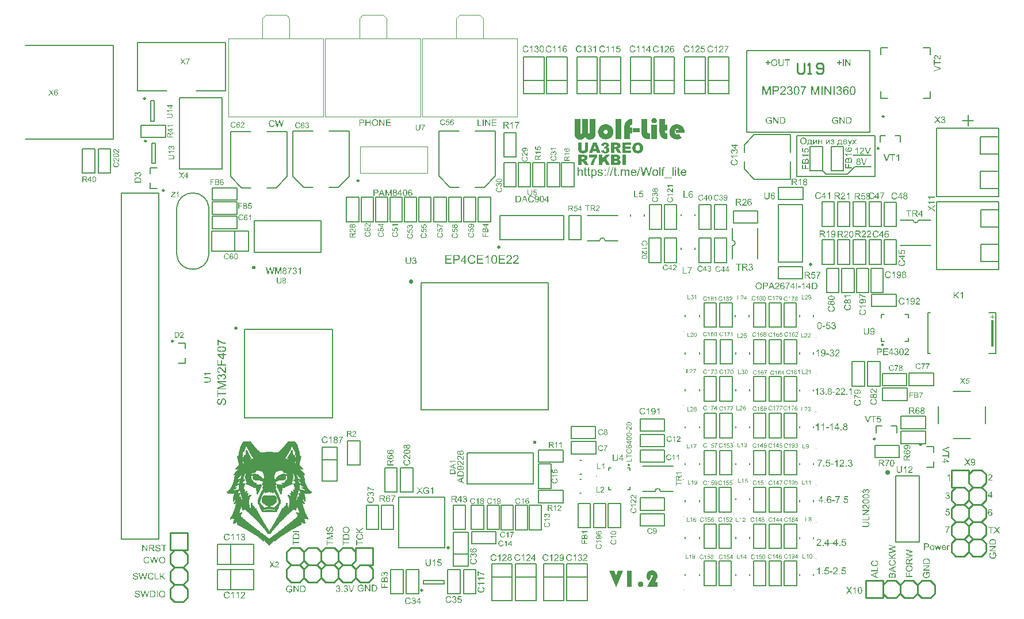
<source format=gbr>
%TF.GenerationSoftware,Altium Limited,Altium Designer,21.1.1 (26)*%
G04 Layer_Color=65535*
%FSLAX44Y44*%
%MOMM*%
%TF.SameCoordinates,65C39E2D-3F9F-43AC-B9A9-9728AD9587AC*%
%TF.FilePolarity,Positive*%
%TF.FileFunction,Legend,Top*%
%TF.Part,Single*%
G01*
G75*
%TA.AperFunction,NonConductor*%
%ADD95C,0.2500*%
%ADD97C,0.2540*%
%ADD99C,0.2000*%
%ADD145C,0.1000*%
%TA.AperFunction,OtherPad,Pad XG1-0 (62.45mm,-74.65mm)*%
%ADD146C,0.5000*%
%TA.AperFunction,OtherPad,Pad U9-0 (126.35mm,-44.8mm)*%
%ADD147C,0.4000*%
%TA.AperFunction,OtherPad,Free Pad (89.025mm,-62.5mm)*%
%ADD148C,0.3500*%
%TA.AperFunction,OtherPad,Pad U12-10 (127.15mm,-63.577mm)*%
%ADD149C,0.7000*%
%TA.AperFunction,OtherPad,Pad U6-0 (115.75mm,-32.975mm)*%
G04:AMPARAMS|DCode=150|XSize=0.5mm|YSize=0.5mm|CornerRadius=0.25mm|HoleSize=0mm|Usage=FLASHONLY|Rotation=180.000|XOffset=0mm|YOffset=0mm|HoleType=Round|Shape=RoundedRectangle|*
%AMROUNDEDRECTD150*
21,1,0.5000,0.0000,0,0,180.0*
21,1,0.0000,0.5000,0,0,180.0*
1,1,0.5000,0.0000,0.0000*
1,1,0.5000,0.0000,0.0000*
1,1,0.5000,0.0000,0.0000*
1,1,0.5000,0.0000,0.0000*
%
%ADD150ROUNDEDRECTD150*%
%TA.AperFunction,OtherPad,Free Pad (69.85mm,-30.45mm)*%
%ADD151C,0.5000*%
%TA.AperFunction,OtherPad,Pad U1-1 (31.225mm,-42.325mm)*%
%ADD152C,0.5000*%
%TA.AperFunction,NonConductor*%
%ADD153C,0.1270*%
%ADD154C,0.0254*%
%ADD155C,0.1500*%
%ADD156R,0.3250X3.8750*%
G36*
X1340250Y-231009D02*
X1332612D01*
X1332627Y-231024D01*
X1332687Y-231084D01*
X1332761Y-231188D01*
X1332865Y-231322D01*
X1332999Y-231485D01*
X1333132Y-231678D01*
X1333296Y-231901D01*
X1333445Y-232154D01*
Y-232168D01*
X1333459Y-232183D01*
X1333519Y-232272D01*
X1333593Y-232406D01*
X1333682Y-232570D01*
X1333786Y-232763D01*
X1333875Y-232971D01*
X1333979Y-233194D01*
X1334069Y-233402D01*
X1332895D01*
Y-233387D01*
X1332880Y-233357D01*
X1332850Y-233298D01*
X1332806Y-233238D01*
X1332761Y-233149D01*
X1332717Y-233045D01*
X1332583Y-232807D01*
X1332419Y-232540D01*
X1332226Y-232243D01*
X1332003Y-231946D01*
X1331765Y-231663D01*
X1331751Y-231648D01*
X1331736Y-231633D01*
X1331647Y-231544D01*
X1331513Y-231411D01*
X1331349Y-231247D01*
X1331141Y-231069D01*
X1330918Y-230891D01*
X1330681Y-230727D01*
X1330443Y-230593D01*
Y-229806D01*
X1340250D01*
Y-231009D01*
D02*
G37*
G36*
Y-238587D02*
X1332612D01*
X1332627Y-238602D01*
X1332687Y-238662D01*
X1332761Y-238766D01*
X1332865Y-238900D01*
X1332999Y-239063D01*
X1333132Y-239256D01*
X1333296Y-239479D01*
X1333445Y-239732D01*
Y-239746D01*
X1333459Y-239761D01*
X1333519Y-239851D01*
X1333593Y-239984D01*
X1333682Y-240148D01*
X1333786Y-240341D01*
X1333875Y-240549D01*
X1333979Y-240772D01*
X1334069Y-240980D01*
X1332895D01*
Y-240965D01*
X1332880Y-240935D01*
X1332850Y-240876D01*
X1332806Y-240816D01*
X1332761Y-240727D01*
X1332717Y-240623D01*
X1332583Y-240385D01*
X1332419Y-240118D01*
X1332226Y-239821D01*
X1332003Y-239524D01*
X1331765Y-239241D01*
X1331751Y-239226D01*
X1331736Y-239212D01*
X1331647Y-239123D01*
X1331513Y-238989D01*
X1331349Y-238825D01*
X1331141Y-238647D01*
X1330918Y-238469D01*
X1330681Y-238305D01*
X1330443Y-238172D01*
Y-237384D01*
X1340250D01*
Y-238587D01*
D02*
G37*
G36*
Y-244145D02*
X1336773Y-246611D01*
X1336758Y-246626D01*
X1336728Y-246641D01*
X1336669Y-246686D01*
X1336580Y-246745D01*
X1336402Y-246864D01*
X1336179Y-247013D01*
X1336194Y-247027D01*
X1336253Y-247072D01*
X1336342Y-247117D01*
X1336461Y-247191D01*
X1336684Y-247354D01*
X1336788Y-247429D01*
X1336877Y-247488D01*
X1340250Y-249955D01*
Y-251500D01*
X1335198Y-247726D01*
X1330488Y-251054D01*
Y-249524D01*
X1332999Y-247741D01*
X1333014D01*
X1333029Y-247711D01*
X1333132Y-247652D01*
X1333266Y-247547D01*
X1333430Y-247444D01*
X1333623Y-247310D01*
X1333831Y-247176D01*
X1334009Y-247072D01*
X1334187Y-246968D01*
X1334158Y-246953D01*
X1334098Y-246909D01*
X1333994Y-246834D01*
X1333861Y-246745D01*
X1333697Y-246641D01*
X1333504Y-246507D01*
X1333311Y-246359D01*
X1333103Y-246195D01*
X1330488Y-244234D01*
Y-242822D01*
X1335139Y-246225D01*
X1340250Y-242555D01*
Y-244145D01*
D02*
G37*
G36*
X1237184Y-183000D02*
X1235862D01*
X1232073Y-173238D01*
X1233484D01*
X1236011Y-180325D01*
Y-180340D01*
X1236025Y-180370D01*
X1236040Y-180415D01*
X1236070Y-180474D01*
X1236115Y-180637D01*
X1236189Y-180845D01*
X1236278Y-181098D01*
X1236367Y-181366D01*
X1236531Y-181930D01*
Y-181915D01*
X1236545Y-181900D01*
X1236560Y-181856D01*
X1236575Y-181796D01*
X1236620Y-181633D01*
X1236679Y-181425D01*
X1236753Y-181187D01*
X1236843Y-180920D01*
X1236947Y-180623D01*
X1237051Y-180325D01*
X1239696Y-173238D01*
X1241003D01*
X1237184Y-183000D01*
D02*
G37*
G36*
X1228388Y-173208D02*
X1228507D01*
X1228626Y-173238D01*
X1228923Y-173282D01*
X1229250Y-173371D01*
X1229591Y-173505D01*
X1229770Y-173594D01*
X1229933Y-173683D01*
X1230097Y-173802D01*
X1230245Y-173936D01*
X1230260Y-173951D01*
X1230275Y-173966D01*
X1230320Y-174010D01*
X1230364Y-174070D01*
X1230424Y-174144D01*
X1230498Y-174233D01*
X1230646Y-174441D01*
X1230780Y-174709D01*
X1230914Y-175021D01*
X1231003Y-175362D01*
X1231018Y-175556D01*
X1231033Y-175749D01*
Y-175779D01*
Y-175868D01*
X1231018Y-175986D01*
X1230988Y-176150D01*
X1230944Y-176343D01*
X1230884Y-176536D01*
X1230795Y-176744D01*
X1230676Y-176938D01*
X1230661Y-176952D01*
X1230617Y-177012D01*
X1230527Y-177101D01*
X1230409Y-177220D01*
X1230260Y-177339D01*
X1230067Y-177458D01*
X1229844Y-177591D01*
X1229591Y-177695D01*
X1229606D01*
X1229636Y-177710D01*
X1229681Y-177725D01*
X1229740Y-177755D01*
X1229903Y-177829D01*
X1230097Y-177918D01*
X1230320Y-178052D01*
X1230542Y-178215D01*
X1230765Y-178423D01*
X1230958Y-178646D01*
X1230973Y-178676D01*
X1231033Y-178765D01*
X1231107Y-178899D01*
X1231196Y-179092D01*
X1231285Y-179315D01*
X1231360Y-179582D01*
X1231419Y-179880D01*
X1231434Y-180207D01*
Y-180221D01*
Y-180266D01*
Y-180325D01*
X1231419Y-180415D01*
X1231404Y-180518D01*
X1231389Y-180652D01*
X1231330Y-180949D01*
X1231211Y-181276D01*
X1231152Y-181455D01*
X1231062Y-181633D01*
X1230958Y-181811D01*
X1230840Y-181990D01*
X1230706Y-182153D01*
X1230542Y-182316D01*
X1230527Y-182331D01*
X1230498Y-182346D01*
X1230453Y-182391D01*
X1230379Y-182450D01*
X1230290Y-182510D01*
X1230186Y-182584D01*
X1230067Y-182658D01*
X1229918Y-182733D01*
X1229755Y-182822D01*
X1229577Y-182896D01*
X1229383Y-182970D01*
X1229175Y-183030D01*
X1228967Y-183089D01*
X1228730Y-183134D01*
X1228477Y-183149D01*
X1228210Y-183163D01*
X1228076D01*
X1227972Y-183149D01*
X1227853Y-183134D01*
X1227704Y-183119D01*
X1227556Y-183089D01*
X1227377Y-183059D01*
X1227006Y-182955D01*
X1226813Y-182881D01*
X1226620Y-182807D01*
X1226426Y-182703D01*
X1226233Y-182599D01*
X1226055Y-182465D01*
X1225877Y-182316D01*
X1225862Y-182302D01*
X1225832Y-182272D01*
X1225802Y-182227D01*
X1225743Y-182168D01*
X1225669Y-182079D01*
X1225594Y-181975D01*
X1225520Y-181856D01*
X1225446Y-181722D01*
X1225357Y-181574D01*
X1225282Y-181410D01*
X1225134Y-181054D01*
X1225074Y-180845D01*
X1225045Y-180637D01*
X1225015Y-180415D01*
X1225000Y-180177D01*
Y-180162D01*
Y-180132D01*
Y-180088D01*
X1225015Y-180013D01*
Y-179939D01*
X1225030Y-179835D01*
X1225059Y-179627D01*
X1225119Y-179374D01*
X1225208Y-179107D01*
X1225312Y-178839D01*
X1225475Y-178587D01*
Y-178572D01*
X1225505Y-178557D01*
X1225565Y-178483D01*
X1225684Y-178364D01*
X1225832Y-178230D01*
X1226025Y-178082D01*
X1226263Y-177933D01*
X1226545Y-177799D01*
X1226857Y-177695D01*
X1226842D01*
X1226828Y-177680D01*
X1226739Y-177651D01*
X1226605Y-177577D01*
X1226441Y-177502D01*
X1226248Y-177383D01*
X1226070Y-177250D01*
X1225891Y-177101D01*
X1225743Y-176923D01*
X1225728Y-176893D01*
X1225684Y-176833D01*
X1225624Y-176730D01*
X1225565Y-176581D01*
X1225505Y-176403D01*
X1225446Y-176195D01*
X1225401Y-175972D01*
X1225386Y-175719D01*
Y-175704D01*
Y-175674D01*
Y-175615D01*
X1225401Y-175541D01*
X1225416Y-175452D01*
X1225431Y-175348D01*
X1225475Y-175095D01*
X1225565Y-174813D01*
X1225713Y-174515D01*
X1225788Y-174352D01*
X1225891Y-174203D01*
X1226010Y-174055D01*
X1226144Y-173921D01*
X1226159Y-173906D01*
X1226174Y-173891D01*
X1226218Y-173847D01*
X1226278Y-173802D01*
X1226367Y-173758D01*
X1226456Y-173683D01*
X1226560Y-173624D01*
X1226694Y-173550D01*
X1226976Y-173416D01*
X1227333Y-173312D01*
X1227734Y-173223D01*
X1227942Y-173208D01*
X1228180Y-173193D01*
X1228299D01*
X1228388Y-173208D01*
D02*
G37*
G36*
X1242576Y-167000D02*
X1241254D01*
X1237465Y-157238D01*
X1238876D01*
X1241403Y-164325D01*
Y-164340D01*
X1241417Y-164370D01*
X1241432Y-164415D01*
X1241462Y-164474D01*
X1241507Y-164637D01*
X1241581Y-164845D01*
X1241670Y-165098D01*
X1241759Y-165366D01*
X1241923Y-165930D01*
Y-165915D01*
X1241937Y-165900D01*
X1241952Y-165856D01*
X1241967Y-165796D01*
X1242012Y-165633D01*
X1242071Y-165425D01*
X1242145Y-165187D01*
X1242235Y-164920D01*
X1242339Y-164623D01*
X1242443Y-164325D01*
X1245088Y-157238D01*
X1246395D01*
X1242576Y-167000D01*
D02*
G37*
G36*
X1233869Y-157208D02*
X1233988Y-157223D01*
X1234122Y-157238D01*
X1234270Y-157253D01*
X1234434Y-157297D01*
X1234790Y-157386D01*
X1235162Y-157520D01*
X1235355Y-157609D01*
X1235533Y-157713D01*
X1235697Y-157847D01*
X1235860Y-157981D01*
X1235875Y-157995D01*
X1235890Y-158010D01*
X1235934Y-158055D01*
X1235994Y-158114D01*
X1236053Y-158203D01*
X1236128Y-158293D01*
X1236276Y-158516D01*
X1236425Y-158798D01*
X1236559Y-159125D01*
X1236663Y-159496D01*
X1236677Y-159704D01*
X1236692Y-159912D01*
Y-159942D01*
Y-160016D01*
X1236677Y-160135D01*
X1236663Y-160284D01*
X1236633Y-160462D01*
X1236588Y-160655D01*
X1236529Y-160863D01*
X1236440Y-161071D01*
X1236425Y-161101D01*
X1236395Y-161175D01*
X1236336Y-161279D01*
X1236246Y-161428D01*
X1236142Y-161606D01*
X1236009Y-161814D01*
X1235830Y-162022D01*
X1235637Y-162260D01*
X1235608Y-162290D01*
X1235533Y-162379D01*
X1235399Y-162513D01*
X1235310Y-162602D01*
X1235206Y-162706D01*
X1235087Y-162825D01*
X1234939Y-162958D01*
X1234790Y-163092D01*
X1234627Y-163256D01*
X1234448Y-163419D01*
X1234240Y-163597D01*
X1234032Y-163776D01*
X1233795Y-163984D01*
X1233780Y-163999D01*
X1233750Y-164028D01*
X1233691Y-164073D01*
X1233616Y-164132D01*
X1233438Y-164281D01*
X1233215Y-164474D01*
X1232992Y-164682D01*
X1232755Y-164890D01*
X1232561Y-165068D01*
X1232487Y-165143D01*
X1232413Y-165217D01*
X1232398Y-165232D01*
X1232368Y-165276D01*
X1232309Y-165336D01*
X1232234Y-165425D01*
X1232071Y-165618D01*
X1231908Y-165856D01*
X1236707D01*
Y-167000D01*
X1230243D01*
Y-166985D01*
Y-166926D01*
Y-166836D01*
X1230258Y-166733D01*
X1230273Y-166614D01*
X1230288Y-166480D01*
X1230332Y-166331D01*
X1230377Y-166183D01*
Y-166168D01*
X1230392Y-166153D01*
X1230422Y-166064D01*
X1230481Y-165945D01*
X1230570Y-165767D01*
X1230674Y-165574D01*
X1230823Y-165351D01*
X1230972Y-165128D01*
X1231165Y-164890D01*
Y-164875D01*
X1231194Y-164860D01*
X1231269Y-164771D01*
X1231387Y-164637D01*
X1231566Y-164459D01*
X1231789Y-164251D01*
X1232056Y-163999D01*
X1232383Y-163716D01*
X1232740Y-163404D01*
X1232755Y-163389D01*
X1232814Y-163345D01*
X1232888Y-163285D01*
X1232992Y-163181D01*
X1233126Y-163077D01*
X1233275Y-162943D01*
X1233602Y-162661D01*
X1233958Y-162319D01*
X1234315Y-161978D01*
X1234493Y-161814D01*
X1234642Y-161651D01*
X1234775Y-161487D01*
X1234894Y-161339D01*
Y-161324D01*
X1234924Y-161309D01*
X1234954Y-161264D01*
X1234983Y-161205D01*
X1235073Y-161056D01*
X1235177Y-160863D01*
X1235281Y-160640D01*
X1235370Y-160403D01*
X1235429Y-160135D01*
X1235459Y-159882D01*
Y-159868D01*
Y-159853D01*
X1235444Y-159764D01*
X1235429Y-159630D01*
X1235399Y-159466D01*
X1235325Y-159273D01*
X1235236Y-159080D01*
X1235117Y-158872D01*
X1234939Y-158679D01*
X1234909Y-158664D01*
X1234850Y-158605D01*
X1234731Y-158530D01*
X1234582Y-158426D01*
X1234389Y-158337D01*
X1234166Y-158263D01*
X1233899Y-158203D01*
X1233602Y-158189D01*
X1233512D01*
X1233453Y-158203D01*
X1233304Y-158218D01*
X1233111Y-158248D01*
X1232888Y-158322D01*
X1232651Y-158412D01*
X1232428Y-158545D01*
X1232220Y-158723D01*
X1232205Y-158753D01*
X1232145Y-158813D01*
X1232056Y-158932D01*
X1231967Y-159095D01*
X1231863Y-159303D01*
X1231789Y-159541D01*
X1231729Y-159823D01*
X1231700Y-160150D01*
X1230466Y-160016D01*
Y-160001D01*
Y-159957D01*
X1230481Y-159882D01*
X1230496Y-159793D01*
X1230526Y-159675D01*
X1230541Y-159541D01*
X1230630Y-159244D01*
X1230749Y-158902D01*
X1230912Y-158560D01*
X1231135Y-158218D01*
X1231254Y-158070D01*
X1231402Y-157921D01*
X1231417Y-157906D01*
X1231447Y-157891D01*
X1231491Y-157847D01*
X1231551Y-157802D01*
X1231640Y-157758D01*
X1231744Y-157683D01*
X1231863Y-157624D01*
X1231997Y-157550D01*
X1232145Y-157490D01*
X1232309Y-157416D01*
X1232502Y-157357D01*
X1232695Y-157312D01*
X1233141Y-157223D01*
X1233379Y-157208D01*
X1233631Y-157193D01*
X1233765D01*
X1233869Y-157208D01*
D02*
G37*
G36*
X1227346Y-167000D02*
X1226142D01*
Y-159362D01*
X1226127Y-159377D01*
X1226068Y-159437D01*
X1225964Y-159511D01*
X1225830Y-159615D01*
X1225667Y-159749D01*
X1225474Y-159882D01*
X1225251Y-160046D01*
X1224998Y-160195D01*
X1224983D01*
X1224968Y-160209D01*
X1224879Y-160269D01*
X1224746Y-160343D01*
X1224582Y-160432D01*
X1224389Y-160536D01*
X1224181Y-160625D01*
X1223958Y-160730D01*
X1223750Y-160819D01*
Y-159645D01*
X1223765D01*
X1223795Y-159630D01*
X1223854Y-159600D01*
X1223913Y-159556D01*
X1224003Y-159511D01*
X1224107Y-159466D01*
X1224344Y-159333D01*
X1224612Y-159169D01*
X1224909Y-158976D01*
X1225206Y-158753D01*
X1225489Y-158516D01*
X1225503Y-158501D01*
X1225518Y-158486D01*
X1225607Y-158397D01*
X1225741Y-158263D01*
X1225905Y-158099D01*
X1226083Y-157891D01*
X1226261Y-157669D01*
X1226425Y-157431D01*
X1226558Y-157193D01*
X1227346D01*
Y-167000D01*
D02*
G37*
G36*
X365344Y-116845D02*
X365463Y-116860D01*
X365611Y-116875D01*
X365775Y-116889D01*
X365953Y-116919D01*
X366340Y-117008D01*
X366756Y-117142D01*
X366964Y-117231D01*
X367172Y-117335D01*
X367365Y-117454D01*
X367558Y-117588D01*
X367573Y-117603D01*
X367603Y-117617D01*
X367647Y-117662D01*
X367721Y-117721D01*
X367796Y-117796D01*
X367900Y-117900D01*
X368004Y-118004D01*
X368108Y-118123D01*
X368227Y-118271D01*
X368331Y-118420D01*
X368450Y-118598D01*
X368568Y-118791D01*
X368672Y-118984D01*
X368777Y-119207D01*
X368955Y-119683D01*
X367677Y-119980D01*
Y-119965D01*
X367662Y-119935D01*
X367647Y-119876D01*
X367617Y-119802D01*
X367573Y-119712D01*
X367528Y-119608D01*
X367424Y-119386D01*
X367291Y-119133D01*
X367112Y-118866D01*
X366919Y-118628D01*
X366681Y-118420D01*
X366652Y-118405D01*
X366562Y-118345D01*
X366429Y-118271D01*
X366236Y-118167D01*
X366013Y-118078D01*
X365730Y-118004D01*
X365418Y-117944D01*
X365062Y-117929D01*
X364958D01*
X364883Y-117944D01*
X364779D01*
X364675Y-117959D01*
X364408Y-118004D01*
X364111Y-118063D01*
X363799Y-118167D01*
X363487Y-118301D01*
X363190Y-118479D01*
X363175D01*
X363160Y-118509D01*
X363071Y-118583D01*
X362937Y-118702D01*
X362773Y-118866D01*
X362610Y-119074D01*
X362432Y-119311D01*
X362268Y-119608D01*
X362135Y-119935D01*
Y-119950D01*
X362120Y-119980D01*
X362105Y-120025D01*
X362090Y-120099D01*
X362060Y-120173D01*
X362045Y-120277D01*
X361986Y-120515D01*
X361926Y-120797D01*
X361882Y-121109D01*
X361852Y-121451D01*
X361837Y-121808D01*
Y-121823D01*
Y-121867D01*
Y-121926D01*
Y-122016D01*
X361852Y-122120D01*
Y-122253D01*
X361867Y-122387D01*
X361882Y-122536D01*
X361926Y-122878D01*
X361986Y-123249D01*
X362075Y-123621D01*
X362194Y-123977D01*
Y-123992D01*
X362209Y-124022D01*
X362239Y-124066D01*
X362268Y-124126D01*
X362342Y-124304D01*
X362461Y-124497D01*
X362625Y-124735D01*
X362818Y-124958D01*
X363041Y-125181D01*
X363308Y-125374D01*
X363323D01*
X363338Y-125389D01*
X363383Y-125418D01*
X363442Y-125448D01*
X363605Y-125507D01*
X363814Y-125597D01*
X364051Y-125671D01*
X364334Y-125745D01*
X364646Y-125805D01*
X364972Y-125820D01*
X365077D01*
X365151Y-125805D01*
X365240D01*
X365359Y-125790D01*
X365611Y-125745D01*
X365894Y-125671D01*
X366206Y-125552D01*
X366503Y-125403D01*
X366800Y-125196D01*
X366815Y-125181D01*
X366830Y-125166D01*
X366919Y-125077D01*
X367053Y-124928D01*
X367216Y-124735D01*
X367380Y-124467D01*
X367558Y-124155D01*
X367707Y-123769D01*
X367826Y-123338D01*
X369118Y-123665D01*
Y-123680D01*
X369103Y-123739D01*
X369074Y-123814D01*
X369044Y-123933D01*
X368984Y-124051D01*
X368925Y-124215D01*
X368866Y-124378D01*
X368777Y-124557D01*
X368583Y-124958D01*
X368316Y-125359D01*
X368019Y-125745D01*
X367840Y-125924D01*
X367647Y-126087D01*
X367632Y-126102D01*
X367603Y-126117D01*
X367543Y-126161D01*
X367454Y-126221D01*
X367350Y-126280D01*
X367231Y-126355D01*
X367097Y-126429D01*
X366934Y-126503D01*
X366756Y-126577D01*
X366562Y-126652D01*
X366340Y-126726D01*
X366117Y-126785D01*
X365626Y-126889D01*
X365359Y-126904D01*
X365077Y-126919D01*
X364928D01*
X364809Y-126904D01*
X364675D01*
X364527Y-126889D01*
X364348Y-126860D01*
X364170Y-126845D01*
X363754Y-126756D01*
X363323Y-126652D01*
X362907Y-126488D01*
X362699Y-126399D01*
X362506Y-126280D01*
X362491Y-126265D01*
X362461Y-126250D01*
X362417Y-126206D01*
X362342Y-126161D01*
X362164Y-126013D01*
X361956Y-125805D01*
X361704Y-125552D01*
X361466Y-125225D01*
X361213Y-124854D01*
X361005Y-124423D01*
Y-124408D01*
X360990Y-124363D01*
X360961Y-124304D01*
X360931Y-124215D01*
X360886Y-124096D01*
X360842Y-123962D01*
X360797Y-123814D01*
X360753Y-123635D01*
X360708Y-123457D01*
X360663Y-123249D01*
X360574Y-122803D01*
X360515Y-122328D01*
X360500Y-121808D01*
Y-121793D01*
Y-121733D01*
Y-121659D01*
X360515Y-121555D01*
Y-121421D01*
X360530Y-121258D01*
X360545Y-121094D01*
X360574Y-120901D01*
X360649Y-120485D01*
X360738Y-120039D01*
X360886Y-119579D01*
X361079Y-119148D01*
Y-119133D01*
X361109Y-119103D01*
X361139Y-119044D01*
X361184Y-118955D01*
X361243Y-118866D01*
X361317Y-118762D01*
X361510Y-118509D01*
X361733Y-118227D01*
X362016Y-117944D01*
X362357Y-117662D01*
X362729Y-117424D01*
X362744D01*
X362773Y-117395D01*
X362833Y-117365D01*
X362922Y-117335D01*
X363011Y-117290D01*
X363130Y-117231D01*
X363279Y-117186D01*
X363427Y-117127D01*
X363591Y-117068D01*
X363769Y-117023D01*
X364170Y-116919D01*
X364616Y-116860D01*
X365091Y-116830D01*
X365240D01*
X365344Y-116845D01*
D02*
G37*
G36*
X379698Y-126756D02*
X378435D01*
X376384Y-119326D01*
Y-119311D01*
X376369Y-119282D01*
X376354Y-119237D01*
X376340Y-119178D01*
X376295Y-119014D01*
X376250Y-118836D01*
X376191Y-118628D01*
X376147Y-118449D01*
X376102Y-118286D01*
X376087Y-118227D01*
X376072Y-118182D01*
Y-118212D01*
X376043Y-118286D01*
X376013Y-118420D01*
X375968Y-118568D01*
X375924Y-118762D01*
X375879Y-118940D01*
X375820Y-119133D01*
X375775Y-119326D01*
X373725Y-126756D01*
X372372D01*
X369817Y-116993D01*
X371139D01*
X372610Y-123412D01*
Y-123427D01*
X372625Y-123457D01*
X372640Y-123516D01*
X372655Y-123576D01*
X372669Y-123680D01*
X372699Y-123784D01*
X372759Y-124037D01*
X372818Y-124334D01*
X372892Y-124675D01*
X372952Y-125032D01*
X373026Y-125403D01*
Y-125389D01*
X373041Y-125329D01*
X373056Y-125255D01*
X373086Y-125151D01*
X373115Y-125032D01*
X373145Y-124898D01*
X373234Y-124586D01*
X373308Y-124274D01*
X373383Y-123977D01*
X373413Y-123858D01*
X373442Y-123739D01*
X373457Y-123650D01*
X373472Y-123591D01*
X375329Y-116993D01*
X376889D01*
X378286Y-121941D01*
Y-121956D01*
X378316Y-122030D01*
X378331Y-122120D01*
X378375Y-122253D01*
X378405Y-122417D01*
X378465Y-122610D01*
X378509Y-122833D01*
X378568Y-123071D01*
X378628Y-123323D01*
X378687Y-123591D01*
X378821Y-124185D01*
X378940Y-124794D01*
X379044Y-125403D01*
Y-125389D01*
X379059Y-125359D01*
Y-125314D01*
X379074Y-125240D01*
X379104Y-125151D01*
X379118Y-125047D01*
X379148Y-124928D01*
X379178Y-124794D01*
X379252Y-124482D01*
X379326Y-124111D01*
X379430Y-123710D01*
X379534Y-123279D01*
X381050Y-116993D01*
X382358D01*
X379698Y-126756D01*
D02*
G37*
G36*
X510276Y-125506D02*
X508983D01*
Y-120899D01*
X503931D01*
Y-125506D01*
X502638D01*
Y-115743D01*
X503931D01*
Y-119755D01*
X508983D01*
Y-115743D01*
X510276D01*
Y-125506D01*
D02*
G37*
G36*
X530692D02*
X529370D01*
X524243Y-117838D01*
Y-125506D01*
X523010D01*
Y-115743D01*
X524318D01*
X529459Y-123411D01*
Y-115743D01*
X530692D01*
Y-125506D01*
D02*
G37*
G36*
X539949Y-116888D02*
X534184D01*
Y-119889D01*
X539578D01*
Y-121033D01*
X534184D01*
Y-124362D01*
X540172D01*
Y-125506D01*
X532891D01*
Y-115743D01*
X539949D01*
Y-116888D01*
D02*
G37*
G36*
X497720Y-115758D02*
X497958Y-115773D01*
X498210Y-115788D01*
X498448Y-115818D01*
X498656Y-115847D01*
X498686D01*
X498775Y-115877D01*
X498909Y-115907D01*
X499072Y-115951D01*
X499265Y-116011D01*
X499459Y-116085D01*
X499666Y-116189D01*
X499860Y-116308D01*
X499874Y-116323D01*
X499949Y-116367D01*
X500038Y-116442D01*
X500142Y-116546D01*
X500261Y-116679D01*
X500395Y-116843D01*
X500528Y-117021D01*
X500647Y-117244D01*
X500662Y-117274D01*
X500692Y-117348D01*
X500736Y-117467D01*
X500796Y-117630D01*
X500855Y-117824D01*
X500900Y-118047D01*
X500929Y-118299D01*
X500944Y-118567D01*
Y-118581D01*
Y-118626D01*
Y-118685D01*
X500929Y-118775D01*
X500915Y-118879D01*
X500900Y-119012D01*
X500885Y-119146D01*
X500840Y-119295D01*
X500751Y-119636D01*
X500603Y-119978D01*
X500513Y-120156D01*
X500409Y-120335D01*
X500291Y-120513D01*
X500142Y-120676D01*
X500127Y-120691D01*
X500097Y-120706D01*
X500053Y-120751D01*
X499993Y-120810D01*
X499889Y-120870D01*
X499785Y-120944D01*
X499652Y-121018D01*
X499488Y-121093D01*
X499310Y-121182D01*
X499102Y-121256D01*
X498864Y-121330D01*
X498611Y-121390D01*
X498314Y-121449D01*
X498002Y-121494D01*
X497660Y-121509D01*
X497289Y-121524D01*
X494793D01*
Y-125506D01*
X493500D01*
Y-115743D01*
X497497D01*
X497720Y-115758D01*
D02*
G37*
G36*
X516918Y-115595D02*
X517037D01*
X517185Y-115610D01*
X517334Y-115639D01*
X517512Y-115654D01*
X517884Y-115743D01*
X518300Y-115862D01*
X518716Y-116011D01*
X518924Y-116115D01*
X519132Y-116234D01*
X519147D01*
X519176Y-116263D01*
X519236Y-116293D01*
X519310Y-116353D01*
X519399Y-116412D01*
X519503Y-116501D01*
X519741Y-116694D01*
X520009Y-116947D01*
X520291Y-117259D01*
X520543Y-117616D01*
X520781Y-118032D01*
Y-118047D01*
X520811Y-118091D01*
X520841Y-118151D01*
X520870Y-118240D01*
X520915Y-118344D01*
X520959Y-118477D01*
X521019Y-118626D01*
X521078Y-118789D01*
X521123Y-118983D01*
X521182Y-119176D01*
X521272Y-119622D01*
X521331Y-120112D01*
X521361Y-120647D01*
Y-120662D01*
Y-120706D01*
Y-120795D01*
X521346Y-120899D01*
Y-121033D01*
X521331Y-121182D01*
X521316Y-121345D01*
X521286Y-121538D01*
X521212Y-121954D01*
X521108Y-122400D01*
X520959Y-122861D01*
X520751Y-123307D01*
Y-123321D01*
X520722Y-123351D01*
X520692Y-123411D01*
X520647Y-123500D01*
X520573Y-123589D01*
X520499Y-123708D01*
X520321Y-123960D01*
X520083Y-124243D01*
X519786Y-124540D01*
X519444Y-124822D01*
X519058Y-125075D01*
X519043D01*
X519013Y-125105D01*
X518954Y-125134D01*
X518864Y-125164D01*
X518760Y-125209D01*
X518641Y-125268D01*
X518508Y-125313D01*
X518344Y-125372D01*
X518003Y-125476D01*
X517601Y-125580D01*
X517155Y-125639D01*
X516695Y-125669D01*
X516561D01*
X516457Y-125654D01*
X516338D01*
X516205Y-125639D01*
X516041Y-125610D01*
X515863Y-125580D01*
X515491Y-125506D01*
X515075Y-125387D01*
X514644Y-125223D01*
X514436Y-125134D01*
X514228Y-125015D01*
X514213Y-125000D01*
X514184Y-124986D01*
X514124Y-124941D01*
X514050Y-124896D01*
X513961Y-124822D01*
X513857Y-124748D01*
X513619Y-124540D01*
X513352Y-124272D01*
X513069Y-123975D01*
X512817Y-123604D01*
X512579Y-123203D01*
Y-123188D01*
X512549Y-123143D01*
X512534Y-123084D01*
X512490Y-122994D01*
X512445Y-122891D01*
X512401Y-122772D01*
X512356Y-122623D01*
X512312Y-122460D01*
X512252Y-122281D01*
X512207Y-122103D01*
X512118Y-121687D01*
X512059Y-121241D01*
X512029Y-120766D01*
Y-120736D01*
Y-120662D01*
X512044Y-120528D01*
Y-120365D01*
X512074Y-120156D01*
X512104Y-119919D01*
X512133Y-119666D01*
X512193Y-119369D01*
X512267Y-119072D01*
X512341Y-118760D01*
X512445Y-118448D01*
X512579Y-118136D01*
X512728Y-117824D01*
X512891Y-117512D01*
X513099Y-117229D01*
X513322Y-116962D01*
X513337Y-116947D01*
X513381Y-116902D01*
X513456Y-116828D01*
X513560Y-116739D01*
X513693Y-116635D01*
X513842Y-116531D01*
X514020Y-116397D01*
X514228Y-116263D01*
X514466Y-116145D01*
X514719Y-116011D01*
X515001Y-115907D01*
X515298Y-115788D01*
X515610Y-115714D01*
X515952Y-115639D01*
X516323Y-115595D01*
X516695Y-115580D01*
X516829D01*
X516918Y-115595D01*
D02*
G37*
G36*
X686300Y-125500D02*
X684998D01*
X679950Y-117951D01*
Y-125500D01*
X678736D01*
Y-115888D01*
X680024D01*
X685086Y-123437D01*
Y-115888D01*
X686300D01*
Y-125500D01*
D02*
G37*
G36*
X695415Y-117014D02*
X689738D01*
Y-119970D01*
X695049D01*
Y-121096D01*
X689738D01*
Y-124374D01*
X695634D01*
Y-125500D01*
X688465D01*
Y-115888D01*
X695415D01*
Y-117014D01*
D02*
G37*
G36*
X676512Y-125500D02*
X675239D01*
Y-115888D01*
X676512D01*
Y-125500D01*
D02*
G37*
G36*
X668773Y-124374D02*
X673499D01*
Y-125500D01*
X667500D01*
Y-115888D01*
X668773D01*
Y-124374D01*
D02*
G37*
G36*
X1191713Y-414534D02*
X1191916Y-414565D01*
X1192150Y-414612D01*
X1192415Y-414674D01*
X1192681Y-414768D01*
X1192947Y-414893D01*
X1192962D01*
X1192978Y-414909D01*
X1193072Y-414956D01*
X1193196Y-415034D01*
X1193353Y-415143D01*
X1193525Y-415284D01*
X1193712Y-415456D01*
X1193884Y-415659D01*
X1194040Y-415877D01*
X1194056Y-415909D01*
X1194103Y-415987D01*
X1194165Y-416112D01*
X1194228Y-416268D01*
X1194290Y-416471D01*
X1194352Y-416690D01*
X1194399Y-416924D01*
X1194415Y-417189D01*
Y-417221D01*
Y-417299D01*
X1194399Y-417424D01*
X1194368Y-417580D01*
X1194321Y-417767D01*
X1194259Y-417971D01*
X1194181Y-418189D01*
X1194056Y-418392D01*
X1194040Y-418424D01*
X1193993Y-418486D01*
X1193900Y-418580D01*
X1193790Y-418705D01*
X1193634Y-418845D01*
X1193462Y-418986D01*
X1193243Y-419142D01*
X1192993Y-419267D01*
X1193009D01*
X1193040Y-419283D01*
X1193087D01*
X1193150Y-419314D01*
X1193306Y-419361D01*
X1193509Y-419454D01*
X1193728Y-419564D01*
X1193962Y-419720D01*
X1194196Y-419907D01*
X1194399Y-420142D01*
X1194415Y-420173D01*
X1194477Y-420267D01*
X1194556Y-420407D01*
X1194665Y-420595D01*
X1194759Y-420829D01*
X1194837Y-421110D01*
X1194899Y-421438D01*
X1194915Y-421798D01*
Y-421813D01*
Y-421860D01*
Y-421923D01*
X1194899Y-422016D01*
X1194884Y-422141D01*
X1194868Y-422266D01*
X1194837Y-422422D01*
X1194790Y-422579D01*
X1194680Y-422938D01*
X1194602Y-423141D01*
X1194493Y-423329D01*
X1194384Y-423516D01*
X1194259Y-423703D01*
X1194103Y-423891D01*
X1193931Y-424078D01*
X1193915Y-424094D01*
X1193884Y-424125D01*
X1193837Y-424156D01*
X1193759Y-424219D01*
X1193665Y-424297D01*
X1193540Y-424375D01*
X1193400Y-424453D01*
X1193259Y-424531D01*
X1193087Y-424625D01*
X1192900Y-424703D01*
X1192697Y-424781D01*
X1192478Y-424859D01*
X1192244Y-424922D01*
X1191994Y-424953D01*
X1191728Y-424984D01*
X1191463Y-425000D01*
X1191338D01*
X1191244Y-424984D01*
X1191119Y-424969D01*
X1190994Y-424953D01*
X1190838Y-424938D01*
X1190682Y-424906D01*
X1190322Y-424813D01*
X1189947Y-424656D01*
X1189760Y-424578D01*
X1189588Y-424469D01*
X1189401Y-424344D01*
X1189229Y-424203D01*
X1189213Y-424188D01*
X1189198Y-424172D01*
X1189151Y-424125D01*
X1189088Y-424063D01*
X1189026Y-423969D01*
X1188948Y-423875D01*
X1188854Y-423766D01*
X1188776Y-423641D01*
X1188588Y-423329D01*
X1188432Y-422969D01*
X1188292Y-422563D01*
X1188245Y-422344D01*
X1188213Y-422110D01*
X1189479Y-421938D01*
Y-421954D01*
X1189494Y-421985D01*
Y-422048D01*
X1189526Y-422110D01*
X1189573Y-422298D01*
X1189651Y-422532D01*
X1189744Y-422782D01*
X1189869Y-423047D01*
X1190025Y-423282D01*
X1190197Y-423485D01*
X1190229Y-423500D01*
X1190291Y-423563D01*
X1190400Y-423625D01*
X1190557Y-423719D01*
X1190728Y-423797D01*
X1190947Y-423875D01*
X1191197Y-423938D01*
X1191463Y-423953D01*
X1191556D01*
X1191619Y-423938D01*
X1191775Y-423922D01*
X1191978Y-423875D01*
X1192228Y-423797D01*
X1192478Y-423703D01*
X1192728Y-423547D01*
X1192962Y-423344D01*
X1192993Y-423313D01*
X1193056Y-423235D01*
X1193150Y-423110D01*
X1193275Y-422922D01*
X1193384Y-422704D01*
X1193478Y-422438D01*
X1193540Y-422141D01*
X1193571Y-421813D01*
Y-421798D01*
Y-421782D01*
Y-421735D01*
X1193556Y-421673D01*
X1193540Y-421516D01*
X1193493Y-421313D01*
X1193431Y-421095D01*
X1193322Y-420845D01*
X1193181Y-420611D01*
X1192993Y-420392D01*
X1192962Y-420361D01*
X1192900Y-420298D01*
X1192775Y-420220D01*
X1192603Y-420111D01*
X1192400Y-420001D01*
X1192150Y-419923D01*
X1191884Y-419861D01*
X1191572Y-419829D01*
X1191431D01*
X1191322Y-419845D01*
X1191197Y-419861D01*
X1191041Y-419876D01*
X1190869Y-419907D01*
X1190682Y-419954D01*
X1190822Y-418845D01*
X1190900D01*
X1190963Y-418861D01*
X1191166D01*
X1191306Y-418845D01*
X1191509Y-418814D01*
X1191728Y-418767D01*
X1191963Y-418689D01*
X1192212Y-418595D01*
X1192462Y-418455D01*
X1192494Y-418439D01*
X1192572Y-418377D01*
X1192665Y-418267D01*
X1192790Y-418127D01*
X1192915Y-417955D01*
X1193009Y-417736D01*
X1193087Y-417471D01*
X1193118Y-417158D01*
Y-417143D01*
Y-417127D01*
Y-417049D01*
X1193087Y-416924D01*
X1193056Y-416752D01*
X1193009Y-416580D01*
X1192915Y-416393D01*
X1192806Y-416190D01*
X1192650Y-416018D01*
X1192634Y-416002D01*
X1192572Y-415940D01*
X1192462Y-415862D01*
X1192322Y-415784D01*
X1192150Y-415690D01*
X1191947Y-415627D01*
X1191713Y-415565D01*
X1191447Y-415549D01*
X1191322D01*
X1191181Y-415580D01*
X1191025Y-415612D01*
X1190822Y-415659D01*
X1190619Y-415752D01*
X1190416Y-415862D01*
X1190213Y-416018D01*
X1190197Y-416034D01*
X1190135Y-416096D01*
X1190057Y-416205D01*
X1189963Y-416362D01*
X1189854Y-416549D01*
X1189760Y-416783D01*
X1189666Y-417065D01*
X1189604Y-417393D01*
X1188338Y-417174D01*
Y-417158D01*
X1188354Y-417111D01*
X1188370Y-417049D01*
X1188385Y-416971D01*
X1188417Y-416861D01*
X1188448Y-416736D01*
X1188557Y-416455D01*
X1188682Y-416143D01*
X1188869Y-415815D01*
X1189088Y-415502D01*
X1189369Y-415221D01*
X1189385Y-415206D01*
X1189401Y-415190D01*
X1189447Y-415159D01*
X1189526Y-415112D01*
X1189604Y-415065D01*
X1189697Y-415003D01*
X1189932Y-414862D01*
X1190229Y-414737D01*
X1190588Y-414628D01*
X1190978Y-414549D01*
X1191197Y-414518D01*
X1191556D01*
X1191713Y-414534D01*
D02*
G37*
G36*
X1179184Y-421751D02*
X1175326D01*
Y-420485D01*
X1179184D01*
Y-421751D01*
D02*
G37*
G36*
X1186542Y-415924D02*
X1182449D01*
X1181887Y-418689D01*
X1181903Y-418674D01*
X1181934Y-418658D01*
X1181981Y-418627D01*
X1182043Y-418580D01*
X1182137Y-418533D01*
X1182231Y-418486D01*
X1182480Y-418361D01*
X1182762Y-418236D01*
X1183090Y-418142D01*
X1183449Y-418064D01*
X1183824Y-418033D01*
X1183949D01*
X1184043Y-418049D01*
X1184168Y-418064D01*
X1184293Y-418080D01*
X1184449Y-418111D01*
X1184605Y-418142D01*
X1184964Y-418267D01*
X1185152Y-418330D01*
X1185339Y-418424D01*
X1185542Y-418533D01*
X1185730Y-418658D01*
X1185917Y-418798D01*
X1186089Y-418970D01*
X1186105Y-418986D01*
X1186136Y-419017D01*
X1186183Y-419064D01*
X1186230Y-419142D01*
X1186308Y-419236D01*
X1186386Y-419345D01*
X1186464Y-419470D01*
X1186558Y-419611D01*
X1186651Y-419783D01*
X1186730Y-419954D01*
X1186808Y-420158D01*
X1186886Y-420361D01*
X1186933Y-420595D01*
X1186979Y-420829D01*
X1187011Y-421095D01*
X1187026Y-421360D01*
Y-421376D01*
Y-421423D01*
Y-421501D01*
X1187011Y-421595D01*
X1186995Y-421720D01*
X1186979Y-421860D01*
X1186964Y-422016D01*
X1186933Y-422188D01*
X1186823Y-422563D01*
X1186683Y-422954D01*
X1186589Y-423172D01*
X1186479Y-423375D01*
X1186355Y-423578D01*
X1186214Y-423766D01*
X1186198Y-423782D01*
X1186167Y-423813D01*
X1186105Y-423875D01*
X1186027Y-423953D01*
X1185933Y-424047D01*
X1185808Y-424156D01*
X1185667Y-424266D01*
X1185495Y-424375D01*
X1185324Y-424500D01*
X1185120Y-424609D01*
X1184886Y-424719D01*
X1184652Y-424813D01*
X1184386Y-424891D01*
X1184121Y-424953D01*
X1183824Y-424984D01*
X1183512Y-425000D01*
X1183371D01*
X1183277Y-424984D01*
X1183168Y-424969D01*
X1183027Y-424953D01*
X1182871Y-424938D01*
X1182699Y-424906D01*
X1182340Y-424813D01*
X1181965Y-424672D01*
X1181778Y-424578D01*
X1181590Y-424469D01*
X1181403Y-424360D01*
X1181231Y-424219D01*
X1181215Y-424203D01*
X1181200Y-424188D01*
X1181153Y-424141D01*
X1181090Y-424078D01*
X1181028Y-424000D01*
X1180950Y-423907D01*
X1180872Y-423797D01*
X1180778Y-423672D01*
X1180606Y-423375D01*
X1180434Y-423016D01*
X1180309Y-422610D01*
X1180262Y-422376D01*
X1180231Y-422141D01*
X1181559Y-422048D01*
Y-422063D01*
Y-422094D01*
X1181574Y-422141D01*
X1181590Y-422204D01*
X1181637Y-422376D01*
X1181700Y-422594D01*
X1181778Y-422829D01*
X1181903Y-423063D01*
X1182043Y-423297D01*
X1182231Y-423500D01*
X1182262Y-423516D01*
X1182324Y-423578D01*
X1182434Y-423641D01*
X1182590Y-423735D01*
X1182777Y-423813D01*
X1182996Y-423891D01*
X1183246Y-423953D01*
X1183512Y-423969D01*
X1183605D01*
X1183668Y-423953D01*
X1183840Y-423938D01*
X1184058Y-423891D01*
X1184293Y-423797D01*
X1184558Y-423688D01*
X1184808Y-423516D01*
X1184933Y-423422D01*
X1185058Y-423297D01*
Y-423282D01*
X1185089Y-423266D01*
X1185152Y-423172D01*
X1185261Y-423016D01*
X1185370Y-422813D01*
X1185480Y-422547D01*
X1185589Y-422235D01*
X1185652Y-421876D01*
X1185683Y-421470D01*
Y-421454D01*
Y-421423D01*
Y-421360D01*
X1185667Y-421298D01*
Y-421204D01*
X1185652Y-421095D01*
X1185605Y-420845D01*
X1185542Y-420579D01*
X1185433Y-420298D01*
X1185277Y-420017D01*
X1185074Y-419767D01*
X1185042Y-419736D01*
X1184964Y-419673D01*
X1184839Y-419564D01*
X1184652Y-419454D01*
X1184433Y-419345D01*
X1184152Y-419236D01*
X1183840Y-419173D01*
X1183496Y-419142D01*
X1183387D01*
X1183277Y-419158D01*
X1183121Y-419173D01*
X1182949Y-419220D01*
X1182762Y-419267D01*
X1182574Y-419345D01*
X1182387Y-419439D01*
X1182371Y-419454D01*
X1182309Y-419486D01*
X1182215Y-419548D01*
X1182106Y-419626D01*
X1181996Y-419736D01*
X1181871Y-419861D01*
X1181746Y-420001D01*
X1181637Y-420158D01*
X1180450Y-419986D01*
X1181450Y-414721D01*
X1186542D01*
Y-415924D01*
D02*
G37*
G36*
X1171140Y-414534D02*
X1171327Y-414565D01*
X1171546Y-414596D01*
X1171796Y-414659D01*
X1172046Y-414753D01*
X1172280Y-414862D01*
X1172311Y-414878D01*
X1172389Y-414924D01*
X1172499Y-415003D01*
X1172655Y-415096D01*
X1172811Y-415237D01*
X1172983Y-415409D01*
X1173155Y-415596D01*
X1173311Y-415815D01*
X1173327Y-415846D01*
X1173373Y-415924D01*
X1173452Y-416065D01*
X1173545Y-416237D01*
X1173639Y-416455D01*
X1173748Y-416721D01*
X1173858Y-417018D01*
X1173951Y-417346D01*
Y-417361D01*
X1173967Y-417393D01*
Y-417439D01*
X1173983Y-417518D01*
X1174014Y-417596D01*
X1174030Y-417705D01*
X1174045Y-417846D01*
X1174076Y-417986D01*
X1174092Y-418158D01*
X1174108Y-418330D01*
X1174139Y-418533D01*
X1174155Y-418752D01*
X1174170Y-418986D01*
Y-419220D01*
X1174186Y-419767D01*
Y-419783D01*
Y-419845D01*
Y-419939D01*
Y-420064D01*
X1174170Y-420220D01*
Y-420392D01*
X1174155Y-420595D01*
X1174139Y-420814D01*
X1174092Y-421282D01*
X1174030Y-421766D01*
X1173936Y-422251D01*
X1173873Y-422469D01*
X1173811Y-422688D01*
Y-422704D01*
X1173795Y-422735D01*
X1173780Y-422797D01*
X1173748Y-422876D01*
X1173701Y-422969D01*
X1173655Y-423063D01*
X1173530Y-423313D01*
X1173373Y-423594D01*
X1173186Y-423875D01*
X1172967Y-424156D01*
X1172702Y-424406D01*
X1172686D01*
X1172671Y-424438D01*
X1172624Y-424453D01*
X1172577Y-424500D01*
X1172405Y-424594D01*
X1172202Y-424703D01*
X1171921Y-424813D01*
X1171608Y-424906D01*
X1171249Y-424969D01*
X1170843Y-425000D01*
X1170702D01*
X1170593Y-424984D01*
X1170468Y-424969D01*
X1170327Y-424938D01*
X1170171Y-424906D01*
X1169999Y-424875D01*
X1169624Y-424750D01*
X1169421Y-424656D01*
X1169234Y-424563D01*
X1169031Y-424438D01*
X1168843Y-424297D01*
X1168672Y-424141D01*
X1168500Y-423953D01*
X1168484Y-423938D01*
X1168453Y-423891D01*
X1168406Y-423813D01*
X1168344Y-423703D01*
X1168265Y-423563D01*
X1168187Y-423391D01*
X1168094Y-423188D01*
X1168000Y-422938D01*
X1167906Y-422673D01*
X1167812Y-422360D01*
X1167734Y-422016D01*
X1167656Y-421642D01*
X1167594Y-421220D01*
X1167547Y-420782D01*
X1167516Y-420282D01*
X1167500Y-419767D01*
Y-419751D01*
Y-419689D01*
Y-419595D01*
Y-419470D01*
X1167516Y-419314D01*
Y-419142D01*
X1167531Y-418939D01*
X1167547Y-418720D01*
X1167594Y-418252D01*
X1167656Y-417767D01*
X1167734Y-417283D01*
X1167797Y-417065D01*
X1167859Y-416846D01*
Y-416830D01*
X1167875Y-416799D01*
X1167906Y-416736D01*
X1167937Y-416658D01*
X1167969Y-416565D01*
X1168016Y-416455D01*
X1168140Y-416205D01*
X1168297Y-415924D01*
X1168484Y-415643D01*
X1168703Y-415378D01*
X1168968Y-415127D01*
X1168984D01*
X1169000Y-415096D01*
X1169046Y-415065D01*
X1169109Y-415034D01*
X1169265Y-414940D01*
X1169484Y-414815D01*
X1169749Y-414706D01*
X1170078Y-414612D01*
X1170437Y-414549D01*
X1170843Y-414518D01*
X1170984D01*
X1171140Y-414534D01*
D02*
G37*
G36*
X1189331Y-454825D02*
X1189535Y-454857D01*
X1189769Y-454903D01*
X1190034Y-454966D01*
X1190300Y-455060D01*
X1190565Y-455185D01*
X1190581D01*
X1190597Y-455200D01*
X1190691Y-455247D01*
X1190815Y-455325D01*
X1190972Y-455435D01*
X1191143Y-455575D01*
X1191331Y-455747D01*
X1191503Y-455950D01*
X1191659Y-456169D01*
X1191675Y-456200D01*
X1191721Y-456278D01*
X1191784Y-456403D01*
X1191846Y-456559D01*
X1191909Y-456762D01*
X1191971Y-456981D01*
X1192018Y-457215D01*
X1192034Y-457481D01*
Y-457512D01*
Y-457590D01*
X1192018Y-457715D01*
X1191987Y-457872D01*
X1191940Y-458059D01*
X1191878Y-458262D01*
X1191799Y-458481D01*
X1191675Y-458684D01*
X1191659Y-458715D01*
X1191612Y-458778D01*
X1191518Y-458871D01*
X1191409Y-458996D01*
X1191253Y-459137D01*
X1191081Y-459277D01*
X1190862Y-459434D01*
X1190612Y-459559D01*
X1190628D01*
X1190659Y-459574D01*
X1190706D01*
X1190769Y-459605D01*
X1190925Y-459652D01*
X1191128Y-459746D01*
X1191347Y-459855D01*
X1191581Y-460012D01*
X1191815Y-460199D01*
X1192018Y-460433D01*
X1192034Y-460465D01*
X1192096Y-460558D01*
X1192175Y-460699D01*
X1192284Y-460886D01*
X1192377Y-461121D01*
X1192456Y-461402D01*
X1192518Y-461730D01*
X1192534Y-462089D01*
Y-462105D01*
Y-462152D01*
Y-462214D01*
X1192518Y-462308D01*
X1192503Y-462433D01*
X1192487Y-462558D01*
X1192456Y-462714D01*
X1192409Y-462870D01*
X1192299Y-463229D01*
X1192221Y-463433D01*
X1192112Y-463620D01*
X1192003Y-463807D01*
X1191878Y-463995D01*
X1191721Y-464182D01*
X1191550Y-464370D01*
X1191534Y-464385D01*
X1191503Y-464417D01*
X1191456Y-464448D01*
X1191378Y-464510D01*
X1191284Y-464589D01*
X1191159Y-464667D01*
X1191019Y-464745D01*
X1190878Y-464823D01*
X1190706Y-464917D01*
X1190519Y-464995D01*
X1190316Y-465073D01*
X1190097Y-465151D01*
X1189863Y-465213D01*
X1189613Y-465245D01*
X1189347Y-465276D01*
X1189081Y-465291D01*
X1188957D01*
X1188863Y-465276D01*
X1188738Y-465260D01*
X1188613Y-465245D01*
X1188457Y-465229D01*
X1188300Y-465198D01*
X1187941Y-465104D01*
X1187566Y-464948D01*
X1187379Y-464870D01*
X1187207Y-464760D01*
X1187020Y-464635D01*
X1186848Y-464495D01*
X1186832Y-464479D01*
X1186816Y-464464D01*
X1186770Y-464417D01*
X1186707Y-464354D01*
X1186645Y-464260D01*
X1186566Y-464167D01*
X1186473Y-464057D01*
X1186395Y-463932D01*
X1186207Y-463620D01*
X1186051Y-463261D01*
X1185910Y-462855D01*
X1185864Y-462636D01*
X1185832Y-462402D01*
X1187098Y-462230D01*
Y-462245D01*
X1187113Y-462277D01*
Y-462339D01*
X1187144Y-462402D01*
X1187191Y-462589D01*
X1187270Y-462823D01*
X1187363Y-463073D01*
X1187488Y-463339D01*
X1187644Y-463573D01*
X1187816Y-463776D01*
X1187847Y-463792D01*
X1187910Y-463854D01*
X1188019Y-463917D01*
X1188176Y-464011D01*
X1188347Y-464089D01*
X1188566Y-464167D01*
X1188816Y-464229D01*
X1189081Y-464245D01*
X1189175D01*
X1189238Y-464229D01*
X1189394Y-464214D01*
X1189597Y-464167D01*
X1189847Y-464089D01*
X1190097Y-463995D01*
X1190347Y-463839D01*
X1190581Y-463636D01*
X1190612Y-463604D01*
X1190675Y-463526D01*
X1190769Y-463401D01*
X1190893Y-463214D01*
X1191003Y-462995D01*
X1191097Y-462730D01*
X1191159Y-462433D01*
X1191190Y-462105D01*
Y-462089D01*
Y-462074D01*
Y-462027D01*
X1191175Y-461964D01*
X1191159Y-461808D01*
X1191112Y-461605D01*
X1191050Y-461386D01*
X1190940Y-461136D01*
X1190800Y-460902D01*
X1190612Y-460683D01*
X1190581Y-460652D01*
X1190519Y-460590D01*
X1190394Y-460512D01*
X1190222Y-460402D01*
X1190019Y-460293D01*
X1189769Y-460215D01*
X1189503Y-460152D01*
X1189191Y-460121D01*
X1189050D01*
X1188941Y-460137D01*
X1188816Y-460152D01*
X1188660Y-460168D01*
X1188488Y-460199D01*
X1188300Y-460246D01*
X1188441Y-459137D01*
X1188519D01*
X1188582Y-459152D01*
X1188785D01*
X1188925Y-459137D01*
X1189128Y-459106D01*
X1189347Y-459059D01*
X1189581Y-458981D01*
X1189831Y-458887D01*
X1190081Y-458746D01*
X1190113Y-458731D01*
X1190191Y-458668D01*
X1190284Y-458559D01*
X1190409Y-458418D01*
X1190534Y-458246D01*
X1190628Y-458028D01*
X1190706Y-457762D01*
X1190737Y-457450D01*
Y-457434D01*
Y-457419D01*
Y-457340D01*
X1190706Y-457215D01*
X1190675Y-457044D01*
X1190628Y-456872D01*
X1190534Y-456684D01*
X1190425Y-456481D01*
X1190269Y-456309D01*
X1190253Y-456294D01*
X1190191Y-456231D01*
X1190081Y-456153D01*
X1189941Y-456075D01*
X1189769Y-455981D01*
X1189566Y-455919D01*
X1189331Y-455856D01*
X1189066Y-455841D01*
X1188941D01*
X1188800Y-455872D01*
X1188644Y-455903D01*
X1188441Y-455950D01*
X1188238Y-456044D01*
X1188035Y-456153D01*
X1187832Y-456309D01*
X1187816Y-456325D01*
X1187754Y-456387D01*
X1187676Y-456497D01*
X1187582Y-456653D01*
X1187473Y-456841D01*
X1187379Y-457075D01*
X1187285Y-457356D01*
X1187223Y-457684D01*
X1185957Y-457465D01*
Y-457450D01*
X1185973Y-457403D01*
X1185988Y-457340D01*
X1186004Y-457262D01*
X1186035Y-457153D01*
X1186067Y-457028D01*
X1186176Y-456747D01*
X1186301Y-456434D01*
X1186488Y-456106D01*
X1186707Y-455794D01*
X1186988Y-455513D01*
X1187004Y-455497D01*
X1187020Y-455481D01*
X1187066Y-455450D01*
X1187144Y-455403D01*
X1187223Y-455356D01*
X1187316Y-455294D01*
X1187551Y-455154D01*
X1187847Y-455028D01*
X1188207Y-454919D01*
X1188597Y-454841D01*
X1188816Y-454810D01*
X1189175D01*
X1189331Y-454825D01*
D02*
G37*
G36*
X1184770Y-462042D02*
X1180912D01*
Y-460777D01*
X1184770D01*
Y-462042D01*
D02*
G37*
G36*
X1176475Y-454825D02*
X1176553D01*
X1176663Y-454841D01*
X1176913Y-454872D01*
X1177194Y-454950D01*
X1177491Y-455044D01*
X1177819Y-455169D01*
X1178131Y-455356D01*
X1178147D01*
X1178162Y-455388D01*
X1178209Y-455419D01*
X1178272Y-455450D01*
X1178412Y-455575D01*
X1178600Y-455747D01*
X1178803Y-455981D01*
X1179022Y-456231D01*
X1179225Y-456544D01*
X1179397Y-456903D01*
Y-456919D01*
X1179412Y-456950D01*
X1179443Y-457012D01*
X1179459Y-457090D01*
X1179506Y-457184D01*
X1179537Y-457309D01*
X1179568Y-457465D01*
X1179615Y-457637D01*
X1179662Y-457825D01*
X1179693Y-458043D01*
X1179740Y-458278D01*
X1179771Y-458528D01*
X1179787Y-458809D01*
X1179818Y-459106D01*
X1179834Y-459434D01*
Y-459777D01*
Y-459793D01*
Y-459871D01*
Y-459965D01*
Y-460105D01*
X1179818Y-460261D01*
Y-460465D01*
X1179803Y-460668D01*
X1179787Y-460902D01*
X1179725Y-461402D01*
X1179646Y-461933D01*
X1179537Y-462449D01*
X1179475Y-462683D01*
X1179397Y-462917D01*
Y-462933D01*
X1179381Y-462964D01*
X1179350Y-463027D01*
X1179318Y-463105D01*
X1179271Y-463214D01*
X1179225Y-463323D01*
X1179084Y-463573D01*
X1178897Y-463870D01*
X1178678Y-464167D01*
X1178428Y-464448D01*
X1178131Y-464698D01*
X1178116D01*
X1178100Y-464729D01*
X1178053Y-464745D01*
X1177975Y-464792D01*
X1177897Y-464838D01*
X1177803Y-464885D01*
X1177569Y-464995D01*
X1177272Y-465104D01*
X1176944Y-465198D01*
X1176553Y-465260D01*
X1176147Y-465291D01*
X1176038D01*
X1175944Y-465276D01*
X1175851D01*
X1175725Y-465260D01*
X1175444Y-465213D01*
X1175132Y-465135D01*
X1174804Y-465010D01*
X1174492Y-464854D01*
X1174179Y-464635D01*
X1174163Y-464620D01*
X1174148Y-464604D01*
X1174054Y-464510D01*
X1173929Y-464354D01*
X1173773Y-464151D01*
X1173617Y-463886D01*
X1173476Y-463558D01*
X1173351Y-463183D01*
X1173273Y-462745D01*
X1174476Y-462652D01*
Y-462667D01*
Y-462683D01*
X1174492Y-462730D01*
X1174507Y-462792D01*
X1174538Y-462948D01*
X1174601Y-463120D01*
X1174679Y-463323D01*
X1174773Y-463526D01*
X1174898Y-463729D01*
X1175054Y-463886D01*
X1175070Y-463901D01*
X1175132Y-463948D01*
X1175226Y-464011D01*
X1175366Y-464073D01*
X1175523Y-464136D01*
X1175710Y-464198D01*
X1175929Y-464245D01*
X1176179Y-464260D01*
X1176272D01*
X1176382Y-464245D01*
X1176522Y-464229D01*
X1176678Y-464198D01*
X1176850Y-464151D01*
X1177022Y-464089D01*
X1177194Y-463995D01*
X1177209Y-463979D01*
X1177272Y-463948D01*
X1177350Y-463886D01*
X1177444Y-463807D01*
X1177569Y-463714D01*
X1177678Y-463589D01*
X1177803Y-463448D01*
X1177913Y-463292D01*
X1177928Y-463276D01*
X1177959Y-463214D01*
X1178006Y-463105D01*
X1178084Y-462964D01*
X1178147Y-462792D01*
X1178225Y-462589D01*
X1178303Y-462355D01*
X1178381Y-462089D01*
Y-462074D01*
X1178397Y-462058D01*
Y-462011D01*
X1178412Y-461964D01*
X1178444Y-461808D01*
X1178475Y-461605D01*
X1178506Y-461371D01*
X1178537Y-461121D01*
X1178569Y-460840D01*
Y-460543D01*
Y-460527D01*
Y-460480D01*
Y-460402D01*
Y-460293D01*
X1178553Y-460324D01*
X1178491Y-460387D01*
X1178412Y-460512D01*
X1178287Y-460636D01*
X1178147Y-460793D01*
X1177959Y-460965D01*
X1177756Y-461121D01*
X1177522Y-461277D01*
X1177491Y-461292D01*
X1177413Y-461339D01*
X1177272Y-461386D01*
X1177100Y-461449D01*
X1176897Y-461527D01*
X1176663Y-461574D01*
X1176397Y-461621D01*
X1176116Y-461636D01*
X1175991D01*
X1175897Y-461621D01*
X1175788Y-461605D01*
X1175663Y-461589D01*
X1175366Y-461527D01*
X1175023Y-461418D01*
X1174851Y-461339D01*
X1174663Y-461246D01*
X1174492Y-461136D01*
X1174304Y-461011D01*
X1174132Y-460871D01*
X1173960Y-460714D01*
X1173945Y-460699D01*
X1173929Y-460668D01*
X1173882Y-460621D01*
X1173820Y-460543D01*
X1173757Y-460449D01*
X1173679Y-460340D01*
X1173601Y-460215D01*
X1173523Y-460059D01*
X1173445Y-459902D01*
X1173367Y-459715D01*
X1173289Y-459512D01*
X1173226Y-459293D01*
X1173164Y-459059D01*
X1173117Y-458824D01*
X1173101Y-458559D01*
X1173086Y-458278D01*
Y-458262D01*
Y-458215D01*
Y-458121D01*
X1173101Y-458012D01*
X1173117Y-457887D01*
X1173132Y-457731D01*
X1173164Y-457559D01*
X1173195Y-457372D01*
X1173304Y-456981D01*
X1173382Y-456762D01*
X1173476Y-456559D01*
X1173570Y-456341D01*
X1173695Y-456138D01*
X1173835Y-455950D01*
X1173992Y-455763D01*
X1174007Y-455747D01*
X1174038Y-455716D01*
X1174085Y-455669D01*
X1174163Y-455606D01*
X1174241Y-455544D01*
X1174351Y-455466D01*
X1174476Y-455372D01*
X1174632Y-455278D01*
X1174788Y-455200D01*
X1174960Y-455107D01*
X1175351Y-454950D01*
X1175569Y-454903D01*
X1175804Y-454857D01*
X1176054Y-454825D01*
X1176303Y-454810D01*
X1176397D01*
X1176475Y-454825D01*
D02*
G37*
G36*
X1197423D02*
X1197548Y-454841D01*
X1197689Y-454857D01*
X1197845Y-454872D01*
X1198017Y-454919D01*
X1198392Y-455013D01*
X1198782Y-455154D01*
X1198985Y-455247D01*
X1199173Y-455356D01*
X1199344Y-455497D01*
X1199516Y-455638D01*
X1199532Y-455653D01*
X1199548Y-455669D01*
X1199594Y-455716D01*
X1199657Y-455778D01*
X1199719Y-455872D01*
X1199798Y-455966D01*
X1199954Y-456200D01*
X1200110Y-456497D01*
X1200250Y-456841D01*
X1200360Y-457231D01*
X1200376Y-457450D01*
X1200391Y-457668D01*
Y-457700D01*
Y-457778D01*
X1200376Y-457903D01*
X1200360Y-458059D01*
X1200329Y-458246D01*
X1200282Y-458450D01*
X1200219Y-458668D01*
X1200126Y-458887D01*
X1200110Y-458918D01*
X1200079Y-458996D01*
X1200016Y-459106D01*
X1199922Y-459262D01*
X1199813Y-459449D01*
X1199672Y-459668D01*
X1199485Y-459887D01*
X1199282Y-460137D01*
X1199251Y-460168D01*
X1199173Y-460261D01*
X1199032Y-460402D01*
X1198938Y-460496D01*
X1198829Y-460605D01*
X1198704Y-460730D01*
X1198548Y-460871D01*
X1198392Y-461011D01*
X1198220Y-461183D01*
X1198032Y-461355D01*
X1197814Y-461543D01*
X1197595Y-461730D01*
X1197345Y-461949D01*
X1197329Y-461964D01*
X1197298Y-461996D01*
X1197236Y-462042D01*
X1197158Y-462105D01*
X1196970Y-462261D01*
X1196736Y-462464D01*
X1196501Y-462683D01*
X1196252Y-462901D01*
X1196049Y-463089D01*
X1195970Y-463167D01*
X1195892Y-463245D01*
X1195877Y-463261D01*
X1195845Y-463308D01*
X1195783Y-463370D01*
X1195705Y-463464D01*
X1195533Y-463667D01*
X1195361Y-463917D01*
X1200407D01*
Y-465120D01*
X1193612D01*
Y-465104D01*
Y-465042D01*
Y-464948D01*
X1193627Y-464838D01*
X1193643Y-464714D01*
X1193658Y-464573D01*
X1193705Y-464417D01*
X1193752Y-464260D01*
Y-464245D01*
X1193768Y-464229D01*
X1193799Y-464136D01*
X1193861Y-464011D01*
X1193955Y-463823D01*
X1194065Y-463620D01*
X1194221Y-463386D01*
X1194377Y-463151D01*
X1194580Y-462901D01*
Y-462886D01*
X1194611Y-462870D01*
X1194689Y-462776D01*
X1194814Y-462636D01*
X1195002Y-462449D01*
X1195236Y-462230D01*
X1195517Y-461964D01*
X1195861Y-461667D01*
X1196236Y-461339D01*
X1196252Y-461324D01*
X1196314Y-461277D01*
X1196392Y-461214D01*
X1196501Y-461105D01*
X1196642Y-460996D01*
X1196798Y-460855D01*
X1197142Y-460558D01*
X1197517Y-460199D01*
X1197892Y-459840D01*
X1198079Y-459668D01*
X1198235Y-459496D01*
X1198376Y-459324D01*
X1198501Y-459168D01*
Y-459152D01*
X1198532Y-459137D01*
X1198563Y-459090D01*
X1198595Y-459027D01*
X1198688Y-458871D01*
X1198798Y-458668D01*
X1198907Y-458434D01*
X1199001Y-458184D01*
X1199063Y-457903D01*
X1199095Y-457637D01*
Y-457622D01*
Y-457606D01*
X1199079Y-457512D01*
X1199063Y-457372D01*
X1199032Y-457200D01*
X1198954Y-456997D01*
X1198860Y-456794D01*
X1198735Y-456575D01*
X1198548Y-456372D01*
X1198517Y-456356D01*
X1198454Y-456294D01*
X1198329Y-456216D01*
X1198173Y-456106D01*
X1197970Y-456013D01*
X1197736Y-455934D01*
X1197454Y-455872D01*
X1197142Y-455856D01*
X1197048D01*
X1196986Y-455872D01*
X1196830Y-455888D01*
X1196626Y-455919D01*
X1196392Y-455997D01*
X1196142Y-456091D01*
X1195908Y-456231D01*
X1195689Y-456419D01*
X1195674Y-456450D01*
X1195611Y-456512D01*
X1195517Y-456637D01*
X1195424Y-456809D01*
X1195314Y-457028D01*
X1195236Y-457278D01*
X1195174Y-457575D01*
X1195142Y-457918D01*
X1193846Y-457778D01*
Y-457762D01*
Y-457715D01*
X1193861Y-457637D01*
X1193877Y-457543D01*
X1193908Y-457419D01*
X1193924Y-457278D01*
X1194018Y-456965D01*
X1194143Y-456606D01*
X1194314Y-456247D01*
X1194549Y-455888D01*
X1194674Y-455731D01*
X1194830Y-455575D01*
X1194846Y-455560D01*
X1194877Y-455544D01*
X1194924Y-455497D01*
X1194986Y-455450D01*
X1195080Y-455403D01*
X1195189Y-455325D01*
X1195314Y-455263D01*
X1195455Y-455185D01*
X1195611Y-455122D01*
X1195783Y-455044D01*
X1195986Y-454982D01*
X1196189Y-454935D01*
X1196658Y-454841D01*
X1196908Y-454825D01*
X1197173Y-454810D01*
X1197314D01*
X1197423Y-454825D01*
D02*
G37*
G36*
X1169868Y-465120D02*
X1168602D01*
Y-457090D01*
X1168587Y-457106D01*
X1168524Y-457169D01*
X1168415Y-457247D01*
X1168274Y-457356D01*
X1168102Y-457497D01*
X1167899Y-457637D01*
X1167665Y-457809D01*
X1167400Y-457965D01*
X1167384D01*
X1167368Y-457981D01*
X1167275Y-458043D01*
X1167134Y-458121D01*
X1166962Y-458215D01*
X1166759Y-458325D01*
X1166540Y-458418D01*
X1166306Y-458528D01*
X1166087Y-458621D01*
Y-457387D01*
X1166103D01*
X1166134Y-457372D01*
X1166197Y-457340D01*
X1166259Y-457294D01*
X1166353Y-457247D01*
X1166462Y-457200D01*
X1166712Y-457059D01*
X1166993Y-456887D01*
X1167306Y-456684D01*
X1167618Y-456450D01*
X1167915Y-456200D01*
X1167931Y-456185D01*
X1167946Y-456169D01*
X1168040Y-456075D01*
X1168181Y-455934D01*
X1168352Y-455763D01*
X1168540Y-455544D01*
X1168727Y-455310D01*
X1168899Y-455060D01*
X1169040Y-454810D01*
X1169868D01*
Y-465120D01*
D02*
G37*
G36*
X1174846Y-511698D02*
X1175036Y-511727D01*
X1175256Y-511771D01*
X1175505Y-511829D01*
X1175753Y-511917D01*
X1176002Y-512034D01*
X1176017D01*
X1176031Y-512049D01*
X1176119Y-512093D01*
X1176236Y-512166D01*
X1176383Y-512268D01*
X1176543Y-512400D01*
X1176719Y-512561D01*
X1176880Y-512751D01*
X1177026Y-512956D01*
X1177041Y-512985D01*
X1177085Y-513058D01*
X1177143Y-513175D01*
X1177202Y-513322D01*
X1177260Y-513512D01*
X1177319Y-513717D01*
X1177363Y-513936D01*
X1177377Y-514185D01*
Y-514214D01*
Y-514287D01*
X1177363Y-514404D01*
X1177333Y-514551D01*
X1177290Y-514726D01*
X1177231Y-514916D01*
X1177158Y-515121D01*
X1177041Y-515311D01*
X1177026Y-515341D01*
X1176982Y-515399D01*
X1176895Y-515487D01*
X1176792Y-515604D01*
X1176646Y-515736D01*
X1176485Y-515867D01*
X1176280Y-516014D01*
X1176046Y-516131D01*
X1176061D01*
X1176090Y-516145D01*
X1176134D01*
X1176192Y-516175D01*
X1176339Y-516218D01*
X1176529Y-516306D01*
X1176734Y-516409D01*
X1176953Y-516555D01*
X1177172Y-516730D01*
X1177363Y-516950D01*
X1177377Y-516979D01*
X1177436Y-517067D01*
X1177509Y-517199D01*
X1177611Y-517374D01*
X1177699Y-517594D01*
X1177772Y-517857D01*
X1177831Y-518164D01*
X1177846Y-518501D01*
Y-518515D01*
Y-518559D01*
Y-518618D01*
X1177831Y-518706D01*
X1177816Y-518823D01*
X1177802Y-518940D01*
X1177772Y-519086D01*
X1177729Y-519232D01*
X1177626Y-519569D01*
X1177553Y-519759D01*
X1177450Y-519935D01*
X1177348Y-520110D01*
X1177231Y-520286D01*
X1177085Y-520461D01*
X1176924Y-520637D01*
X1176909Y-520651D01*
X1176880Y-520681D01*
X1176836Y-520710D01*
X1176763Y-520769D01*
X1176675Y-520842D01*
X1176558Y-520915D01*
X1176426Y-520988D01*
X1176295Y-521061D01*
X1176134Y-521149D01*
X1175958Y-521222D01*
X1175768Y-521295D01*
X1175563Y-521368D01*
X1175344Y-521427D01*
X1175110Y-521456D01*
X1174861Y-521485D01*
X1174612Y-521500D01*
X1174495D01*
X1174407Y-521485D01*
X1174290Y-521471D01*
X1174173Y-521456D01*
X1174027Y-521441D01*
X1173881Y-521412D01*
X1173544Y-521324D01*
X1173193Y-521178D01*
X1173018Y-521105D01*
X1172857Y-521003D01*
X1172681Y-520886D01*
X1172520Y-520754D01*
X1172505Y-520739D01*
X1172491Y-520725D01*
X1172447Y-520681D01*
X1172388Y-520622D01*
X1172330Y-520534D01*
X1172257Y-520447D01*
X1172169Y-520344D01*
X1172096Y-520227D01*
X1171920Y-519935D01*
X1171774Y-519598D01*
X1171642Y-519218D01*
X1171598Y-519013D01*
X1171569Y-518793D01*
X1172754Y-518632D01*
Y-518647D01*
X1172769Y-518676D01*
Y-518735D01*
X1172798Y-518793D01*
X1172842Y-518969D01*
X1172915Y-519188D01*
X1173003Y-519422D01*
X1173120Y-519671D01*
X1173266Y-519891D01*
X1173427Y-520081D01*
X1173456Y-520095D01*
X1173515Y-520154D01*
X1173617Y-520213D01*
X1173764Y-520300D01*
X1173925Y-520373D01*
X1174129Y-520447D01*
X1174363Y-520505D01*
X1174612Y-520520D01*
X1174700D01*
X1174759Y-520505D01*
X1174905Y-520490D01*
X1175095Y-520447D01*
X1175329Y-520373D01*
X1175563Y-520286D01*
X1175797Y-520139D01*
X1176017Y-519949D01*
X1176046Y-519920D01*
X1176105Y-519847D01*
X1176192Y-519730D01*
X1176309Y-519554D01*
X1176412Y-519349D01*
X1176499Y-519101D01*
X1176558Y-518823D01*
X1176587Y-518515D01*
Y-518501D01*
Y-518486D01*
Y-518442D01*
X1176573Y-518384D01*
X1176558Y-518237D01*
X1176514Y-518047D01*
X1176456Y-517842D01*
X1176353Y-517608D01*
X1176221Y-517389D01*
X1176046Y-517184D01*
X1176017Y-517155D01*
X1175958Y-517096D01*
X1175841Y-517023D01*
X1175680Y-516921D01*
X1175490Y-516818D01*
X1175256Y-516745D01*
X1175007Y-516687D01*
X1174715Y-516657D01*
X1174583D01*
X1174481Y-516672D01*
X1174363Y-516687D01*
X1174217Y-516701D01*
X1174056Y-516730D01*
X1173881Y-516774D01*
X1174012Y-515736D01*
X1174085D01*
X1174144Y-515750D01*
X1174334D01*
X1174466Y-515736D01*
X1174656Y-515706D01*
X1174861Y-515662D01*
X1175080Y-515589D01*
X1175314Y-515502D01*
X1175548Y-515370D01*
X1175578Y-515355D01*
X1175651Y-515297D01*
X1175739Y-515194D01*
X1175856Y-515063D01*
X1175973Y-514902D01*
X1176061Y-514697D01*
X1176134Y-514448D01*
X1176163Y-514156D01*
Y-514141D01*
Y-514126D01*
Y-514053D01*
X1176134Y-513936D01*
X1176105Y-513775D01*
X1176061Y-513614D01*
X1175973Y-513439D01*
X1175870Y-513248D01*
X1175724Y-513088D01*
X1175710Y-513073D01*
X1175651Y-513014D01*
X1175548Y-512941D01*
X1175417Y-512868D01*
X1175256Y-512780D01*
X1175066Y-512722D01*
X1174846Y-512663D01*
X1174597Y-512649D01*
X1174481D01*
X1174349Y-512678D01*
X1174202Y-512707D01*
X1174012Y-512751D01*
X1173822Y-512839D01*
X1173632Y-512941D01*
X1173442Y-513088D01*
X1173427Y-513102D01*
X1173369Y-513161D01*
X1173295Y-513263D01*
X1173208Y-513409D01*
X1173105Y-513585D01*
X1173018Y-513804D01*
X1172930Y-514068D01*
X1172871Y-514375D01*
X1171686Y-514170D01*
Y-514156D01*
X1171701Y-514112D01*
X1171715Y-514053D01*
X1171730Y-513980D01*
X1171759Y-513878D01*
X1171788Y-513760D01*
X1171891Y-513497D01*
X1172008Y-513205D01*
X1172184Y-512897D01*
X1172388Y-512605D01*
X1172652Y-512341D01*
X1172666Y-512327D01*
X1172681Y-512312D01*
X1172725Y-512283D01*
X1172798Y-512239D01*
X1172871Y-512195D01*
X1172959Y-512136D01*
X1173178Y-512005D01*
X1173456Y-511888D01*
X1173793Y-511785D01*
X1174159Y-511712D01*
X1174363Y-511683D01*
X1174700D01*
X1174846Y-511698D01*
D02*
G37*
G36*
X1193690Y-518457D02*
X1190077D01*
Y-517272D01*
X1193690D01*
Y-518457D01*
D02*
G37*
G36*
X1217772Y-521339D02*
X1216587D01*
Y-513819D01*
X1216572Y-513834D01*
X1216514Y-513892D01*
X1216411Y-513965D01*
X1216280Y-514068D01*
X1216119Y-514199D01*
X1215928Y-514331D01*
X1215709Y-514492D01*
X1215460Y-514638D01*
X1215446D01*
X1215431Y-514653D01*
X1215343Y-514711D01*
X1215211Y-514785D01*
X1215051Y-514872D01*
X1214860Y-514975D01*
X1214656Y-515063D01*
X1214436Y-515165D01*
X1214231Y-515253D01*
Y-514097D01*
X1214246D01*
X1214275Y-514082D01*
X1214334Y-514053D01*
X1214392Y-514009D01*
X1214480Y-513965D01*
X1214582Y-513922D01*
X1214817Y-513790D01*
X1215080Y-513629D01*
X1215372Y-513439D01*
X1215665Y-513219D01*
X1215943Y-512985D01*
X1215958Y-512971D01*
X1215972Y-512956D01*
X1216060Y-512868D01*
X1216192Y-512736D01*
X1216353Y-512575D01*
X1216528Y-512371D01*
X1216704Y-512151D01*
X1216865Y-511917D01*
X1216996Y-511683D01*
X1217772D01*
Y-521339D01*
D02*
G37*
G36*
X1211598D02*
X1210252D01*
Y-519993D01*
X1211598D01*
Y-521339D01*
D02*
G37*
G36*
X1205541Y-511698D02*
X1205658Y-511712D01*
X1205790Y-511727D01*
X1205936Y-511741D01*
X1206097Y-511785D01*
X1206448Y-511873D01*
X1206814Y-512005D01*
X1207004Y-512093D01*
X1207179Y-512195D01*
X1207340Y-512327D01*
X1207501Y-512458D01*
X1207516Y-512473D01*
X1207531Y-512488D01*
X1207574Y-512532D01*
X1207633Y-512590D01*
X1207691Y-512678D01*
X1207765Y-512766D01*
X1207911Y-512985D01*
X1208057Y-513263D01*
X1208189Y-513585D01*
X1208291Y-513951D01*
X1208306Y-514156D01*
X1208321Y-514360D01*
Y-514390D01*
Y-514463D01*
X1208306Y-514580D01*
X1208291Y-514726D01*
X1208262Y-514902D01*
X1208218Y-515092D01*
X1208160Y-515297D01*
X1208072Y-515502D01*
X1208057Y-515531D01*
X1208028Y-515604D01*
X1207970Y-515706D01*
X1207882Y-515853D01*
X1207779Y-516028D01*
X1207648Y-516233D01*
X1207472Y-516438D01*
X1207282Y-516672D01*
X1207253Y-516701D01*
X1207179Y-516789D01*
X1207048Y-516921D01*
X1206960Y-517009D01*
X1206858Y-517111D01*
X1206740Y-517228D01*
X1206594Y-517360D01*
X1206448Y-517491D01*
X1206287Y-517652D01*
X1206111Y-517813D01*
X1205907Y-517989D01*
X1205702Y-518164D01*
X1205468Y-518369D01*
X1205453Y-518384D01*
X1205424Y-518413D01*
X1205365Y-518457D01*
X1205292Y-518515D01*
X1205117Y-518662D01*
X1204897Y-518852D01*
X1204678Y-519057D01*
X1204444Y-519262D01*
X1204253Y-519437D01*
X1204180Y-519510D01*
X1204107Y-519583D01*
X1204092Y-519598D01*
X1204063Y-519642D01*
X1204005Y-519701D01*
X1203932Y-519788D01*
X1203771Y-519978D01*
X1203610Y-520213D01*
X1208335D01*
Y-521339D01*
X1201971D01*
Y-521324D01*
Y-521266D01*
Y-521178D01*
X1201986Y-521076D01*
X1202000Y-520959D01*
X1202015Y-520827D01*
X1202059Y-520681D01*
X1202103Y-520534D01*
Y-520520D01*
X1202117Y-520505D01*
X1202147Y-520417D01*
X1202205Y-520300D01*
X1202293Y-520125D01*
X1202395Y-519935D01*
X1202542Y-519715D01*
X1202688Y-519496D01*
X1202878Y-519262D01*
Y-519247D01*
X1202907Y-519232D01*
X1202980Y-519145D01*
X1203098Y-519013D01*
X1203273Y-518837D01*
X1203493Y-518632D01*
X1203756Y-518384D01*
X1204078Y-518106D01*
X1204429Y-517799D01*
X1204444Y-517784D01*
X1204502Y-517740D01*
X1204575Y-517682D01*
X1204678Y-517579D01*
X1204809Y-517477D01*
X1204956Y-517345D01*
X1205277Y-517067D01*
X1205629Y-516730D01*
X1205980Y-516394D01*
X1206155Y-516233D01*
X1206302Y-516072D01*
X1206433Y-515911D01*
X1206550Y-515765D01*
Y-515750D01*
X1206580Y-515736D01*
X1206609Y-515692D01*
X1206638Y-515633D01*
X1206726Y-515487D01*
X1206828Y-515297D01*
X1206931Y-515077D01*
X1207019Y-514843D01*
X1207077Y-514580D01*
X1207106Y-514331D01*
Y-514316D01*
Y-514302D01*
X1207092Y-514214D01*
X1207077Y-514082D01*
X1207048Y-513922D01*
X1206975Y-513731D01*
X1206887Y-513541D01*
X1206770Y-513336D01*
X1206594Y-513146D01*
X1206565Y-513131D01*
X1206507Y-513073D01*
X1206389Y-513000D01*
X1206243Y-512897D01*
X1206053Y-512809D01*
X1205834Y-512736D01*
X1205570Y-512678D01*
X1205277Y-512663D01*
X1205190D01*
X1205131Y-512678D01*
X1204985Y-512692D01*
X1204795Y-512722D01*
X1204575Y-512795D01*
X1204341Y-512883D01*
X1204122Y-513014D01*
X1203917Y-513190D01*
X1203902Y-513219D01*
X1203844Y-513278D01*
X1203756Y-513395D01*
X1203668Y-513556D01*
X1203566Y-513760D01*
X1203493Y-513995D01*
X1203434Y-514273D01*
X1203405Y-514594D01*
X1202190Y-514463D01*
Y-514448D01*
Y-514404D01*
X1202205Y-514331D01*
X1202220Y-514243D01*
X1202249Y-514126D01*
X1202264Y-513995D01*
X1202351Y-513702D01*
X1202468Y-513366D01*
X1202629Y-513029D01*
X1202849Y-512692D01*
X1202966Y-512546D01*
X1203112Y-512400D01*
X1203127Y-512385D01*
X1203156Y-512371D01*
X1203200Y-512327D01*
X1203259Y-512283D01*
X1203346Y-512239D01*
X1203449Y-512166D01*
X1203566Y-512107D01*
X1203697Y-512034D01*
X1203844Y-511976D01*
X1204005Y-511903D01*
X1204195Y-511844D01*
X1204385Y-511800D01*
X1204824Y-511712D01*
X1205058Y-511698D01*
X1205307Y-511683D01*
X1205438D01*
X1205541Y-511698D01*
D02*
G37*
G36*
X1198079D02*
X1198196Y-511712D01*
X1198328Y-511727D01*
X1198474Y-511741D01*
X1198635Y-511785D01*
X1198986Y-511873D01*
X1199352Y-512005D01*
X1199542Y-512093D01*
X1199718Y-512195D01*
X1199879Y-512327D01*
X1200040Y-512458D01*
X1200054Y-512473D01*
X1200069Y-512488D01*
X1200113Y-512532D01*
X1200172Y-512590D01*
X1200230Y-512678D01*
X1200303Y-512766D01*
X1200450Y-512985D01*
X1200596Y-513263D01*
X1200727Y-513585D01*
X1200830Y-513951D01*
X1200844Y-514156D01*
X1200859Y-514360D01*
Y-514390D01*
Y-514463D01*
X1200844Y-514580D01*
X1200830Y-514726D01*
X1200801Y-514902D01*
X1200757Y-515092D01*
X1200698Y-515297D01*
X1200610Y-515502D01*
X1200596Y-515531D01*
X1200566Y-515604D01*
X1200508Y-515706D01*
X1200420Y-515853D01*
X1200318Y-516028D01*
X1200186Y-516233D01*
X1200011Y-516438D01*
X1199820Y-516672D01*
X1199791Y-516701D01*
X1199718Y-516789D01*
X1199586Y-516921D01*
X1199499Y-517009D01*
X1199396Y-517111D01*
X1199279Y-517228D01*
X1199133Y-517360D01*
X1198986Y-517491D01*
X1198826Y-517652D01*
X1198650Y-517813D01*
X1198445Y-517989D01*
X1198240Y-518164D01*
X1198006Y-518369D01*
X1197992Y-518384D01*
X1197962Y-518413D01*
X1197904Y-518457D01*
X1197831Y-518515D01*
X1197655Y-518662D01*
X1197436Y-518852D01*
X1197216Y-519057D01*
X1196982Y-519262D01*
X1196792Y-519437D01*
X1196719Y-519510D01*
X1196646Y-519583D01*
X1196631Y-519598D01*
X1196602Y-519642D01*
X1196543Y-519701D01*
X1196470Y-519788D01*
X1196309Y-519978D01*
X1196148Y-520213D01*
X1200874D01*
Y-521339D01*
X1194510D01*
Y-521324D01*
Y-521266D01*
Y-521178D01*
X1194524Y-521076D01*
X1194539Y-520959D01*
X1194553Y-520827D01*
X1194597Y-520681D01*
X1194641Y-520534D01*
Y-520520D01*
X1194656Y-520505D01*
X1194685Y-520417D01*
X1194744Y-520300D01*
X1194831Y-520125D01*
X1194934Y-519935D01*
X1195080Y-519715D01*
X1195226Y-519496D01*
X1195417Y-519262D01*
Y-519247D01*
X1195446Y-519232D01*
X1195519Y-519145D01*
X1195636Y-519013D01*
X1195812Y-518837D01*
X1196031Y-518632D01*
X1196294Y-518384D01*
X1196616Y-518106D01*
X1196967Y-517799D01*
X1196982Y-517784D01*
X1197041Y-517740D01*
X1197114Y-517682D01*
X1197216Y-517579D01*
X1197348Y-517477D01*
X1197494Y-517345D01*
X1197816Y-517067D01*
X1198167Y-516730D01*
X1198518Y-516394D01*
X1198694Y-516233D01*
X1198840Y-516072D01*
X1198972Y-515911D01*
X1199089Y-515765D01*
Y-515750D01*
X1199118Y-515736D01*
X1199147Y-515692D01*
X1199177Y-515633D01*
X1199264Y-515487D01*
X1199367Y-515297D01*
X1199469Y-515077D01*
X1199557Y-514843D01*
X1199615Y-514580D01*
X1199645Y-514331D01*
Y-514316D01*
Y-514302D01*
X1199630Y-514214D01*
X1199615Y-514082D01*
X1199586Y-513922D01*
X1199513Y-513731D01*
X1199425Y-513541D01*
X1199308Y-513336D01*
X1199133Y-513146D01*
X1199103Y-513131D01*
X1199045Y-513073D01*
X1198928Y-513000D01*
X1198782Y-512897D01*
X1198591Y-512809D01*
X1198372Y-512736D01*
X1198109Y-512678D01*
X1197816Y-512663D01*
X1197728D01*
X1197670Y-512678D01*
X1197523Y-512692D01*
X1197333Y-512722D01*
X1197114Y-512795D01*
X1196880Y-512883D01*
X1196660Y-513014D01*
X1196455Y-513190D01*
X1196441Y-513219D01*
X1196382Y-513278D01*
X1196294Y-513395D01*
X1196207Y-513556D01*
X1196104Y-513760D01*
X1196031Y-513995D01*
X1195973Y-514273D01*
X1195943Y-514594D01*
X1194729Y-514463D01*
Y-514448D01*
Y-514404D01*
X1194744Y-514331D01*
X1194758Y-514243D01*
X1194788Y-514126D01*
X1194802Y-513995D01*
X1194890Y-513702D01*
X1195007Y-513366D01*
X1195168Y-513029D01*
X1195387Y-512692D01*
X1195504Y-512546D01*
X1195651Y-512400D01*
X1195665Y-512385D01*
X1195695Y-512371D01*
X1195739Y-512327D01*
X1195797Y-512283D01*
X1195885Y-512239D01*
X1195987Y-512166D01*
X1196104Y-512107D01*
X1196236Y-512034D01*
X1196382Y-511976D01*
X1196543Y-511903D01*
X1196733Y-511844D01*
X1196924Y-511800D01*
X1197363Y-511712D01*
X1197597Y-511698D01*
X1197845Y-511683D01*
X1197977D01*
X1198079Y-511698D01*
D02*
G37*
G36*
X1181020Y-521339D02*
X1179674D01*
Y-519993D01*
X1181020D01*
Y-521339D01*
D02*
G37*
G36*
X1168541D02*
X1167355D01*
Y-513819D01*
X1167341Y-513834D01*
X1167282Y-513892D01*
X1167180Y-513965D01*
X1167048Y-514068D01*
X1166887Y-514199D01*
X1166697Y-514331D01*
X1166478Y-514492D01*
X1166229Y-514638D01*
X1166214D01*
X1166200Y-514653D01*
X1166112Y-514711D01*
X1165980Y-514785D01*
X1165819Y-514872D01*
X1165629Y-514975D01*
X1165424Y-515063D01*
X1165205Y-515165D01*
X1165000Y-515253D01*
Y-514097D01*
X1165015D01*
X1165044Y-514082D01*
X1165102Y-514053D01*
X1165161Y-514009D01*
X1165249Y-513965D01*
X1165351Y-513922D01*
X1165585Y-513790D01*
X1165849Y-513629D01*
X1166141Y-513439D01*
X1166434Y-513219D01*
X1166712Y-512985D01*
X1166726Y-512971D01*
X1166741Y-512956D01*
X1166829Y-512868D01*
X1166961Y-512736D01*
X1167121Y-512575D01*
X1167297Y-512371D01*
X1167473Y-512151D01*
X1167634Y-511917D01*
X1167765Y-511683D01*
X1168541D01*
Y-521339D01*
D02*
G37*
G36*
X1186068Y-511698D02*
X1186185D01*
X1186302Y-511727D01*
X1186594Y-511771D01*
X1186916Y-511859D01*
X1187253Y-511990D01*
X1187428Y-512078D01*
X1187589Y-512166D01*
X1187750Y-512283D01*
X1187897Y-512415D01*
X1187911Y-512429D01*
X1187926Y-512444D01*
X1187970Y-512488D01*
X1188014Y-512546D01*
X1188072Y-512619D01*
X1188145Y-512707D01*
X1188292Y-512912D01*
X1188423Y-513175D01*
X1188555Y-513483D01*
X1188643Y-513819D01*
X1188657Y-514009D01*
X1188672Y-514199D01*
Y-514229D01*
Y-514316D01*
X1188657Y-514434D01*
X1188628Y-514594D01*
X1188584Y-514785D01*
X1188526Y-514975D01*
X1188438Y-515180D01*
X1188321Y-515370D01*
X1188306Y-515384D01*
X1188262Y-515443D01*
X1188175Y-515531D01*
X1188057Y-515648D01*
X1187911Y-515765D01*
X1187721Y-515882D01*
X1187502Y-516014D01*
X1187253Y-516116D01*
X1187268D01*
X1187297Y-516131D01*
X1187341Y-516145D01*
X1187399Y-516175D01*
X1187560Y-516248D01*
X1187750Y-516335D01*
X1187970Y-516467D01*
X1188189Y-516628D01*
X1188409Y-516833D01*
X1188599Y-517052D01*
X1188614Y-517082D01*
X1188672Y-517169D01*
X1188745Y-517301D01*
X1188833Y-517491D01*
X1188921Y-517711D01*
X1188994Y-517974D01*
X1189052Y-518267D01*
X1189067Y-518588D01*
Y-518603D01*
Y-518647D01*
Y-518706D01*
X1189052Y-518793D01*
X1189038Y-518896D01*
X1189023Y-519027D01*
X1188965Y-519320D01*
X1188848Y-519642D01*
X1188789Y-519818D01*
X1188701Y-519993D01*
X1188599Y-520169D01*
X1188482Y-520344D01*
X1188350Y-520505D01*
X1188189Y-520666D01*
X1188175Y-520681D01*
X1188145Y-520695D01*
X1188101Y-520739D01*
X1188028Y-520798D01*
X1187941Y-520856D01*
X1187838Y-520929D01*
X1187721Y-521003D01*
X1187575Y-521076D01*
X1187414Y-521163D01*
X1187238Y-521237D01*
X1187048Y-521310D01*
X1186843Y-521368D01*
X1186638Y-521427D01*
X1186404Y-521471D01*
X1186156Y-521485D01*
X1185892Y-521500D01*
X1185760D01*
X1185658Y-521485D01*
X1185541Y-521471D01*
X1185395Y-521456D01*
X1185248Y-521427D01*
X1185073Y-521398D01*
X1184707Y-521295D01*
X1184517Y-521222D01*
X1184327Y-521149D01*
X1184137Y-521046D01*
X1183946Y-520944D01*
X1183771Y-520812D01*
X1183595Y-520666D01*
X1183581Y-520651D01*
X1183551Y-520622D01*
X1183522Y-520578D01*
X1183464Y-520520D01*
X1183390Y-520432D01*
X1183317Y-520330D01*
X1183244Y-520213D01*
X1183171Y-520081D01*
X1183083Y-519935D01*
X1183010Y-519774D01*
X1182864Y-519422D01*
X1182805Y-519218D01*
X1182776Y-519013D01*
X1182747Y-518793D01*
X1182732Y-518559D01*
Y-518545D01*
Y-518515D01*
Y-518471D01*
X1182747Y-518398D01*
Y-518325D01*
X1182761Y-518223D01*
X1182791Y-518018D01*
X1182849Y-517769D01*
X1182937Y-517506D01*
X1183039Y-517243D01*
X1183200Y-516994D01*
Y-516979D01*
X1183230Y-516965D01*
X1183288Y-516891D01*
X1183405Y-516774D01*
X1183551Y-516643D01*
X1183742Y-516496D01*
X1183976Y-516350D01*
X1184254Y-516218D01*
X1184561Y-516116D01*
X1184546D01*
X1184532Y-516101D01*
X1184444Y-516072D01*
X1184312Y-515999D01*
X1184151Y-515926D01*
X1183961Y-515809D01*
X1183785Y-515677D01*
X1183610Y-515531D01*
X1183464Y-515355D01*
X1183449Y-515326D01*
X1183405Y-515267D01*
X1183346Y-515165D01*
X1183288Y-515019D01*
X1183230Y-514843D01*
X1183171Y-514638D01*
X1183127Y-514419D01*
X1183112Y-514170D01*
Y-514156D01*
Y-514126D01*
Y-514068D01*
X1183127Y-513995D01*
X1183142Y-513907D01*
X1183156Y-513804D01*
X1183200Y-513556D01*
X1183288Y-513278D01*
X1183434Y-512985D01*
X1183508Y-512824D01*
X1183610Y-512678D01*
X1183727Y-512532D01*
X1183859Y-512400D01*
X1183873Y-512385D01*
X1183888Y-512371D01*
X1183932Y-512327D01*
X1183990Y-512283D01*
X1184078Y-512239D01*
X1184166Y-512166D01*
X1184268Y-512107D01*
X1184400Y-512034D01*
X1184678Y-511903D01*
X1185029Y-511800D01*
X1185424Y-511712D01*
X1185629Y-511698D01*
X1185863Y-511683D01*
X1185980D01*
X1186068Y-511698D01*
D02*
G37*
G36*
X1184433Y-570751D02*
X1180574D01*
Y-569486D01*
X1184433D01*
Y-570751D01*
D02*
G37*
G36*
X1203553Y-573828D02*
X1202116D01*
Y-572391D01*
X1203553D01*
Y-573828D01*
D02*
G37*
G36*
X1198742Y-570220D02*
X1200132D01*
Y-571376D01*
X1198742D01*
Y-573828D01*
X1197476D01*
Y-571376D01*
X1193024D01*
Y-570220D01*
X1197711Y-563581D01*
X1198742D01*
Y-570220D01*
D02*
G37*
G36*
X1190228Y-573828D02*
X1188963D01*
Y-565799D01*
X1188947Y-565815D01*
X1188885Y-565877D01*
X1188775Y-565955D01*
X1188635Y-566064D01*
X1188463Y-566205D01*
X1188260Y-566346D01*
X1188026Y-566517D01*
X1187760Y-566674D01*
X1187744D01*
X1187729Y-566689D01*
X1187635Y-566752D01*
X1187494Y-566830D01*
X1187323Y-566924D01*
X1187120Y-567033D01*
X1186901Y-567127D01*
X1186666Y-567236D01*
X1186448Y-567330D01*
Y-566096D01*
X1186463D01*
X1186495Y-566080D01*
X1186557Y-566049D01*
X1186620Y-566002D01*
X1186713Y-565955D01*
X1186823Y-565908D01*
X1187073Y-565768D01*
X1187354Y-565596D01*
X1187666Y-565393D01*
X1187979Y-565159D01*
X1188276Y-564909D01*
X1188291Y-564893D01*
X1188307Y-564877D01*
X1188400Y-564784D01*
X1188541Y-564643D01*
X1188713Y-564471D01*
X1188900Y-564253D01*
X1189088Y-564018D01*
X1189260Y-563768D01*
X1189400Y-563518D01*
X1190228D01*
Y-573828D01*
D02*
G37*
G36*
X1177497D02*
X1176232D01*
Y-565799D01*
X1176216Y-565815D01*
X1176154Y-565877D01*
X1176044Y-565955D01*
X1175904Y-566064D01*
X1175732Y-566205D01*
X1175529Y-566346D01*
X1175294Y-566517D01*
X1175029Y-566674D01*
X1175013D01*
X1174998Y-566689D01*
X1174904Y-566752D01*
X1174763Y-566830D01*
X1174592Y-566924D01*
X1174388Y-567033D01*
X1174170Y-567127D01*
X1173935Y-567236D01*
X1173717Y-567330D01*
Y-566096D01*
X1173732D01*
X1173764Y-566080D01*
X1173826Y-566049D01*
X1173888Y-566002D01*
X1173982Y-565955D01*
X1174092Y-565908D01*
X1174342Y-565768D01*
X1174623Y-565596D01*
X1174935Y-565393D01*
X1175248Y-565159D01*
X1175544Y-564909D01*
X1175560Y-564893D01*
X1175576Y-564877D01*
X1175669Y-564784D01*
X1175810Y-564643D01*
X1175982Y-564471D01*
X1176169Y-564253D01*
X1176357Y-564018D01*
X1176528Y-563768D01*
X1176669Y-563518D01*
X1177497D01*
Y-573828D01*
D02*
G37*
G36*
X1169530D02*
X1168265D01*
Y-565799D01*
X1168249Y-565815D01*
X1168187Y-565877D01*
X1168077Y-565955D01*
X1167937Y-566064D01*
X1167765Y-566205D01*
X1167562Y-566346D01*
X1167328Y-566517D01*
X1167062Y-566674D01*
X1167047D01*
X1167031Y-566689D01*
X1166937Y-566752D01*
X1166797Y-566830D01*
X1166625Y-566924D01*
X1166422Y-567033D01*
X1166203Y-567127D01*
X1165969Y-567236D01*
X1165750Y-567330D01*
Y-566096D01*
X1165766D01*
X1165797Y-566080D01*
X1165859Y-566049D01*
X1165922Y-566002D01*
X1166015Y-565955D01*
X1166125Y-565908D01*
X1166375Y-565768D01*
X1166656Y-565596D01*
X1166968Y-565393D01*
X1167281Y-565159D01*
X1167578Y-564909D01*
X1167593Y-564893D01*
X1167609Y-564877D01*
X1167703Y-564784D01*
X1167843Y-564643D01*
X1168015Y-564471D01*
X1168203Y-564253D01*
X1168390Y-564018D01*
X1168562Y-563768D01*
X1168702Y-563518D01*
X1169530D01*
Y-573828D01*
D02*
G37*
G36*
X1208942Y-563534D02*
X1209067D01*
X1209192Y-563565D01*
X1209504Y-563612D01*
X1209848Y-563706D01*
X1210207Y-563846D01*
X1210395Y-563940D01*
X1210567Y-564034D01*
X1210739Y-564159D01*
X1210895Y-564299D01*
X1210910Y-564315D01*
X1210926Y-564331D01*
X1210973Y-564378D01*
X1211020Y-564440D01*
X1211082Y-564518D01*
X1211160Y-564612D01*
X1211316Y-564831D01*
X1211457Y-565112D01*
X1211598Y-565440D01*
X1211691Y-565799D01*
X1211707Y-566002D01*
X1211723Y-566205D01*
Y-566236D01*
Y-566330D01*
X1211707Y-566455D01*
X1211676Y-566627D01*
X1211629Y-566830D01*
X1211566Y-567033D01*
X1211473Y-567252D01*
X1211348Y-567455D01*
X1211332Y-567470D01*
X1211285Y-567533D01*
X1211191Y-567627D01*
X1211067Y-567752D01*
X1210910Y-567877D01*
X1210707Y-568002D01*
X1210473Y-568142D01*
X1210207Y-568251D01*
X1210223D01*
X1210254Y-568267D01*
X1210301Y-568283D01*
X1210364Y-568314D01*
X1210535Y-568392D01*
X1210739Y-568486D01*
X1210973Y-568626D01*
X1211207Y-568798D01*
X1211441Y-569017D01*
X1211645Y-569251D01*
X1211660Y-569282D01*
X1211723Y-569376D01*
X1211801Y-569517D01*
X1211894Y-569720D01*
X1211988Y-569954D01*
X1212066Y-570235D01*
X1212129Y-570548D01*
X1212144Y-570891D01*
Y-570907D01*
Y-570954D01*
Y-571016D01*
X1212129Y-571110D01*
X1212113Y-571219D01*
X1212097Y-571360D01*
X1212035Y-571673D01*
X1211910Y-572016D01*
X1211848Y-572204D01*
X1211754Y-572391D01*
X1211645Y-572579D01*
X1211519Y-572766D01*
X1211379Y-572938D01*
X1211207Y-573110D01*
X1211191Y-573125D01*
X1211160Y-573141D01*
X1211113Y-573188D01*
X1211035Y-573250D01*
X1210941Y-573313D01*
X1210832Y-573391D01*
X1210707Y-573469D01*
X1210551Y-573547D01*
X1210379Y-573641D01*
X1210192Y-573719D01*
X1209989Y-573797D01*
X1209770Y-573859D01*
X1209551Y-573922D01*
X1209301Y-573969D01*
X1209036Y-573984D01*
X1208755Y-574000D01*
X1208614D01*
X1208505Y-573984D01*
X1208380Y-573969D01*
X1208223Y-573953D01*
X1208067Y-573922D01*
X1207880Y-573891D01*
X1207489Y-573781D01*
X1207286Y-573703D01*
X1207083Y-573625D01*
X1206880Y-573516D01*
X1206677Y-573406D01*
X1206490Y-573266D01*
X1206302Y-573110D01*
X1206286Y-573094D01*
X1206255Y-573063D01*
X1206224Y-573016D01*
X1206161Y-572953D01*
X1206083Y-572860D01*
X1206005Y-572750D01*
X1205927Y-572625D01*
X1205849Y-572485D01*
X1205755Y-572328D01*
X1205677Y-572157D01*
X1205521Y-571782D01*
X1205459Y-571563D01*
X1205427Y-571344D01*
X1205396Y-571110D01*
X1205380Y-570860D01*
Y-570845D01*
Y-570813D01*
Y-570766D01*
X1205396Y-570688D01*
Y-570610D01*
X1205412Y-570501D01*
X1205443Y-570282D01*
X1205505Y-570017D01*
X1205599Y-569735D01*
X1205708Y-569454D01*
X1205880Y-569189D01*
Y-569173D01*
X1205912Y-569157D01*
X1205974Y-569079D01*
X1206099Y-568954D01*
X1206255Y-568814D01*
X1206458Y-568658D01*
X1206708Y-568501D01*
X1207005Y-568361D01*
X1207333Y-568251D01*
X1207318D01*
X1207302Y-568236D01*
X1207208Y-568205D01*
X1207067Y-568126D01*
X1206896Y-568048D01*
X1206693Y-567923D01*
X1206505Y-567783D01*
X1206318Y-567627D01*
X1206161Y-567439D01*
X1206146Y-567408D01*
X1206099Y-567345D01*
X1206037Y-567236D01*
X1205974Y-567080D01*
X1205912Y-566892D01*
X1205849Y-566674D01*
X1205802Y-566439D01*
X1205787Y-566174D01*
Y-566158D01*
Y-566127D01*
Y-566064D01*
X1205802Y-565986D01*
X1205818Y-565893D01*
X1205834Y-565783D01*
X1205880Y-565518D01*
X1205974Y-565221D01*
X1206130Y-564909D01*
X1206208Y-564737D01*
X1206318Y-564580D01*
X1206443Y-564424D01*
X1206583Y-564284D01*
X1206599Y-564268D01*
X1206615Y-564253D01*
X1206661Y-564206D01*
X1206724Y-564159D01*
X1206818Y-564112D01*
X1206911Y-564034D01*
X1207021Y-563971D01*
X1207161Y-563893D01*
X1207458Y-563753D01*
X1207833Y-563643D01*
X1208255Y-563549D01*
X1208473Y-563534D01*
X1208723Y-563518D01*
X1208848D01*
X1208942Y-563534D01*
D02*
G37*
G36*
X1216035Y-617034D02*
X1216238Y-617065D01*
X1216472Y-617112D01*
X1216738Y-617174D01*
X1217003Y-617268D01*
X1217269Y-617393D01*
X1217284D01*
X1217300Y-617409D01*
X1217394Y-617456D01*
X1217519Y-617534D01*
X1217675Y-617643D01*
X1217847Y-617784D01*
X1218034Y-617956D01*
X1218206Y-618159D01*
X1218362Y-618377D01*
X1218378Y-618409D01*
X1218425Y-618487D01*
X1218487Y-618612D01*
X1218550Y-618768D01*
X1218612Y-618971D01*
X1218674Y-619190D01*
X1218721Y-619424D01*
X1218737Y-619689D01*
Y-619721D01*
Y-619799D01*
X1218721Y-619924D01*
X1218690Y-620080D01*
X1218643Y-620267D01*
X1218581Y-620471D01*
X1218503Y-620689D01*
X1218378Y-620892D01*
X1218362Y-620924D01*
X1218315Y-620986D01*
X1218222Y-621080D01*
X1218112Y-621205D01*
X1217956Y-621345D01*
X1217784Y-621486D01*
X1217565Y-621642D01*
X1217316Y-621767D01*
X1217331D01*
X1217362Y-621783D01*
X1217409D01*
X1217472Y-621814D01*
X1217628Y-621861D01*
X1217831Y-621954D01*
X1218050Y-622064D01*
X1218284Y-622220D01*
X1218518Y-622407D01*
X1218721Y-622642D01*
X1218737Y-622673D01*
X1218800Y-622767D01*
X1218878Y-622907D01*
X1218987Y-623095D01*
X1219081Y-623329D01*
X1219159Y-623610D01*
X1219221Y-623938D01*
X1219237Y-624298D01*
Y-624313D01*
Y-624360D01*
Y-624423D01*
X1219221Y-624516D01*
X1219206Y-624641D01*
X1219190Y-624766D01*
X1219159Y-624922D01*
X1219112Y-625079D01*
X1219003Y-625438D01*
X1218924Y-625641D01*
X1218815Y-625829D01*
X1218706Y-626016D01*
X1218581Y-626203D01*
X1218425Y-626391D01*
X1218253Y-626578D01*
X1218237Y-626594D01*
X1218206Y-626625D01*
X1218159Y-626656D01*
X1218081Y-626719D01*
X1217987Y-626797D01*
X1217862Y-626875D01*
X1217722Y-626953D01*
X1217581Y-627031D01*
X1217409Y-627125D01*
X1217222Y-627203D01*
X1217019Y-627281D01*
X1216800Y-627359D01*
X1216566Y-627422D01*
X1216316Y-627453D01*
X1216050Y-627484D01*
X1215785Y-627500D01*
X1215660D01*
X1215566Y-627484D01*
X1215441Y-627469D01*
X1215316Y-627453D01*
X1215160Y-627438D01*
X1215004Y-627406D01*
X1214644Y-627313D01*
X1214269Y-627156D01*
X1214082Y-627078D01*
X1213910Y-626969D01*
X1213723Y-626844D01*
X1213551Y-626703D01*
X1213535Y-626688D01*
X1213520Y-626672D01*
X1213473Y-626625D01*
X1213410Y-626563D01*
X1213348Y-626469D01*
X1213270Y-626375D01*
X1213176Y-626266D01*
X1213098Y-626141D01*
X1212910Y-625829D01*
X1212754Y-625469D01*
X1212614Y-625063D01*
X1212567Y-624844D01*
X1212535Y-624610D01*
X1213801Y-624438D01*
Y-624454D01*
X1213816Y-624485D01*
Y-624548D01*
X1213848Y-624610D01*
X1213895Y-624798D01*
X1213973Y-625032D01*
X1214066Y-625282D01*
X1214191Y-625547D01*
X1214348Y-625782D01*
X1214519Y-625985D01*
X1214551Y-626000D01*
X1214613Y-626063D01*
X1214722Y-626125D01*
X1214879Y-626219D01*
X1215051Y-626297D01*
X1215269Y-626375D01*
X1215519Y-626438D01*
X1215785Y-626453D01*
X1215878D01*
X1215941Y-626438D01*
X1216097Y-626422D01*
X1216300Y-626375D01*
X1216550Y-626297D01*
X1216800Y-626203D01*
X1217050Y-626047D01*
X1217284Y-625844D01*
X1217316Y-625813D01*
X1217378Y-625735D01*
X1217472Y-625610D01*
X1217597Y-625422D01*
X1217706Y-625204D01*
X1217800Y-624938D01*
X1217862Y-624641D01*
X1217894Y-624313D01*
Y-624298D01*
Y-624282D01*
Y-624235D01*
X1217878Y-624173D01*
X1217862Y-624016D01*
X1217815Y-623813D01*
X1217753Y-623595D01*
X1217644Y-623345D01*
X1217503Y-623111D01*
X1217316Y-622892D01*
X1217284Y-622861D01*
X1217222Y-622798D01*
X1217097Y-622720D01*
X1216925Y-622611D01*
X1216722Y-622501D01*
X1216472Y-622423D01*
X1216206Y-622361D01*
X1215894Y-622329D01*
X1215753D01*
X1215644Y-622345D01*
X1215519Y-622361D01*
X1215363Y-622376D01*
X1215191Y-622407D01*
X1215004Y-622454D01*
X1215144Y-621345D01*
X1215222D01*
X1215285Y-621361D01*
X1215488D01*
X1215628Y-621345D01*
X1215832Y-621314D01*
X1216050Y-621267D01*
X1216284Y-621189D01*
X1216534Y-621095D01*
X1216784Y-620955D01*
X1216816Y-620939D01*
X1216894Y-620877D01*
X1216988Y-620767D01*
X1217112Y-620627D01*
X1217237Y-620455D01*
X1217331Y-620236D01*
X1217409Y-619971D01*
X1217440Y-619658D01*
Y-619643D01*
Y-619627D01*
Y-619549D01*
X1217409Y-619424D01*
X1217378Y-619252D01*
X1217331Y-619080D01*
X1217237Y-618893D01*
X1217128Y-618690D01*
X1216972Y-618518D01*
X1216956Y-618502D01*
X1216894Y-618440D01*
X1216784Y-618362D01*
X1216644Y-618284D01*
X1216472Y-618190D01*
X1216269Y-618127D01*
X1216035Y-618065D01*
X1215769Y-618049D01*
X1215644D01*
X1215503Y-618080D01*
X1215347Y-618112D01*
X1215144Y-618159D01*
X1214941Y-618252D01*
X1214738Y-618362D01*
X1214535Y-618518D01*
X1214519Y-618534D01*
X1214457Y-618596D01*
X1214379Y-618705D01*
X1214285Y-618862D01*
X1214176Y-619049D01*
X1214082Y-619283D01*
X1213988Y-619565D01*
X1213926Y-619893D01*
X1212660Y-619674D01*
Y-619658D01*
X1212676Y-619611D01*
X1212692Y-619549D01*
X1212707Y-619471D01*
X1212738Y-619361D01*
X1212770Y-619236D01*
X1212879Y-618955D01*
X1213004Y-618643D01*
X1213192Y-618315D01*
X1213410Y-618002D01*
X1213691Y-617721D01*
X1213707Y-617706D01*
X1213723Y-617690D01*
X1213770Y-617659D01*
X1213848Y-617612D01*
X1213926Y-617565D01*
X1214019Y-617503D01*
X1214254Y-617362D01*
X1214551Y-617237D01*
X1214910Y-617128D01*
X1215300Y-617049D01*
X1215519Y-617018D01*
X1215878D01*
X1216035Y-617034D01*
D02*
G37*
G36*
X1191556Y-624251D02*
X1187698D01*
Y-622985D01*
X1191556D01*
Y-624251D01*
D02*
G37*
G36*
X1186183Y-618424D02*
X1182090D01*
X1181528Y-621189D01*
X1181543Y-621174D01*
X1181575Y-621158D01*
X1181621Y-621127D01*
X1181684Y-621080D01*
X1181778Y-621033D01*
X1181871Y-620986D01*
X1182121Y-620861D01*
X1182403Y-620736D01*
X1182731Y-620642D01*
X1183090Y-620564D01*
X1183465Y-620533D01*
X1183590D01*
X1183683Y-620549D01*
X1183809Y-620564D01*
X1183933Y-620580D01*
X1184090Y-620611D01*
X1184246Y-620642D01*
X1184605Y-620767D01*
X1184793Y-620830D01*
X1184980Y-620924D01*
X1185183Y-621033D01*
X1185371Y-621158D01*
X1185558Y-621298D01*
X1185730Y-621470D01*
X1185745Y-621486D01*
X1185777Y-621517D01*
X1185824Y-621564D01*
X1185870Y-621642D01*
X1185948Y-621736D01*
X1186027Y-621845D01*
X1186105Y-621970D01*
X1186199Y-622111D01*
X1186292Y-622283D01*
X1186370Y-622454D01*
X1186448Y-622658D01*
X1186526Y-622861D01*
X1186573Y-623095D01*
X1186620Y-623329D01*
X1186652Y-623595D01*
X1186667Y-623860D01*
Y-623876D01*
Y-623923D01*
Y-624001D01*
X1186652Y-624095D01*
X1186636Y-624220D01*
X1186620Y-624360D01*
X1186605Y-624516D01*
X1186573Y-624688D01*
X1186464Y-625063D01*
X1186323Y-625454D01*
X1186230Y-625672D01*
X1186120Y-625875D01*
X1185995Y-626078D01*
X1185855Y-626266D01*
X1185839Y-626282D01*
X1185808Y-626313D01*
X1185745Y-626375D01*
X1185667Y-626453D01*
X1185574Y-626547D01*
X1185449Y-626656D01*
X1185308Y-626766D01*
X1185136Y-626875D01*
X1184964Y-627000D01*
X1184761Y-627109D01*
X1184527Y-627219D01*
X1184293Y-627313D01*
X1184027Y-627391D01*
X1183762Y-627453D01*
X1183465Y-627484D01*
X1183152Y-627500D01*
X1183012D01*
X1182918Y-627484D01*
X1182809Y-627469D01*
X1182668Y-627453D01*
X1182512Y-627438D01*
X1182340Y-627406D01*
X1181981Y-627313D01*
X1181606Y-627172D01*
X1181418Y-627078D01*
X1181231Y-626969D01*
X1181043Y-626860D01*
X1180872Y-626719D01*
X1180856Y-626703D01*
X1180841Y-626688D01*
X1180794Y-626641D01*
X1180731Y-626578D01*
X1180669Y-626500D01*
X1180591Y-626407D01*
X1180512Y-626297D01*
X1180419Y-626172D01*
X1180247Y-625875D01*
X1180075Y-625516D01*
X1179950Y-625110D01*
X1179903Y-624876D01*
X1179872Y-624641D01*
X1181200Y-624548D01*
Y-624563D01*
Y-624594D01*
X1181215Y-624641D01*
X1181231Y-624704D01*
X1181278Y-624876D01*
X1181340Y-625094D01*
X1181418Y-625329D01*
X1181543Y-625563D01*
X1181684Y-625797D01*
X1181871Y-626000D01*
X1181903Y-626016D01*
X1181965Y-626078D01*
X1182075Y-626141D01*
X1182231Y-626235D01*
X1182418Y-626313D01*
X1182637Y-626391D01*
X1182887Y-626453D01*
X1183152Y-626469D01*
X1183246D01*
X1183309Y-626453D01*
X1183480Y-626438D01*
X1183699Y-626391D01*
X1183933Y-626297D01*
X1184199Y-626188D01*
X1184449Y-626016D01*
X1184574Y-625922D01*
X1184699Y-625797D01*
Y-625782D01*
X1184730Y-625766D01*
X1184793Y-625672D01*
X1184902Y-625516D01*
X1185011Y-625313D01*
X1185121Y-625047D01*
X1185230Y-624735D01*
X1185292Y-624376D01*
X1185324Y-623970D01*
Y-623954D01*
Y-623923D01*
Y-623860D01*
X1185308Y-623798D01*
Y-623704D01*
X1185292Y-623595D01*
X1185246Y-623345D01*
X1185183Y-623079D01*
X1185074Y-622798D01*
X1184918Y-622517D01*
X1184715Y-622267D01*
X1184683Y-622236D01*
X1184605Y-622173D01*
X1184480Y-622064D01*
X1184293Y-621954D01*
X1184074Y-621845D01*
X1183793Y-621736D01*
X1183480Y-621673D01*
X1183137Y-621642D01*
X1183027D01*
X1182918Y-621658D01*
X1182762Y-621673D01*
X1182590Y-621720D01*
X1182403Y-621767D01*
X1182215Y-621845D01*
X1182028Y-621939D01*
X1182012Y-621954D01*
X1181950Y-621986D01*
X1181856Y-622048D01*
X1181747Y-622126D01*
X1181637Y-622236D01*
X1181512Y-622361D01*
X1181387Y-622501D01*
X1181278Y-622658D01*
X1180091Y-622486D01*
X1181090Y-617221D01*
X1186183D01*
Y-618424D01*
D02*
G37*
G36*
X1210677Y-627328D02*
X1209239D01*
Y-625891D01*
X1210677D01*
Y-627328D01*
D02*
G37*
G36*
X1204210Y-617034D02*
X1204334Y-617049D01*
X1204475Y-617065D01*
X1204631Y-617081D01*
X1204803Y-617128D01*
X1205178Y-617221D01*
X1205568Y-617362D01*
X1205772Y-617456D01*
X1205959Y-617565D01*
X1206131Y-617706D01*
X1206303Y-617846D01*
X1206318Y-617862D01*
X1206334Y-617878D01*
X1206381Y-617924D01*
X1206443Y-617987D01*
X1206506Y-618080D01*
X1206584Y-618174D01*
X1206740Y-618409D01*
X1206896Y-618705D01*
X1207037Y-619049D01*
X1207146Y-619440D01*
X1207162Y-619658D01*
X1207178Y-619877D01*
Y-619908D01*
Y-619986D01*
X1207162Y-620111D01*
X1207146Y-620267D01*
X1207115Y-620455D01*
X1207068Y-620658D01*
X1207006Y-620877D01*
X1206912Y-621095D01*
X1206896Y-621127D01*
X1206865Y-621205D01*
X1206803Y-621314D01*
X1206709Y-621470D01*
X1206600Y-621658D01*
X1206459Y-621876D01*
X1206272Y-622095D01*
X1206068Y-622345D01*
X1206037Y-622376D01*
X1205959Y-622470D01*
X1205818Y-622611D01*
X1205725Y-622704D01*
X1205615Y-622814D01*
X1205490Y-622939D01*
X1205334Y-623079D01*
X1205178Y-623220D01*
X1205006Y-623392D01*
X1204819Y-623563D01*
X1204600Y-623751D01*
X1204381Y-623938D01*
X1204131Y-624157D01*
X1204116Y-624173D01*
X1204084Y-624204D01*
X1204022Y-624251D01*
X1203944Y-624313D01*
X1203756Y-624469D01*
X1203522Y-624673D01*
X1203288Y-624891D01*
X1203038Y-625110D01*
X1202835Y-625297D01*
X1202757Y-625376D01*
X1202679Y-625454D01*
X1202663Y-625469D01*
X1202632Y-625516D01*
X1202569Y-625579D01*
X1202491Y-625672D01*
X1202319Y-625875D01*
X1202148Y-626125D01*
X1207193D01*
Y-627328D01*
X1200398D01*
Y-627313D01*
Y-627250D01*
Y-627156D01*
X1200414Y-627047D01*
X1200429Y-626922D01*
X1200445Y-626781D01*
X1200492Y-626625D01*
X1200538Y-626469D01*
Y-626453D01*
X1200554Y-626438D01*
X1200585Y-626344D01*
X1200648Y-626219D01*
X1200742Y-626032D01*
X1200851Y-625829D01*
X1201007Y-625594D01*
X1201163Y-625360D01*
X1201367Y-625110D01*
Y-625094D01*
X1201398Y-625079D01*
X1201476Y-624985D01*
X1201601Y-624844D01*
X1201788Y-624657D01*
X1202022Y-624438D01*
X1202304Y-624173D01*
X1202647Y-623876D01*
X1203022Y-623548D01*
X1203038Y-623532D01*
X1203100Y-623485D01*
X1203178Y-623423D01*
X1203288Y-623314D01*
X1203428Y-623204D01*
X1203585Y-623064D01*
X1203928Y-622767D01*
X1204303Y-622407D01*
X1204678Y-622048D01*
X1204866Y-621876D01*
X1205022Y-621705D01*
X1205162Y-621533D01*
X1205287Y-621377D01*
Y-621361D01*
X1205319Y-621345D01*
X1205350Y-621298D01*
X1205381Y-621236D01*
X1205475Y-621080D01*
X1205584Y-620877D01*
X1205694Y-620642D01*
X1205787Y-620392D01*
X1205850Y-620111D01*
X1205881Y-619846D01*
Y-619830D01*
Y-619814D01*
X1205865Y-619721D01*
X1205850Y-619580D01*
X1205818Y-619408D01*
X1205740Y-619205D01*
X1205647Y-619002D01*
X1205522Y-618783D01*
X1205334Y-618580D01*
X1205303Y-618565D01*
X1205240Y-618502D01*
X1205116Y-618424D01*
X1204959Y-618315D01*
X1204756Y-618221D01*
X1204522Y-618143D01*
X1204241Y-618080D01*
X1203928Y-618065D01*
X1203835D01*
X1203772Y-618080D01*
X1203616Y-618096D01*
X1203413Y-618127D01*
X1203178Y-618205D01*
X1202929Y-618299D01*
X1202694Y-618440D01*
X1202476Y-618627D01*
X1202460Y-618658D01*
X1202397Y-618721D01*
X1202304Y-618846D01*
X1202210Y-619018D01*
X1202101Y-619236D01*
X1202022Y-619486D01*
X1201960Y-619783D01*
X1201929Y-620127D01*
X1200632Y-619986D01*
Y-619971D01*
Y-619924D01*
X1200648Y-619846D01*
X1200664Y-619752D01*
X1200695Y-619627D01*
X1200710Y-619486D01*
X1200804Y-619174D01*
X1200929Y-618815D01*
X1201101Y-618455D01*
X1201335Y-618096D01*
X1201460Y-617940D01*
X1201616Y-617784D01*
X1201632Y-617768D01*
X1201663Y-617752D01*
X1201710Y-617706D01*
X1201773Y-617659D01*
X1201866Y-617612D01*
X1201976Y-617534D01*
X1202101Y-617471D01*
X1202241Y-617393D01*
X1202397Y-617331D01*
X1202569Y-617253D01*
X1202772Y-617190D01*
X1202975Y-617143D01*
X1203444Y-617049D01*
X1203694Y-617034D01*
X1203960Y-617018D01*
X1204100D01*
X1204210Y-617034D01*
D02*
G37*
G36*
X1197352Y-627328D02*
X1196087D01*
Y-619299D01*
X1196071Y-619315D01*
X1196009Y-619377D01*
X1195899Y-619455D01*
X1195759Y-619565D01*
X1195587Y-619705D01*
X1195384Y-619846D01*
X1195149Y-620018D01*
X1194884Y-620174D01*
X1194868D01*
X1194853Y-620189D01*
X1194759Y-620252D01*
X1194618Y-620330D01*
X1194446Y-620424D01*
X1194243Y-620533D01*
X1194025Y-620627D01*
X1193790Y-620736D01*
X1193572Y-620830D01*
Y-619596D01*
X1193587D01*
X1193618Y-619580D01*
X1193681Y-619549D01*
X1193743Y-619502D01*
X1193837Y-619455D01*
X1193947Y-619408D01*
X1194196Y-619268D01*
X1194478Y-619096D01*
X1194790Y-618893D01*
X1195102Y-618658D01*
X1195399Y-618409D01*
X1195415Y-618393D01*
X1195431Y-618377D01*
X1195524Y-618284D01*
X1195665Y-618143D01*
X1195837Y-617971D01*
X1196024Y-617752D01*
X1196211Y-617518D01*
X1196383Y-617268D01*
X1196524Y-617018D01*
X1197352D01*
Y-627328D01*
D02*
G37*
G36*
X1178029D02*
X1176592D01*
Y-625891D01*
X1178029D01*
Y-627328D01*
D02*
G37*
G36*
X1174639Y-618174D02*
X1174623Y-618190D01*
X1174592Y-618221D01*
X1174545Y-618284D01*
X1174467Y-618362D01*
X1174389Y-618471D01*
X1174280Y-618596D01*
X1174155Y-618752D01*
X1174030Y-618908D01*
X1173889Y-619096D01*
X1173733Y-619315D01*
X1173561Y-619533D01*
X1173405Y-619783D01*
X1173233Y-620049D01*
X1173046Y-620330D01*
X1172874Y-620642D01*
X1172686Y-620955D01*
X1172671Y-620970D01*
X1172639Y-621033D01*
X1172593Y-621127D01*
X1172530Y-621252D01*
X1172452Y-621408D01*
X1172358Y-621595D01*
X1172249Y-621814D01*
X1172140Y-622048D01*
X1172030Y-622298D01*
X1171905Y-622579D01*
X1171780Y-622876D01*
X1171655Y-623189D01*
X1171421Y-623829D01*
X1171202Y-624516D01*
Y-624532D01*
X1171187Y-624579D01*
X1171171Y-624641D01*
X1171140Y-624735D01*
X1171109Y-624860D01*
X1171077Y-625001D01*
X1171046Y-625173D01*
X1170999Y-625344D01*
X1170968Y-625547D01*
X1170921Y-625766D01*
X1170843Y-626235D01*
X1170780Y-626766D01*
X1170734Y-627328D01*
X1169437D01*
Y-627313D01*
Y-627266D01*
Y-627203D01*
X1169453Y-627109D01*
Y-627000D01*
X1169468Y-626860D01*
X1169484Y-626688D01*
X1169500Y-626516D01*
X1169531Y-626313D01*
X1169562Y-626078D01*
X1169593Y-625844D01*
X1169640Y-625594D01*
X1169687Y-625313D01*
X1169750Y-625032D01*
X1169906Y-624407D01*
Y-624391D01*
X1169921Y-624329D01*
X1169953Y-624235D01*
X1169984Y-624110D01*
X1170031Y-623954D01*
X1170093Y-623782D01*
X1170156Y-623579D01*
X1170234Y-623345D01*
X1170328Y-623111D01*
X1170421Y-622845D01*
X1170640Y-622283D01*
X1170906Y-621689D01*
X1171202Y-621095D01*
X1171218Y-621080D01*
X1171249Y-621017D01*
X1171296Y-620939D01*
X1171358Y-620830D01*
X1171437Y-620689D01*
X1171530Y-620533D01*
X1171640Y-620361D01*
X1171749Y-620158D01*
X1172030Y-619736D01*
X1172343Y-619283D01*
X1172671Y-618830D01*
X1173030Y-618393D01*
X1168000D01*
Y-617190D01*
X1174639D01*
Y-618174D01*
D02*
G37*
G36*
X1185449Y-670784D02*
X1185543D01*
X1185668Y-670799D01*
X1185949Y-670846D01*
X1186261Y-670940D01*
X1186589Y-671065D01*
X1186917Y-671221D01*
X1187074Y-671331D01*
X1187230Y-671456D01*
X1187245D01*
X1187261Y-671487D01*
X1187355Y-671581D01*
X1187480Y-671737D01*
X1187636Y-671940D01*
X1187808Y-672205D01*
X1187948Y-672518D01*
X1188089Y-672893D01*
X1188167Y-673315D01*
X1186917Y-673408D01*
Y-673393D01*
Y-673377D01*
X1186886Y-673283D01*
X1186839Y-673158D01*
X1186792Y-673002D01*
X1186636Y-672643D01*
X1186543Y-672487D01*
X1186433Y-672346D01*
X1186417Y-672315D01*
X1186339Y-672252D01*
X1186230Y-672174D01*
X1186089Y-672065D01*
X1185902Y-671971D01*
X1185683Y-671877D01*
X1185433Y-671815D01*
X1185168Y-671799D01*
X1185059D01*
X1184949Y-671815D01*
X1184809Y-671846D01*
X1184637Y-671877D01*
X1184449Y-671940D01*
X1184277Y-672034D01*
X1184090Y-672143D01*
X1184059Y-672159D01*
X1183996Y-672221D01*
X1183887Y-672330D01*
X1183762Y-672471D01*
X1183606Y-672643D01*
X1183449Y-672861D01*
X1183293Y-673127D01*
X1183153Y-673424D01*
Y-673439D01*
X1183137Y-673455D01*
X1183121Y-673518D01*
X1183106Y-673580D01*
X1183075Y-673658D01*
X1183043Y-673767D01*
X1183012Y-673893D01*
X1182981Y-674033D01*
X1182950Y-674189D01*
X1182918Y-674361D01*
X1182887Y-674564D01*
X1182856Y-674767D01*
X1182840Y-675002D01*
X1182825Y-675251D01*
X1182809Y-675517D01*
Y-675783D01*
X1182825Y-675767D01*
X1182887Y-675689D01*
X1182981Y-675564D01*
X1183121Y-675408D01*
X1183278Y-675236D01*
X1183465Y-675064D01*
X1183684Y-674908D01*
X1183918Y-674767D01*
X1183949Y-674752D01*
X1184027Y-674720D01*
X1184168Y-674658D01*
X1184340Y-674595D01*
X1184543Y-674533D01*
X1184777Y-674471D01*
X1185027Y-674439D01*
X1185293Y-674424D01*
X1185418D01*
X1185511Y-674439D01*
X1185621Y-674455D01*
X1185746Y-674471D01*
X1186043Y-674533D01*
X1186371Y-674658D01*
X1186558Y-674720D01*
X1186730Y-674814D01*
X1186917Y-674923D01*
X1187105Y-675049D01*
X1187277Y-675189D01*
X1187449Y-675361D01*
X1187464Y-675377D01*
X1187480Y-675408D01*
X1187527Y-675455D01*
X1187589Y-675533D01*
X1187652Y-675626D01*
X1187730Y-675736D01*
X1187808Y-675861D01*
X1187902Y-676001D01*
X1187980Y-676173D01*
X1188058Y-676345D01*
X1188136Y-676548D01*
X1188198Y-676751D01*
X1188261Y-676985D01*
X1188308Y-677220D01*
X1188323Y-677485D01*
X1188339Y-677751D01*
Y-677766D01*
Y-677798D01*
Y-677845D01*
Y-677907D01*
X1188323Y-678001D01*
Y-678095D01*
X1188292Y-678344D01*
X1188230Y-678610D01*
X1188167Y-678923D01*
X1188058Y-679235D01*
X1187917Y-679547D01*
Y-679563D01*
X1187902Y-679578D01*
X1187870Y-679625D01*
X1187839Y-679688D01*
X1187745Y-679828D01*
X1187620Y-680016D01*
X1187449Y-680219D01*
X1187245Y-680422D01*
X1187027Y-680625D01*
X1186761Y-680813D01*
X1186730Y-680828D01*
X1186636Y-680875D01*
X1186480Y-680953D01*
X1186292Y-681031D01*
X1186043Y-681109D01*
X1185761Y-681188D01*
X1185449Y-681234D01*
X1185121Y-681250D01*
X1185059D01*
X1184965Y-681234D01*
X1184855D01*
X1184730Y-681219D01*
X1184574Y-681188D01*
X1184402Y-681156D01*
X1184215Y-681109D01*
X1184012Y-681047D01*
X1183793Y-680969D01*
X1183590Y-680875D01*
X1183371Y-680766D01*
X1183153Y-680625D01*
X1182934Y-680469D01*
X1182731Y-680297D01*
X1182543Y-680094D01*
X1182528Y-680078D01*
X1182497Y-680032D01*
X1182450Y-679969D01*
X1182387Y-679875D01*
X1182309Y-679750D01*
X1182231Y-679594D01*
X1182137Y-679407D01*
X1182059Y-679188D01*
X1181965Y-678938D01*
X1181872Y-678657D01*
X1181794Y-678344D01*
X1181716Y-678001D01*
X1181653Y-677626D01*
X1181606Y-677204D01*
X1181575Y-676767D01*
X1181559Y-676283D01*
Y-676267D01*
Y-676251D01*
Y-676204D01*
Y-676158D01*
Y-676001D01*
X1181575Y-675798D01*
X1181591Y-675548D01*
X1181622Y-675267D01*
X1181653Y-674955D01*
X1181700Y-674627D01*
X1181747Y-674267D01*
X1181825Y-673908D01*
X1181919Y-673549D01*
X1182028Y-673205D01*
X1182153Y-672846D01*
X1182293Y-672533D01*
X1182465Y-672221D01*
X1182653Y-671955D01*
X1182668Y-671940D01*
X1182700Y-671909D01*
X1182747Y-671846D01*
X1182825Y-671768D01*
X1182934Y-671674D01*
X1183043Y-671581D01*
X1183184Y-671471D01*
X1183340Y-671362D01*
X1183512Y-671253D01*
X1183715Y-671143D01*
X1183918Y-671049D01*
X1184152Y-670956D01*
X1184402Y-670878D01*
X1184668Y-670815D01*
X1184949Y-670784D01*
X1185246Y-670768D01*
X1185355D01*
X1185449Y-670784D01*
D02*
G37*
G36*
X1193306Y-678001D02*
X1189448D01*
Y-676736D01*
X1193306D01*
Y-678001D01*
D02*
G37*
G36*
X1212614Y-672174D02*
X1208521D01*
X1207959Y-674939D01*
X1207974Y-674923D01*
X1208006Y-674908D01*
X1208053Y-674877D01*
X1208115Y-674830D01*
X1208209Y-674783D01*
X1208303Y-674736D01*
X1208552Y-674611D01*
X1208834Y-674486D01*
X1209162Y-674392D01*
X1209521Y-674314D01*
X1209896Y-674283D01*
X1210021D01*
X1210115Y-674299D01*
X1210239Y-674314D01*
X1210365Y-674330D01*
X1210521Y-674361D01*
X1210677Y-674392D01*
X1211036Y-674517D01*
X1211224Y-674580D01*
X1211411Y-674674D01*
X1211614Y-674783D01*
X1211802Y-674908D01*
X1211989Y-675049D01*
X1212161Y-675220D01*
X1212177Y-675236D01*
X1212208Y-675267D01*
X1212255Y-675314D01*
X1212301Y-675392D01*
X1212380Y-675486D01*
X1212458Y-675595D01*
X1212536Y-675720D01*
X1212629Y-675861D01*
X1212723Y-676033D01*
X1212801Y-676204D01*
X1212879Y-676407D01*
X1212958Y-676611D01*
X1213004Y-676845D01*
X1213051Y-677079D01*
X1213083Y-677345D01*
X1213098Y-677610D01*
Y-677626D01*
Y-677673D01*
Y-677751D01*
X1213083Y-677845D01*
X1213067Y-677970D01*
X1213051Y-678110D01*
X1213036Y-678266D01*
X1213004Y-678438D01*
X1212895Y-678813D01*
X1212755Y-679204D01*
X1212661Y-679422D01*
X1212551Y-679625D01*
X1212427Y-679828D01*
X1212286Y-680016D01*
X1212270Y-680032D01*
X1212239Y-680063D01*
X1212177Y-680125D01*
X1212098Y-680203D01*
X1212005Y-680297D01*
X1211880Y-680406D01*
X1211739Y-680516D01*
X1211567Y-680625D01*
X1211395Y-680750D01*
X1211192Y-680860D01*
X1210958Y-680969D01*
X1210724Y-681062D01*
X1210458Y-681141D01*
X1210193Y-681203D01*
X1209896Y-681234D01*
X1209583Y-681250D01*
X1209443D01*
X1209349Y-681234D01*
X1209240Y-681219D01*
X1209099Y-681203D01*
X1208943Y-681188D01*
X1208771Y-681156D01*
X1208412Y-681062D01*
X1208037Y-680922D01*
X1207850Y-680828D01*
X1207662Y-680719D01*
X1207475Y-680610D01*
X1207303Y-680469D01*
X1207287Y-680453D01*
X1207271Y-680438D01*
X1207225Y-680391D01*
X1207162Y-680328D01*
X1207100Y-680250D01*
X1207022Y-680156D01*
X1206944Y-680047D01*
X1206850Y-679922D01*
X1206678Y-679625D01*
X1206506Y-679266D01*
X1206381Y-678860D01*
X1206334Y-678626D01*
X1206303Y-678391D01*
X1207631Y-678298D01*
Y-678313D01*
Y-678344D01*
X1207646Y-678391D01*
X1207662Y-678454D01*
X1207709Y-678626D01*
X1207771Y-678844D01*
X1207850Y-679079D01*
X1207974Y-679313D01*
X1208115Y-679547D01*
X1208303Y-679750D01*
X1208334Y-679766D01*
X1208396Y-679828D01*
X1208506Y-679891D01*
X1208662Y-679985D01*
X1208849Y-680063D01*
X1209068Y-680141D01*
X1209318Y-680203D01*
X1209583Y-680219D01*
X1209677D01*
X1209740Y-680203D01*
X1209911Y-680188D01*
X1210130Y-680141D01*
X1210365Y-680047D01*
X1210630Y-679938D01*
X1210880Y-679766D01*
X1211005Y-679672D01*
X1211130Y-679547D01*
Y-679532D01*
X1211161Y-679516D01*
X1211224Y-679422D01*
X1211333Y-679266D01*
X1211442Y-679063D01*
X1211552Y-678798D01*
X1211661Y-678485D01*
X1211723Y-678126D01*
X1211755Y-677720D01*
Y-677704D01*
Y-677673D01*
Y-677610D01*
X1211739Y-677548D01*
Y-677454D01*
X1211723Y-677345D01*
X1211677Y-677095D01*
X1211614Y-676829D01*
X1211505Y-676548D01*
X1211349Y-676267D01*
X1211145Y-676017D01*
X1211114Y-675986D01*
X1211036Y-675923D01*
X1210911Y-675814D01*
X1210724Y-675704D01*
X1210505Y-675595D01*
X1210224Y-675486D01*
X1209911Y-675423D01*
X1209568Y-675392D01*
X1209458D01*
X1209349Y-675408D01*
X1209193Y-675423D01*
X1209021Y-675470D01*
X1208834Y-675517D01*
X1208646Y-675595D01*
X1208459Y-675689D01*
X1208443Y-675704D01*
X1208381Y-675736D01*
X1208287Y-675798D01*
X1208177Y-675876D01*
X1208068Y-675986D01*
X1207943Y-676111D01*
X1207818Y-676251D01*
X1207709Y-676407D01*
X1206522Y-676236D01*
X1207522Y-670971D01*
X1212614D01*
Y-672174D01*
D02*
G37*
G36*
X1204460Y-681078D02*
X1203023D01*
Y-679641D01*
X1204460D01*
Y-681078D01*
D02*
G37*
G36*
X1201070Y-671924D02*
X1201054Y-671940D01*
X1201023Y-671971D01*
X1200976Y-672034D01*
X1200898Y-672112D01*
X1200820Y-672221D01*
X1200711Y-672346D01*
X1200586Y-672502D01*
X1200461Y-672658D01*
X1200320Y-672846D01*
X1200164Y-673065D01*
X1199992Y-673283D01*
X1199836Y-673533D01*
X1199664Y-673799D01*
X1199477Y-674080D01*
X1199305Y-674392D01*
X1199117Y-674705D01*
X1199102Y-674720D01*
X1199071Y-674783D01*
X1199024Y-674877D01*
X1198961Y-675002D01*
X1198883Y-675158D01*
X1198789Y-675345D01*
X1198680Y-675564D01*
X1198571Y-675798D01*
X1198461Y-676048D01*
X1198336Y-676329D01*
X1198211Y-676626D01*
X1198086Y-676939D01*
X1197852Y-677579D01*
X1197633Y-678266D01*
Y-678282D01*
X1197618Y-678329D01*
X1197602Y-678391D01*
X1197571Y-678485D01*
X1197540Y-678610D01*
X1197508Y-678751D01*
X1197477Y-678923D01*
X1197430Y-679094D01*
X1197399Y-679297D01*
X1197352Y-679516D01*
X1197274Y-679985D01*
X1197212Y-680516D01*
X1197165Y-681078D01*
X1195868D01*
Y-681062D01*
Y-681016D01*
Y-680953D01*
X1195884Y-680860D01*
Y-680750D01*
X1195899Y-680610D01*
X1195915Y-680438D01*
X1195931Y-680266D01*
X1195962Y-680063D01*
X1195993Y-679828D01*
X1196024Y-679594D01*
X1196071Y-679344D01*
X1196118Y-679063D01*
X1196181Y-678782D01*
X1196337Y-678157D01*
Y-678141D01*
X1196352Y-678079D01*
X1196384Y-677985D01*
X1196415Y-677860D01*
X1196462Y-677704D01*
X1196524Y-677532D01*
X1196587Y-677329D01*
X1196665Y-677095D01*
X1196759Y-676861D01*
X1196852Y-676595D01*
X1197071Y-676033D01*
X1197337Y-675439D01*
X1197633Y-674845D01*
X1197649Y-674830D01*
X1197680Y-674767D01*
X1197727Y-674689D01*
X1197790Y-674580D01*
X1197868Y-674439D01*
X1197961Y-674283D01*
X1198071Y-674111D01*
X1198180Y-673908D01*
X1198461Y-673486D01*
X1198774Y-673033D01*
X1199102Y-672580D01*
X1199461Y-672143D01*
X1194431D01*
Y-670940D01*
X1201070D01*
Y-671924D01*
D02*
G37*
G36*
X1179779Y-681078D02*
X1178341D01*
Y-679641D01*
X1179779D01*
Y-681078D01*
D02*
G37*
G36*
X1174967Y-677470D02*
X1176358D01*
Y-678626D01*
X1174967D01*
Y-681078D01*
X1173702D01*
Y-678626D01*
X1169250D01*
Y-677470D01*
X1173936Y-670831D01*
X1174967D01*
Y-677470D01*
D02*
G37*
G36*
X1190306Y-741001D02*
X1186448D01*
Y-739735D01*
X1190306D01*
Y-741001D01*
D02*
G37*
G36*
X1209614Y-735174D02*
X1205521D01*
X1204959Y-737939D01*
X1204975Y-737924D01*
X1205006Y-737908D01*
X1205053Y-737877D01*
X1205115Y-737830D01*
X1205209Y-737783D01*
X1205303Y-737736D01*
X1205553Y-737611D01*
X1205834Y-737486D01*
X1206162Y-737392D01*
X1206521Y-737314D01*
X1206896Y-737283D01*
X1207021D01*
X1207115Y-737299D01*
X1207240Y-737314D01*
X1207365Y-737330D01*
X1207521Y-737361D01*
X1207677Y-737392D01*
X1208036Y-737517D01*
X1208224Y-737580D01*
X1208411Y-737674D01*
X1208614Y-737783D01*
X1208802Y-737908D01*
X1208989Y-738048D01*
X1209161Y-738220D01*
X1209177Y-738236D01*
X1209208Y-738267D01*
X1209255Y-738314D01*
X1209302Y-738392D01*
X1209380Y-738486D01*
X1209458Y-738595D01*
X1209536Y-738720D01*
X1209630Y-738861D01*
X1209723Y-739033D01*
X1209801Y-739204D01*
X1209880Y-739408D01*
X1209958Y-739611D01*
X1210005Y-739845D01*
X1210051Y-740079D01*
X1210083Y-740345D01*
X1210098Y-740610D01*
Y-740626D01*
Y-740673D01*
Y-740751D01*
X1210083Y-740845D01*
X1210067Y-740970D01*
X1210051Y-741110D01*
X1210036Y-741266D01*
X1210005Y-741438D01*
X1209895Y-741813D01*
X1209755Y-742204D01*
X1209661Y-742422D01*
X1209551Y-742625D01*
X1209426Y-742829D01*
X1209286Y-743016D01*
X1209270Y-743032D01*
X1209239Y-743063D01*
X1209177Y-743125D01*
X1209099Y-743203D01*
X1209005Y-743297D01*
X1208880Y-743407D01*
X1208739Y-743516D01*
X1208567Y-743625D01*
X1208395Y-743750D01*
X1208193Y-743859D01*
X1207958Y-743969D01*
X1207724Y-744062D01*
X1207458Y-744141D01*
X1207193Y-744203D01*
X1206896Y-744234D01*
X1206583Y-744250D01*
X1206443D01*
X1206349Y-744234D01*
X1206240Y-744219D01*
X1206099Y-744203D01*
X1205943Y-744187D01*
X1205771Y-744156D01*
X1205412Y-744062D01*
X1205037Y-743922D01*
X1204850Y-743828D01*
X1204662Y-743719D01*
X1204475Y-743609D01*
X1204303Y-743469D01*
X1204287Y-743453D01*
X1204272Y-743438D01*
X1204225Y-743391D01*
X1204162Y-743328D01*
X1204100Y-743250D01*
X1204022Y-743157D01*
X1203943Y-743047D01*
X1203850Y-742922D01*
X1203678Y-742625D01*
X1203506Y-742266D01*
X1203381Y-741860D01*
X1203334Y-741626D01*
X1203303Y-741391D01*
X1204631Y-741298D01*
Y-741313D01*
Y-741345D01*
X1204647Y-741391D01*
X1204662Y-741454D01*
X1204709Y-741626D01*
X1204771Y-741844D01*
X1204850Y-742079D01*
X1204975Y-742313D01*
X1205115Y-742547D01*
X1205303Y-742750D01*
X1205334Y-742766D01*
X1205396Y-742829D01*
X1205506Y-742891D01*
X1205662Y-742985D01*
X1205849Y-743063D01*
X1206068Y-743141D01*
X1206318Y-743203D01*
X1206583Y-743219D01*
X1206677D01*
X1206740Y-743203D01*
X1206911Y-743188D01*
X1207130Y-743141D01*
X1207365Y-743047D01*
X1207630Y-742938D01*
X1207880Y-742766D01*
X1208005Y-742672D01*
X1208130Y-742547D01*
Y-742532D01*
X1208161Y-742516D01*
X1208224Y-742422D01*
X1208333Y-742266D01*
X1208442Y-742063D01*
X1208552Y-741797D01*
X1208661Y-741485D01*
X1208724Y-741126D01*
X1208755Y-740720D01*
Y-740704D01*
Y-740673D01*
Y-740610D01*
X1208739Y-740548D01*
Y-740454D01*
X1208724Y-740345D01*
X1208677Y-740095D01*
X1208614Y-739829D01*
X1208505Y-739548D01*
X1208349Y-739267D01*
X1208146Y-739017D01*
X1208114Y-738986D01*
X1208036Y-738923D01*
X1207911Y-738814D01*
X1207724Y-738705D01*
X1207505Y-738595D01*
X1207224Y-738486D01*
X1206911Y-738423D01*
X1206568Y-738392D01*
X1206459D01*
X1206349Y-738408D01*
X1206193Y-738423D01*
X1206021Y-738470D01*
X1205834Y-738517D01*
X1205646Y-738595D01*
X1205459Y-738689D01*
X1205443Y-738705D01*
X1205381Y-738736D01*
X1205287Y-738798D01*
X1205178Y-738876D01*
X1205068Y-738986D01*
X1204943Y-739111D01*
X1204818Y-739251D01*
X1204709Y-739408D01*
X1203522Y-739236D01*
X1204521Y-733971D01*
X1209614D01*
Y-735174D01*
D02*
G37*
G36*
X1201460Y-744078D02*
X1200023D01*
Y-742641D01*
X1201460D01*
Y-744078D01*
D02*
G37*
G36*
X1196648Y-740470D02*
X1198039D01*
Y-741626D01*
X1196648D01*
Y-744078D01*
X1195383D01*
Y-741626D01*
X1190931D01*
Y-740470D01*
X1195618Y-733831D01*
X1196648D01*
Y-740470D01*
D02*
G37*
G36*
X1183917D02*
X1185308D01*
Y-741626D01*
X1183917D01*
Y-744078D01*
X1182652D01*
Y-741626D01*
X1178200D01*
Y-740470D01*
X1182886Y-733831D01*
X1183917D01*
Y-740470D01*
D02*
G37*
G36*
X1176779Y-744078D02*
X1175341D01*
Y-742641D01*
X1176779D01*
Y-744078D01*
D02*
G37*
G36*
X1170312Y-733784D02*
X1170436Y-733800D01*
X1170577Y-733815D01*
X1170733Y-733831D01*
X1170905Y-733878D01*
X1171280Y-733971D01*
X1171671Y-734112D01*
X1171874Y-734206D01*
X1172061Y-734315D01*
X1172233Y-734456D01*
X1172405Y-734596D01*
X1172420Y-734612D01*
X1172436Y-734628D01*
X1172483Y-734674D01*
X1172545Y-734737D01*
X1172608Y-734830D01*
X1172686Y-734924D01*
X1172842Y-735159D01*
X1172998Y-735455D01*
X1173139Y-735799D01*
X1173248Y-736190D01*
X1173264Y-736408D01*
X1173279Y-736627D01*
Y-736658D01*
Y-736736D01*
X1173264Y-736861D01*
X1173248Y-737018D01*
X1173217Y-737205D01*
X1173170Y-737408D01*
X1173108Y-737627D01*
X1173014Y-737845D01*
X1172998Y-737877D01*
X1172967Y-737955D01*
X1172905Y-738064D01*
X1172811Y-738220D01*
X1172701Y-738408D01*
X1172561Y-738626D01*
X1172374Y-738845D01*
X1172170Y-739095D01*
X1172139Y-739126D01*
X1172061Y-739220D01*
X1171920Y-739361D01*
X1171827Y-739454D01*
X1171717Y-739564D01*
X1171592Y-739689D01*
X1171436Y-739829D01*
X1171280Y-739970D01*
X1171108Y-740142D01*
X1170921Y-740313D01*
X1170702Y-740501D01*
X1170483Y-740688D01*
X1170233Y-740907D01*
X1170218Y-740923D01*
X1170187Y-740954D01*
X1170124Y-741001D01*
X1170046Y-741063D01*
X1169858Y-741219D01*
X1169624Y-741423D01*
X1169390Y-741641D01*
X1169140Y-741860D01*
X1168937Y-742047D01*
X1168859Y-742125D01*
X1168781Y-742204D01*
X1168765Y-742219D01*
X1168734Y-742266D01*
X1168671Y-742329D01*
X1168593Y-742422D01*
X1168421Y-742625D01*
X1168250Y-742875D01*
X1173295D01*
Y-744078D01*
X1166500D01*
Y-744062D01*
Y-744000D01*
Y-743906D01*
X1166516Y-743797D01*
X1166531Y-743672D01*
X1166547Y-743531D01*
X1166594Y-743375D01*
X1166641Y-743219D01*
Y-743203D01*
X1166656Y-743188D01*
X1166687Y-743094D01*
X1166750Y-742969D01*
X1166844Y-742782D01*
X1166953Y-742579D01*
X1167109Y-742344D01*
X1167265Y-742110D01*
X1167468Y-741860D01*
Y-741844D01*
X1167500Y-741829D01*
X1167578Y-741735D01*
X1167703Y-741594D01*
X1167890Y-741407D01*
X1168125Y-741188D01*
X1168406Y-740923D01*
X1168749Y-740626D01*
X1169124Y-740298D01*
X1169140Y-740282D01*
X1169202Y-740235D01*
X1169280Y-740173D01*
X1169390Y-740064D01*
X1169530Y-739954D01*
X1169687Y-739814D01*
X1170030Y-739517D01*
X1170405Y-739158D01*
X1170780Y-738798D01*
X1170968Y-738626D01*
X1171124Y-738455D01*
X1171264Y-738283D01*
X1171389Y-738127D01*
Y-738111D01*
X1171421Y-738095D01*
X1171452Y-738048D01*
X1171483Y-737986D01*
X1171577Y-737830D01*
X1171686Y-737627D01*
X1171796Y-737392D01*
X1171889Y-737142D01*
X1171952Y-736861D01*
X1171983Y-736596D01*
Y-736580D01*
Y-736564D01*
X1171967Y-736471D01*
X1171952Y-736330D01*
X1171920Y-736158D01*
X1171842Y-735955D01*
X1171749Y-735752D01*
X1171624Y-735534D01*
X1171436Y-735330D01*
X1171405Y-735315D01*
X1171342Y-735252D01*
X1171217Y-735174D01*
X1171061Y-735065D01*
X1170858Y-734971D01*
X1170624Y-734893D01*
X1170343Y-734830D01*
X1170030Y-734815D01*
X1169937D01*
X1169874Y-734830D01*
X1169718Y-734846D01*
X1169515Y-734877D01*
X1169280Y-734956D01*
X1169031Y-735049D01*
X1168796Y-735190D01*
X1168578Y-735377D01*
X1168562Y-735408D01*
X1168500Y-735471D01*
X1168406Y-735596D01*
X1168312Y-735768D01*
X1168203Y-735986D01*
X1168125Y-736236D01*
X1168062Y-736533D01*
X1168031Y-736877D01*
X1166734Y-736736D01*
Y-736721D01*
Y-736674D01*
X1166750Y-736596D01*
X1166766Y-736502D01*
X1166797Y-736377D01*
X1166812Y-736236D01*
X1166906Y-735924D01*
X1167031Y-735565D01*
X1167203Y-735205D01*
X1167437Y-734846D01*
X1167562Y-734690D01*
X1167718Y-734534D01*
X1167734Y-734518D01*
X1167765Y-734502D01*
X1167812Y-734456D01*
X1167875Y-734409D01*
X1167968Y-734362D01*
X1168078Y-734284D01*
X1168203Y-734221D01*
X1168343Y-734143D01*
X1168500Y-734081D01*
X1168671Y-734003D01*
X1168874Y-733940D01*
X1169078Y-733893D01*
X1169546Y-733800D01*
X1169796Y-733784D01*
X1170062Y-733768D01*
X1170202D01*
X1170312Y-733784D01*
D02*
G37*
G36*
X1189916Y-783001D02*
X1186058D01*
Y-781736D01*
X1189916D01*
Y-783001D01*
D02*
G37*
G36*
X1209224Y-777174D02*
X1205131D01*
X1204569Y-779939D01*
X1204584Y-779923D01*
X1204615Y-779908D01*
X1204662Y-779877D01*
X1204725Y-779830D01*
X1204818Y-779783D01*
X1204912Y-779736D01*
X1205162Y-779611D01*
X1205443Y-779486D01*
X1205771Y-779392D01*
X1206131Y-779314D01*
X1206506Y-779283D01*
X1206630D01*
X1206724Y-779299D01*
X1206849Y-779314D01*
X1206974Y-779330D01*
X1207130Y-779361D01*
X1207287Y-779392D01*
X1207646Y-779517D01*
X1207833Y-779580D01*
X1208021Y-779673D01*
X1208224Y-779783D01*
X1208411Y-779908D01*
X1208599Y-780049D01*
X1208771Y-780220D01*
X1208786Y-780236D01*
X1208818Y-780267D01*
X1208864Y-780314D01*
X1208911Y-780392D01*
X1208989Y-780486D01*
X1209067Y-780595D01*
X1209146Y-780720D01*
X1209239Y-780861D01*
X1209333Y-781033D01*
X1209411Y-781204D01*
X1209489Y-781407D01*
X1209567Y-781611D01*
X1209614Y-781845D01*
X1209661Y-782079D01*
X1209692Y-782345D01*
X1209708Y-782610D01*
Y-782626D01*
Y-782673D01*
Y-782751D01*
X1209692Y-782845D01*
X1209677Y-782970D01*
X1209661Y-783110D01*
X1209645Y-783266D01*
X1209614Y-783438D01*
X1209505Y-783813D01*
X1209364Y-784204D01*
X1209270Y-784422D01*
X1209161Y-784625D01*
X1209036Y-784828D01*
X1208896Y-785016D01*
X1208880Y-785032D01*
X1208849Y-785063D01*
X1208786Y-785125D01*
X1208708Y-785203D01*
X1208614Y-785297D01*
X1208489Y-785406D01*
X1208349Y-785516D01*
X1208177Y-785625D01*
X1208005Y-785750D01*
X1207802Y-785860D01*
X1207568Y-785969D01*
X1207334Y-786062D01*
X1207068Y-786141D01*
X1206802Y-786203D01*
X1206506Y-786234D01*
X1206193Y-786250D01*
X1206053D01*
X1205959Y-786234D01*
X1205850Y-786219D01*
X1205709Y-786203D01*
X1205553Y-786188D01*
X1205381Y-786156D01*
X1205022Y-786062D01*
X1204647Y-785922D01*
X1204459Y-785828D01*
X1204272Y-785719D01*
X1204084Y-785610D01*
X1203913Y-785469D01*
X1203897Y-785453D01*
X1203881Y-785438D01*
X1203834Y-785391D01*
X1203772Y-785328D01*
X1203709Y-785250D01*
X1203631Y-785156D01*
X1203553Y-785047D01*
X1203459Y-784922D01*
X1203288Y-784625D01*
X1203116Y-784266D01*
X1202991Y-783860D01*
X1202944Y-783626D01*
X1202913Y-783391D01*
X1204240Y-783298D01*
Y-783313D01*
Y-783344D01*
X1204256Y-783391D01*
X1204272Y-783454D01*
X1204319Y-783626D01*
X1204381Y-783844D01*
X1204459Y-784079D01*
X1204584Y-784313D01*
X1204725Y-784547D01*
X1204912Y-784750D01*
X1204943Y-784766D01*
X1205006Y-784828D01*
X1205115Y-784891D01*
X1205272Y-784985D01*
X1205459Y-785063D01*
X1205678Y-785141D01*
X1205928Y-785203D01*
X1206193Y-785219D01*
X1206287D01*
X1206349Y-785203D01*
X1206521Y-785188D01*
X1206740Y-785141D01*
X1206974Y-785047D01*
X1207240Y-784938D01*
X1207490Y-784766D01*
X1207615Y-784672D01*
X1207740Y-784547D01*
Y-784532D01*
X1207771Y-784516D01*
X1207833Y-784422D01*
X1207943Y-784266D01*
X1208052Y-784063D01*
X1208161Y-783798D01*
X1208271Y-783485D01*
X1208333Y-783126D01*
X1208364Y-782720D01*
Y-782704D01*
Y-782673D01*
Y-782610D01*
X1208349Y-782548D01*
Y-782454D01*
X1208333Y-782345D01*
X1208286Y-782095D01*
X1208224Y-781829D01*
X1208114Y-781548D01*
X1207958Y-781267D01*
X1207755Y-781017D01*
X1207724Y-780986D01*
X1207646Y-780923D01*
X1207521Y-780814D01*
X1207334Y-780704D01*
X1207115Y-780595D01*
X1206834Y-780486D01*
X1206521Y-780423D01*
X1206178Y-780392D01*
X1206068D01*
X1205959Y-780408D01*
X1205803Y-780423D01*
X1205631Y-780470D01*
X1205443Y-780517D01*
X1205256Y-780595D01*
X1205068Y-780689D01*
X1205053Y-780704D01*
X1204990Y-780736D01*
X1204897Y-780798D01*
X1204787Y-780876D01*
X1204678Y-780986D01*
X1204553Y-781111D01*
X1204428Y-781251D01*
X1204319Y-781407D01*
X1203131Y-781236D01*
X1204131Y-775971D01*
X1209224D01*
Y-777174D01*
D02*
G37*
G36*
X1184542D02*
X1180450D01*
X1179887Y-779939D01*
X1179903Y-779923D01*
X1179934Y-779908D01*
X1179981Y-779877D01*
X1180044Y-779830D01*
X1180137Y-779783D01*
X1180231Y-779736D01*
X1180481Y-779611D01*
X1180762Y-779486D01*
X1181090Y-779392D01*
X1181450Y-779314D01*
X1181824Y-779283D01*
X1181949D01*
X1182043Y-779299D01*
X1182168Y-779314D01*
X1182293Y-779330D01*
X1182449Y-779361D01*
X1182605Y-779392D01*
X1182965Y-779517D01*
X1183152Y-779580D01*
X1183340Y-779673D01*
X1183543Y-779783D01*
X1183730Y-779908D01*
X1183918Y-780049D01*
X1184089Y-780220D01*
X1184105Y-780236D01*
X1184136Y-780267D01*
X1184183Y-780314D01*
X1184230Y-780392D01*
X1184308Y-780486D01*
X1184386Y-780595D01*
X1184464Y-780720D01*
X1184558Y-780861D01*
X1184652Y-781033D01*
X1184730Y-781204D01*
X1184808Y-781407D01*
X1184886Y-781611D01*
X1184933Y-781845D01*
X1184980Y-782079D01*
X1185011Y-782345D01*
X1185027Y-782610D01*
Y-782626D01*
Y-782673D01*
Y-782751D01*
X1185011Y-782845D01*
X1184995Y-782970D01*
X1184980Y-783110D01*
X1184964Y-783266D01*
X1184933Y-783438D01*
X1184824Y-783813D01*
X1184683Y-784204D01*
X1184589Y-784422D01*
X1184480Y-784625D01*
X1184355Y-784828D01*
X1184214Y-785016D01*
X1184199Y-785032D01*
X1184167Y-785063D01*
X1184105Y-785125D01*
X1184027Y-785203D01*
X1183933Y-785297D01*
X1183808Y-785406D01*
X1183668Y-785516D01*
X1183496Y-785625D01*
X1183324Y-785750D01*
X1183121Y-785860D01*
X1182887Y-785969D01*
X1182652Y-786062D01*
X1182387Y-786141D01*
X1182121Y-786203D01*
X1181824Y-786234D01*
X1181512Y-786250D01*
X1181371D01*
X1181278Y-786234D01*
X1181168Y-786219D01*
X1181028Y-786203D01*
X1180872Y-786188D01*
X1180700Y-786156D01*
X1180340Y-786062D01*
X1179966Y-785922D01*
X1179778Y-785828D01*
X1179591Y-785719D01*
X1179403Y-785610D01*
X1179231Y-785469D01*
X1179216Y-785453D01*
X1179200Y-785438D01*
X1179153Y-785391D01*
X1179091Y-785328D01*
X1179028Y-785250D01*
X1178950Y-785156D01*
X1178872Y-785047D01*
X1178778Y-784922D01*
X1178606Y-784625D01*
X1178435Y-784266D01*
X1178310Y-783860D01*
X1178263Y-783626D01*
X1178232Y-783391D01*
X1179559Y-783298D01*
Y-783313D01*
Y-783344D01*
X1179575Y-783391D01*
X1179591Y-783454D01*
X1179637Y-783626D01*
X1179700Y-783844D01*
X1179778Y-784079D01*
X1179903Y-784313D01*
X1180044Y-784547D01*
X1180231Y-784750D01*
X1180262Y-784766D01*
X1180325Y-784828D01*
X1180434Y-784891D01*
X1180590Y-784985D01*
X1180778Y-785063D01*
X1180996Y-785141D01*
X1181246Y-785203D01*
X1181512Y-785219D01*
X1181606D01*
X1181668Y-785203D01*
X1181840Y-785188D01*
X1182059Y-785141D01*
X1182293Y-785047D01*
X1182559Y-784938D01*
X1182809Y-784766D01*
X1182934Y-784672D01*
X1183058Y-784547D01*
Y-784532D01*
X1183090Y-784516D01*
X1183152Y-784422D01*
X1183261Y-784266D01*
X1183371Y-784063D01*
X1183480Y-783798D01*
X1183590Y-783485D01*
X1183652Y-783126D01*
X1183683Y-782720D01*
Y-782704D01*
Y-782673D01*
Y-782610D01*
X1183668Y-782548D01*
Y-782454D01*
X1183652Y-782345D01*
X1183605Y-782095D01*
X1183543Y-781829D01*
X1183433Y-781548D01*
X1183277Y-781267D01*
X1183074Y-781017D01*
X1183043Y-780986D01*
X1182965Y-780923D01*
X1182840Y-780814D01*
X1182652Y-780704D01*
X1182434Y-780595D01*
X1182152Y-780486D01*
X1181840Y-780423D01*
X1181496Y-780392D01*
X1181387D01*
X1181278Y-780408D01*
X1181121Y-780423D01*
X1180950Y-780470D01*
X1180762Y-780517D01*
X1180575Y-780595D01*
X1180387Y-780689D01*
X1180372Y-780704D01*
X1180309Y-780736D01*
X1180215Y-780798D01*
X1180106Y-780876D01*
X1179997Y-780986D01*
X1179872Y-781111D01*
X1179747Y-781251D01*
X1179637Y-781407D01*
X1178450Y-781236D01*
X1179450Y-775971D01*
X1184542D01*
Y-777174D01*
D02*
G37*
G36*
X1201069Y-786078D02*
X1199632D01*
Y-784641D01*
X1201069D01*
Y-786078D01*
D02*
G37*
G36*
X1194602Y-775784D02*
X1194727Y-775799D01*
X1194868Y-775815D01*
X1195024Y-775831D01*
X1195196Y-775878D01*
X1195571Y-775971D01*
X1195961Y-776112D01*
X1196164Y-776206D01*
X1196352Y-776315D01*
X1196524Y-776456D01*
X1196696Y-776596D01*
X1196711Y-776612D01*
X1196727Y-776628D01*
X1196774Y-776674D01*
X1196836Y-776737D01*
X1196899Y-776831D01*
X1196977Y-776924D01*
X1197133Y-777159D01*
X1197289Y-777455D01*
X1197430Y-777799D01*
X1197539Y-778190D01*
X1197555Y-778408D01*
X1197570Y-778627D01*
Y-778658D01*
Y-778736D01*
X1197555Y-778861D01*
X1197539Y-779017D01*
X1197508Y-779205D01*
X1197461Y-779408D01*
X1197399Y-779627D01*
X1197305Y-779845D01*
X1197289Y-779877D01*
X1197258Y-779955D01*
X1197195Y-780064D01*
X1197102Y-780220D01*
X1196992Y-780408D01*
X1196852Y-780626D01*
X1196664Y-780845D01*
X1196461Y-781095D01*
X1196430Y-781126D01*
X1196352Y-781220D01*
X1196211Y-781361D01*
X1196118Y-781454D01*
X1196008Y-781564D01*
X1195883Y-781689D01*
X1195727Y-781829D01*
X1195571Y-781970D01*
X1195399Y-782142D01*
X1195212Y-782314D01*
X1194993Y-782501D01*
X1194774Y-782688D01*
X1194524Y-782907D01*
X1194509Y-782923D01*
X1194477Y-782954D01*
X1194415Y-783001D01*
X1194337Y-783063D01*
X1194149Y-783220D01*
X1193915Y-783423D01*
X1193681Y-783641D01*
X1193431Y-783860D01*
X1193228Y-784047D01*
X1193150Y-784126D01*
X1193072Y-784204D01*
X1193056Y-784219D01*
X1193025Y-784266D01*
X1192962Y-784329D01*
X1192884Y-784422D01*
X1192712Y-784625D01*
X1192540Y-784875D01*
X1197586D01*
Y-786078D01*
X1190791D01*
Y-786062D01*
Y-786000D01*
Y-785906D01*
X1190807Y-785797D01*
X1190822Y-785672D01*
X1190838Y-785531D01*
X1190885Y-785375D01*
X1190931Y-785219D01*
Y-785203D01*
X1190947Y-785188D01*
X1190978Y-785094D01*
X1191041Y-784969D01*
X1191134Y-784782D01*
X1191244Y-784578D01*
X1191400Y-784344D01*
X1191556Y-784110D01*
X1191759Y-783860D01*
Y-783844D01*
X1191791Y-783829D01*
X1191869Y-783735D01*
X1191994Y-783594D01*
X1192181Y-783407D01*
X1192415Y-783188D01*
X1192697Y-782923D01*
X1193040Y-782626D01*
X1193415Y-782298D01*
X1193431Y-782282D01*
X1193493Y-782235D01*
X1193571Y-782173D01*
X1193681Y-782064D01*
X1193821Y-781954D01*
X1193978Y-781814D01*
X1194321Y-781517D01*
X1194696Y-781158D01*
X1195071Y-780798D01*
X1195258Y-780626D01*
X1195415Y-780455D01*
X1195555Y-780283D01*
X1195680Y-780127D01*
Y-780111D01*
X1195712Y-780095D01*
X1195743Y-780049D01*
X1195774Y-779986D01*
X1195868Y-779830D01*
X1195977Y-779627D01*
X1196086Y-779392D01*
X1196180Y-779142D01*
X1196243Y-778861D01*
X1196274Y-778596D01*
Y-778580D01*
Y-778565D01*
X1196258Y-778471D01*
X1196243Y-778330D01*
X1196211Y-778158D01*
X1196133Y-777955D01*
X1196040Y-777752D01*
X1195915Y-777533D01*
X1195727Y-777330D01*
X1195696Y-777315D01*
X1195633Y-777252D01*
X1195508Y-777174D01*
X1195352Y-777065D01*
X1195149Y-776971D01*
X1194915Y-776893D01*
X1194634Y-776831D01*
X1194321Y-776815D01*
X1194228D01*
X1194165Y-776831D01*
X1194009Y-776846D01*
X1193806Y-776877D01*
X1193571Y-776955D01*
X1193321Y-777049D01*
X1193087Y-777190D01*
X1192868Y-777377D01*
X1192853Y-777409D01*
X1192790Y-777471D01*
X1192697Y-777596D01*
X1192603Y-777768D01*
X1192494Y-777987D01*
X1192415Y-778236D01*
X1192353Y-778533D01*
X1192322Y-778877D01*
X1191025Y-778736D01*
Y-778721D01*
Y-778674D01*
X1191041Y-778596D01*
X1191056Y-778502D01*
X1191088Y-778377D01*
X1191103Y-778236D01*
X1191197Y-777924D01*
X1191322Y-777565D01*
X1191494Y-777205D01*
X1191728Y-776846D01*
X1191853Y-776690D01*
X1192009Y-776534D01*
X1192025Y-776518D01*
X1192056Y-776503D01*
X1192103Y-776456D01*
X1192166Y-776409D01*
X1192259Y-776362D01*
X1192369Y-776284D01*
X1192494Y-776221D01*
X1192634Y-776143D01*
X1192790Y-776081D01*
X1192962Y-776003D01*
X1193165Y-775940D01*
X1193368Y-775893D01*
X1193837Y-775799D01*
X1194087Y-775784D01*
X1194352Y-775768D01*
X1194493D01*
X1194602Y-775784D01*
D02*
G37*
G36*
X1176388Y-786078D02*
X1174951D01*
Y-784641D01*
X1176388D01*
Y-786078D01*
D02*
G37*
G36*
X1171030D02*
X1169765D01*
Y-778049D01*
X1169749Y-778065D01*
X1169687Y-778127D01*
X1169577Y-778205D01*
X1169437Y-778315D01*
X1169265Y-778455D01*
X1169062Y-778596D01*
X1168828Y-778767D01*
X1168562Y-778924D01*
X1168547D01*
X1168531Y-778939D01*
X1168437Y-779002D01*
X1168297Y-779080D01*
X1168125Y-779174D01*
X1167922Y-779283D01*
X1167703Y-779377D01*
X1167469Y-779486D01*
X1167250Y-779580D01*
Y-778346D01*
X1167266D01*
X1167297Y-778330D01*
X1167359Y-778299D01*
X1167422Y-778252D01*
X1167515Y-778205D01*
X1167625Y-778158D01*
X1167875Y-778018D01*
X1168156Y-777846D01*
X1168468Y-777643D01*
X1168781Y-777409D01*
X1169078Y-777159D01*
X1169093Y-777143D01*
X1169109Y-777127D01*
X1169203Y-777034D01*
X1169343Y-776893D01*
X1169515Y-776721D01*
X1169703Y-776503D01*
X1169890Y-776268D01*
X1170062Y-776018D01*
X1170202Y-775768D01*
X1171030D01*
Y-786078D01*
D02*
G37*
G36*
X1223080Y-148845D02*
X1225651Y-152500D01*
X1224180D01*
X1222724Y-150316D01*
X1222397Y-149796D01*
X1220495Y-152500D01*
X1219039D01*
X1221609Y-148845D01*
X1219232Y-145427D01*
X1220703D01*
X1221817Y-147106D01*
X1221832Y-147121D01*
X1221877Y-147181D01*
X1221921Y-147270D01*
X1221996Y-147374D01*
X1222159Y-147626D01*
X1222308Y-147879D01*
X1222322Y-147864D01*
X1222352Y-147804D01*
X1222412Y-147730D01*
X1222486Y-147626D01*
X1222575Y-147507D01*
X1222664Y-147374D01*
X1222843Y-147106D01*
X1224031Y-145427D01*
X1225488D01*
X1223080Y-148845D01*
D02*
G37*
G36*
X1174610Y-152500D02*
X1173407D01*
Y-149365D01*
X1170108D01*
Y-152500D01*
X1168904D01*
Y-145427D01*
X1170108D01*
Y-148369D01*
X1173407D01*
Y-145427D01*
X1174610D01*
Y-152500D01*
D02*
G37*
G36*
X1186007D02*
X1184804D01*
Y-147151D01*
X1181490Y-152500D01*
X1180197D01*
Y-145427D01*
X1181401D01*
Y-150836D01*
X1184700Y-145427D01*
X1186007D01*
Y-152500D01*
D02*
G37*
G36*
X1167092D02*
X1165888D01*
Y-147151D01*
X1162574Y-152500D01*
X1161282D01*
Y-145427D01*
X1162485D01*
Y-150836D01*
X1165784Y-145427D01*
X1167092D01*
Y-152500D01*
D02*
G37*
G36*
X1216141Y-152619D02*
Y-152634D01*
X1216126Y-152663D01*
X1216097Y-152723D01*
X1216067Y-152812D01*
X1216037Y-152901D01*
X1215993Y-153005D01*
X1215903Y-153258D01*
X1215785Y-153525D01*
X1215681Y-153778D01*
X1215577Y-154031D01*
X1215517Y-154135D01*
X1215473Y-154224D01*
X1215458Y-154253D01*
X1215413Y-154313D01*
X1215354Y-154417D01*
X1215265Y-154551D01*
X1215146Y-154684D01*
X1215027Y-154833D01*
X1214878Y-154967D01*
X1214730Y-155085D01*
X1214715Y-155100D01*
X1214655Y-155130D01*
X1214566Y-155175D01*
X1214447Y-155219D01*
X1214314Y-155279D01*
X1214135Y-155323D01*
X1213957Y-155353D01*
X1213749Y-155368D01*
X1213689D01*
X1213615Y-155353D01*
X1213526D01*
X1213407Y-155338D01*
X1213273Y-155308D01*
X1212976Y-155219D01*
X1212842Y-154105D01*
X1212857D01*
X1212902Y-154120D01*
X1212976Y-154135D01*
X1213080Y-154164D01*
X1213288Y-154209D01*
X1213526Y-154224D01*
X1213600D01*
X1213660Y-154209D01*
X1213764D01*
X1213972Y-154164D01*
X1214076Y-154135D01*
X1214165Y-154090D01*
X1214180D01*
X1214210Y-154060D01*
X1214254Y-154031D01*
X1214299Y-153986D01*
X1214432Y-153867D01*
X1214566Y-153704D01*
Y-153689D01*
X1214581Y-153659D01*
X1214611Y-153614D01*
X1214655Y-153525D01*
X1214700Y-153406D01*
X1214759Y-153258D01*
X1214834Y-153050D01*
X1214923Y-152812D01*
X1214938Y-152797D01*
X1214952Y-152738D01*
X1214997Y-152649D01*
X1215042Y-152515D01*
X1212352Y-145427D01*
X1213630D01*
X1215101Y-149499D01*
Y-149513D01*
X1215116Y-149528D01*
X1215131Y-149573D01*
X1215146Y-149632D01*
X1215205Y-149796D01*
X1215279Y-150004D01*
X1215354Y-150241D01*
X1215443Y-150524D01*
X1215532Y-150821D01*
X1215621Y-151133D01*
Y-151118D01*
X1215636Y-151103D01*
Y-151059D01*
X1215666Y-150999D01*
X1215695Y-150836D01*
X1215755Y-150643D01*
X1215829Y-150405D01*
X1215918Y-150137D01*
X1216008Y-149855D01*
X1216112Y-149558D01*
X1217627Y-145427D01*
X1218816D01*
X1216141Y-152619D01*
D02*
G37*
G36*
X1190212Y-145279D02*
X1190301D01*
X1190405Y-145293D01*
X1190658Y-145338D01*
X1190940Y-145412D01*
X1191237Y-145531D01*
X1191535Y-145680D01*
X1191787Y-145888D01*
X1191802D01*
X1191817Y-145918D01*
X1191891Y-145992D01*
X1191995Y-146125D01*
X1192114Y-146304D01*
X1192233Y-146527D01*
X1192337Y-146779D01*
X1192411Y-147062D01*
X1192441Y-147210D01*
Y-147374D01*
Y-147388D01*
Y-147418D01*
Y-147463D01*
X1192426Y-147522D01*
X1192396Y-147671D01*
X1192337Y-147864D01*
X1192233Y-148087D01*
X1192174Y-148206D01*
X1192085Y-148325D01*
X1191981Y-148429D01*
X1191877Y-148547D01*
X1191743Y-148652D01*
X1191594Y-148756D01*
X1191624Y-148770D01*
X1191683Y-148800D01*
X1191772Y-148874D01*
X1191891Y-148949D01*
X1192025Y-149053D01*
X1192159Y-149186D01*
X1192292Y-149320D01*
X1192396Y-149484D01*
X1192411Y-149499D01*
X1192441Y-149558D01*
X1192486Y-149662D01*
X1192530Y-149781D01*
X1192575Y-149929D01*
X1192619Y-150123D01*
X1192649Y-150316D01*
X1192664Y-150539D01*
Y-150554D01*
Y-150583D01*
Y-150628D01*
X1192649Y-150702D01*
X1192634Y-150865D01*
X1192575Y-151088D01*
X1192501Y-151326D01*
X1192367Y-151594D01*
X1192203Y-151846D01*
X1192085Y-151965D01*
X1191966Y-152084D01*
X1191951D01*
X1191936Y-152114D01*
X1191891Y-152143D01*
X1191832Y-152173D01*
X1191772Y-152218D01*
X1191683Y-152262D01*
X1191579Y-152322D01*
X1191460Y-152366D01*
X1191193Y-152485D01*
X1190851Y-152574D01*
X1190465Y-152634D01*
X1190034Y-152663D01*
X1189930D01*
X1189811Y-152649D01*
X1189648Y-152634D01*
X1189454Y-152604D01*
X1189246Y-152545D01*
X1189024Y-152485D01*
X1188771Y-152396D01*
X1188533Y-152277D01*
X1188295Y-152143D01*
X1188058Y-151965D01*
X1187835Y-151757D01*
X1187642Y-151504D01*
X1187463Y-151222D01*
X1187330Y-150880D01*
X1187240Y-150509D01*
X1188370Y-150271D01*
X1188385Y-150301D01*
X1188400Y-150390D01*
X1188444Y-150509D01*
X1188503Y-150658D01*
X1188578Y-150836D01*
X1188697Y-150999D01*
X1188816Y-151178D01*
X1188979Y-151326D01*
X1188994Y-151341D01*
X1189068Y-151386D01*
X1189157Y-151445D01*
X1189291Y-151504D01*
X1189454Y-151579D01*
X1189633Y-151638D01*
X1189826Y-151683D01*
X1190049Y-151698D01*
X1190153D01*
X1190257Y-151683D01*
X1190405Y-151653D01*
X1190569Y-151608D01*
X1190732Y-151549D01*
X1190896Y-151475D01*
X1191059Y-151356D01*
X1191074Y-151341D01*
X1191119Y-151296D01*
X1191193Y-151222D01*
X1191267Y-151118D01*
X1191327Y-150984D01*
X1191401Y-150836D01*
X1191445Y-150672D01*
X1191460Y-150479D01*
Y-150464D01*
Y-150405D01*
X1191445Y-150331D01*
X1191431Y-150241D01*
X1191401Y-150123D01*
X1191356Y-150004D01*
X1191297Y-149885D01*
X1191208Y-149766D01*
X1191193Y-149751D01*
X1191163Y-149721D01*
X1191119Y-149662D01*
X1191044Y-149602D01*
X1190881Y-149469D01*
X1190777Y-149424D01*
X1190673Y-149380D01*
X1190658D01*
X1190613Y-149365D01*
X1190539Y-149350D01*
X1190435Y-149335D01*
X1190301D01*
X1190123Y-149320D01*
X1189900Y-149305D01*
X1189380D01*
Y-148369D01*
X1189781D01*
X1189960Y-148354D01*
X1190123D01*
X1190272Y-148340D01*
X1190391Y-148325D01*
X1190405D01*
X1190435Y-148310D01*
X1190495Y-148295D01*
X1190569Y-148265D01*
X1190643Y-148221D01*
X1190732Y-148161D01*
X1190822Y-148087D01*
X1190911Y-147998D01*
X1190926Y-147983D01*
X1190955Y-147953D01*
X1190985Y-147894D01*
X1191044Y-147819D01*
X1191089Y-147715D01*
X1191119Y-147597D01*
X1191148Y-147478D01*
X1191163Y-147329D01*
Y-147314D01*
Y-147240D01*
X1191148Y-147151D01*
X1191119Y-147047D01*
X1191089Y-146928D01*
X1191030Y-146794D01*
X1190940Y-146660D01*
X1190836Y-146542D01*
X1190822Y-146527D01*
X1190777Y-146497D01*
X1190703Y-146452D01*
X1190613Y-146393D01*
X1190495Y-146334D01*
X1190346Y-146289D01*
X1190182Y-146259D01*
X1190004Y-146244D01*
X1189960D01*
X1189915Y-146259D01*
X1189841D01*
X1189662Y-146304D01*
X1189454Y-146393D01*
X1189336Y-146452D01*
X1189232Y-146542D01*
X1189113Y-146631D01*
X1188994Y-146750D01*
X1188890Y-146883D01*
X1188786Y-147047D01*
X1188697Y-147240D01*
X1188607Y-147448D01*
X1187463Y-147255D01*
Y-147225D01*
X1187493Y-147166D01*
X1187523Y-147077D01*
X1187582Y-146943D01*
X1187642Y-146794D01*
X1187731Y-146631D01*
X1187850Y-146438D01*
X1187983Y-146259D01*
X1188132Y-146066D01*
X1188310Y-145888D01*
X1188518Y-145724D01*
X1188756Y-145576D01*
X1189024Y-145442D01*
X1189321Y-145353D01*
X1189662Y-145279D01*
X1190019Y-145264D01*
X1190123D01*
X1190212Y-145279D01*
D02*
G37*
G36*
X1208875Y-145442D02*
X1209098D01*
X1209351Y-145472D01*
X1209588Y-145501D01*
X1209826Y-145546D01*
X1210034Y-145605D01*
X1210064Y-145620D01*
X1210123Y-145635D01*
X1210212Y-145680D01*
X1210331Y-145739D01*
X1210465Y-145828D01*
X1210614Y-145932D01*
X1210762Y-146066D01*
X1210896Y-146229D01*
X1210911Y-146244D01*
X1210955Y-146304D01*
X1211015Y-146408D01*
X1211074Y-146527D01*
X1211134Y-146690D01*
X1211193Y-146868D01*
X1211238Y-147077D01*
X1211253Y-147314D01*
Y-147329D01*
Y-147403D01*
X1211238Y-147493D01*
X1211223Y-147611D01*
X1211193Y-147760D01*
X1211163Y-147909D01*
X1211104Y-148057D01*
X1211030Y-148206D01*
X1211015Y-148221D01*
X1210985Y-148265D01*
X1210941Y-148340D01*
X1210881Y-148429D01*
X1210792Y-148518D01*
X1210673Y-148622D01*
X1210554Y-148726D01*
X1210406Y-148830D01*
X1210435Y-148845D01*
X1210495Y-148860D01*
X1210584Y-148904D01*
X1210703Y-148964D01*
X1210836Y-149053D01*
X1210970Y-149157D01*
X1211104Y-149291D01*
X1211238Y-149454D01*
X1211253Y-149469D01*
X1211297Y-149528D01*
X1211342Y-149632D01*
X1211416Y-149766D01*
X1211476Y-149915D01*
X1211520Y-150108D01*
X1211565Y-150316D01*
X1211580Y-150539D01*
Y-150554D01*
Y-150583D01*
X1211565Y-150628D01*
Y-150702D01*
X1211520Y-150880D01*
X1211461Y-151103D01*
X1211372Y-151341D01*
X1211238Y-151579D01*
X1211074Y-151817D01*
X1210851Y-152024D01*
X1210822Y-152039D01*
X1210792Y-152069D01*
X1210732Y-152099D01*
X1210584Y-152173D01*
X1210376Y-152262D01*
X1210108Y-152351D01*
X1209782Y-152426D01*
X1209410Y-152485D01*
X1208964Y-152500D01*
X1205799D01*
Y-145427D01*
X1208697D01*
X1208875Y-145442D01*
D02*
G37*
G36*
X1147389Y-142589D02*
X1147507D01*
X1147656Y-142604D01*
X1147805Y-142634D01*
X1147983Y-142648D01*
X1148354Y-142738D01*
X1148771Y-142857D01*
X1149187Y-143005D01*
X1149395Y-143109D01*
X1149603Y-143228D01*
X1149617D01*
X1149647Y-143258D01*
X1149707Y-143287D01*
X1149781Y-143347D01*
X1149870Y-143406D01*
X1149974Y-143495D01*
X1150212Y-143689D01*
X1150479Y-143941D01*
X1150762Y-144253D01*
X1151014Y-144610D01*
X1151252Y-145026D01*
Y-145041D01*
X1151282Y-145085D01*
X1151311Y-145145D01*
X1151341Y-145234D01*
X1151386Y-145338D01*
X1151430Y-145472D01*
X1151490Y-145620D01*
X1151549Y-145784D01*
X1151594Y-145977D01*
X1151653Y-146170D01*
X1151742Y-146616D01*
X1151802Y-147106D01*
X1151832Y-147641D01*
Y-147656D01*
Y-147701D01*
Y-147790D01*
X1151817Y-147894D01*
Y-148027D01*
X1151802Y-148176D01*
X1151787Y-148340D01*
X1151757Y-148533D01*
X1151683Y-148949D01*
X1151579Y-149395D01*
X1151430Y-149855D01*
X1151222Y-150301D01*
Y-150316D01*
X1151192Y-150345D01*
X1151163Y-150405D01*
X1151118Y-150494D01*
X1151044Y-150583D01*
X1150970Y-150702D01*
X1150791Y-150955D01*
X1150554Y-151237D01*
X1150256Y-151534D01*
X1149915Y-151817D01*
X1149528Y-152069D01*
X1149513D01*
X1149484Y-152099D01*
X1149424Y-152128D01*
X1149335Y-152158D01*
X1149231Y-152203D01*
X1149112Y-152262D01*
X1148979Y-152307D01*
X1148815Y-152366D01*
X1148473Y-152470D01*
X1148072Y-152574D01*
X1147626Y-152634D01*
X1147166Y-152663D01*
X1147032D01*
X1146928Y-152649D01*
X1146809D01*
X1146675Y-152634D01*
X1146512Y-152604D01*
X1146334Y-152574D01*
X1145962Y-152500D01*
X1145546Y-152381D01*
X1145115Y-152218D01*
X1144907Y-152128D01*
X1144699Y-152010D01*
X1144684Y-151995D01*
X1144655Y-151980D01*
X1144595Y-151935D01*
X1144521Y-151891D01*
X1144432Y-151817D01*
X1144328Y-151742D01*
X1144090Y-151534D01*
X1143822Y-151267D01*
X1143540Y-150969D01*
X1143288Y-150598D01*
X1143050Y-150197D01*
Y-150182D01*
X1143020Y-150137D01*
X1143005Y-150078D01*
X1142961Y-149989D01*
X1142916Y-149885D01*
X1142871Y-149766D01*
X1142827Y-149617D01*
X1142782Y-149454D01*
X1142723Y-149276D01*
X1142678Y-149097D01*
X1142589Y-148681D01*
X1142530Y-148236D01*
X1142500Y-147760D01*
Y-147730D01*
Y-147656D01*
X1142515Y-147522D01*
Y-147359D01*
X1142545Y-147151D01*
X1142574Y-146913D01*
X1142604Y-146660D01*
X1142663Y-146363D01*
X1142738Y-146066D01*
X1142812Y-145754D01*
X1142916Y-145442D01*
X1143050Y-145130D01*
X1143198Y-144818D01*
X1143362Y-144506D01*
X1143570Y-144223D01*
X1143793Y-143956D01*
X1143808Y-143941D01*
X1143852Y-143897D01*
X1143926Y-143822D01*
X1144031Y-143733D01*
X1144164Y-143629D01*
X1144313Y-143525D01*
X1144491Y-143391D01*
X1144699Y-143258D01*
X1144937Y-143139D01*
X1145190Y-143005D01*
X1145472Y-142901D01*
X1145769Y-142782D01*
X1146081Y-142708D01*
X1146423Y-142634D01*
X1146794Y-142589D01*
X1147166Y-142574D01*
X1147299D01*
X1147389Y-142589D01*
D02*
G37*
G36*
X1203719Y-151519D02*
X1204477D01*
Y-154506D01*
X1203496D01*
Y-152500D01*
X1197924D01*
Y-154506D01*
X1196943D01*
Y-151519D01*
X1197568D01*
X1197582Y-151504D01*
X1197627Y-151430D01*
X1197686Y-151326D01*
X1197761Y-151178D01*
X1197865Y-150984D01*
X1197969Y-150747D01*
X1198087Y-150449D01*
X1198206Y-150123D01*
X1198325Y-149721D01*
X1198429Y-149276D01*
X1198533Y-148785D01*
X1198622Y-148221D01*
X1198697Y-147611D01*
X1198741Y-147284D01*
X1198756Y-146943D01*
X1198786Y-146586D01*
X1198801Y-146215D01*
Y-145828D01*
Y-145427D01*
X1203719D01*
Y-151519D01*
D02*
G37*
G36*
X1159216D02*
X1159974D01*
Y-154506D01*
X1158994D01*
Y-152500D01*
X1153421D01*
Y-154506D01*
X1152441D01*
Y-151519D01*
X1153065D01*
X1153080Y-151504D01*
X1153124Y-151430D01*
X1153184Y-151326D01*
X1153258Y-151178D01*
X1153362Y-150984D01*
X1153466Y-150747D01*
X1153585Y-150449D01*
X1153704Y-150123D01*
X1153823Y-149721D01*
X1153927Y-149276D01*
X1154031Y-148785D01*
X1154120Y-148221D01*
X1154194Y-147611D01*
X1154239Y-147284D01*
X1154253Y-146943D01*
X1154283Y-146586D01*
X1154298Y-146215D01*
Y-145828D01*
Y-145427D01*
X1159216D01*
Y-151519D01*
D02*
G37*
G36*
X1210270Y-66895D02*
X1210387D01*
X1210543Y-66914D01*
X1210894Y-66973D01*
X1211284Y-67090D01*
X1211694Y-67246D01*
X1212103Y-67441D01*
X1212298Y-67578D01*
X1212494Y-67734D01*
X1212513D01*
X1212533Y-67773D01*
X1212650Y-67890D01*
X1212806Y-68085D01*
X1213001Y-68338D01*
X1213215Y-68670D01*
X1213391Y-69060D01*
X1213566Y-69528D01*
X1213664Y-70055D01*
X1212103Y-70172D01*
Y-70153D01*
Y-70133D01*
X1212064Y-70016D01*
X1212006Y-69860D01*
X1211947Y-69665D01*
X1211752Y-69216D01*
X1211635Y-69021D01*
X1211499Y-68846D01*
X1211479Y-68807D01*
X1211382Y-68728D01*
X1211245Y-68631D01*
X1211069Y-68494D01*
X1210835Y-68377D01*
X1210562Y-68260D01*
X1210250Y-68182D01*
X1209919Y-68163D01*
X1209782D01*
X1209645Y-68182D01*
X1209470Y-68221D01*
X1209255Y-68260D01*
X1209021Y-68338D01*
X1208807Y-68455D01*
X1208572Y-68592D01*
X1208533Y-68611D01*
X1208456Y-68689D01*
X1208319Y-68826D01*
X1208163Y-69002D01*
X1207968Y-69216D01*
X1207773Y-69489D01*
X1207578Y-69821D01*
X1207402Y-70191D01*
Y-70211D01*
X1207383Y-70230D01*
X1207363Y-70308D01*
X1207344Y-70387D01*
X1207305Y-70484D01*
X1207266Y-70621D01*
X1207226Y-70777D01*
X1207188Y-70952D01*
X1207149Y-71147D01*
X1207110Y-71362D01*
X1207070Y-71616D01*
X1207031Y-71869D01*
X1207012Y-72162D01*
X1206992Y-72474D01*
X1206973Y-72806D01*
Y-73137D01*
X1206992Y-73118D01*
X1207070Y-73020D01*
X1207188Y-72864D01*
X1207363Y-72669D01*
X1207558Y-72454D01*
X1207792Y-72240D01*
X1208065Y-72045D01*
X1208358Y-71869D01*
X1208397Y-71850D01*
X1208494Y-71811D01*
X1208670Y-71733D01*
X1208885Y-71655D01*
X1209138Y-71576D01*
X1209431Y-71498D01*
X1209743Y-71459D01*
X1210075Y-71440D01*
X1210231D01*
X1210348Y-71459D01*
X1210484Y-71479D01*
X1210640Y-71498D01*
X1211011Y-71576D01*
X1211421Y-71733D01*
X1211655Y-71811D01*
X1211869Y-71928D01*
X1212103Y-72064D01*
X1212337Y-72220D01*
X1212552Y-72396D01*
X1212767Y-72610D01*
X1212786Y-72630D01*
X1212806Y-72669D01*
X1212864Y-72727D01*
X1212942Y-72825D01*
X1213020Y-72942D01*
X1213118Y-73079D01*
X1213215Y-73235D01*
X1213332Y-73410D01*
X1213430Y-73625D01*
X1213527Y-73839D01*
X1213625Y-74093D01*
X1213703Y-74346D01*
X1213781Y-74639D01*
X1213839Y-74932D01*
X1213859Y-75263D01*
X1213878Y-75595D01*
Y-75615D01*
Y-75654D01*
Y-75712D01*
Y-75790D01*
X1213859Y-75907D01*
Y-76024D01*
X1213820Y-76336D01*
X1213742Y-76668D01*
X1213664Y-77058D01*
X1213527Y-77448D01*
X1213352Y-77838D01*
Y-77858D01*
X1213332Y-77877D01*
X1213293Y-77936D01*
X1213254Y-78014D01*
X1213137Y-78190D01*
X1212981Y-78424D01*
X1212767Y-78677D01*
X1212513Y-78931D01*
X1212240Y-79184D01*
X1211908Y-79418D01*
X1211869Y-79438D01*
X1211752Y-79496D01*
X1211557Y-79594D01*
X1211323Y-79692D01*
X1211011Y-79789D01*
X1210660Y-79887D01*
X1210270Y-79945D01*
X1209860Y-79965D01*
X1209782D01*
X1209665Y-79945D01*
X1209528D01*
X1209372Y-79926D01*
X1209177Y-79887D01*
X1208963Y-79848D01*
X1208729Y-79789D01*
X1208475Y-79711D01*
X1208202Y-79613D01*
X1207948Y-79496D01*
X1207675Y-79360D01*
X1207402Y-79184D01*
X1207129Y-78989D01*
X1206875Y-78775D01*
X1206641Y-78521D01*
X1206622Y-78502D01*
X1206583Y-78443D01*
X1206524Y-78365D01*
X1206446Y-78248D01*
X1206349Y-78092D01*
X1206251Y-77897D01*
X1206134Y-77663D01*
X1206037Y-77390D01*
X1205920Y-77077D01*
X1205803Y-76726D01*
X1205705Y-76336D01*
X1205607Y-75907D01*
X1205529Y-75439D01*
X1205471Y-74912D01*
X1205432Y-74366D01*
X1205412Y-73761D01*
Y-73742D01*
Y-73722D01*
Y-73664D01*
Y-73605D01*
Y-73410D01*
X1205432Y-73157D01*
X1205451Y-72845D01*
X1205490Y-72493D01*
X1205529Y-72103D01*
X1205588Y-71694D01*
X1205647Y-71245D01*
X1205744Y-70796D01*
X1205861Y-70348D01*
X1205998Y-69918D01*
X1206154Y-69470D01*
X1206329Y-69080D01*
X1206544Y-68689D01*
X1206778Y-68358D01*
X1206797Y-68338D01*
X1206836Y-68299D01*
X1206895Y-68221D01*
X1206992Y-68124D01*
X1207129Y-68007D01*
X1207266Y-67890D01*
X1207441Y-67753D01*
X1207636Y-67617D01*
X1207851Y-67480D01*
X1208104Y-67344D01*
X1208358Y-67226D01*
X1208651Y-67109D01*
X1208963Y-67012D01*
X1209294Y-66934D01*
X1209645Y-66895D01*
X1210016Y-66875D01*
X1210153D01*
X1210270Y-66895D01*
D02*
G37*
G36*
X1199931D02*
X1200184Y-66934D01*
X1200477Y-66992D01*
X1200809Y-67070D01*
X1201140Y-67187D01*
X1201472Y-67344D01*
X1201491D01*
X1201511Y-67363D01*
X1201628Y-67421D01*
X1201784Y-67519D01*
X1201979Y-67656D01*
X1202194Y-67831D01*
X1202428Y-68046D01*
X1202642Y-68299D01*
X1202837Y-68572D01*
X1202857Y-68611D01*
X1202915Y-68709D01*
X1202993Y-68865D01*
X1203072Y-69060D01*
X1203149Y-69314D01*
X1203228Y-69587D01*
X1203286Y-69879D01*
X1203306Y-70211D01*
Y-70250D01*
Y-70348D01*
X1203286Y-70504D01*
X1203247Y-70699D01*
X1203189Y-70933D01*
X1203111Y-71186D01*
X1203013Y-71459D01*
X1202857Y-71713D01*
X1202837Y-71752D01*
X1202779Y-71830D01*
X1202662Y-71947D01*
X1202525Y-72103D01*
X1202330Y-72279D01*
X1202116Y-72454D01*
X1201843Y-72649D01*
X1201530Y-72806D01*
X1201550D01*
X1201589Y-72825D01*
X1201647D01*
X1201725Y-72864D01*
X1201921Y-72923D01*
X1202174Y-73040D01*
X1202447Y-73176D01*
X1202740Y-73371D01*
X1203033Y-73605D01*
X1203286Y-73898D01*
X1203306Y-73937D01*
X1203384Y-74054D01*
X1203481Y-74229D01*
X1203618Y-74464D01*
X1203735Y-74756D01*
X1203832Y-75107D01*
X1203910Y-75517D01*
X1203930Y-75966D01*
Y-75985D01*
Y-76044D01*
Y-76122D01*
X1203910Y-76239D01*
X1203891Y-76395D01*
X1203871Y-76551D01*
X1203832Y-76746D01*
X1203774Y-76941D01*
X1203637Y-77390D01*
X1203540Y-77643D01*
X1203403Y-77877D01*
X1203267Y-78111D01*
X1203111Y-78345D01*
X1202915Y-78580D01*
X1202701Y-78814D01*
X1202681Y-78833D01*
X1202642Y-78872D01*
X1202584Y-78911D01*
X1202486Y-78989D01*
X1202369Y-79087D01*
X1202213Y-79184D01*
X1202038Y-79282D01*
X1201862Y-79379D01*
X1201647Y-79496D01*
X1201413Y-79594D01*
X1201160Y-79692D01*
X1200887Y-79789D01*
X1200594Y-79867D01*
X1200282Y-79906D01*
X1199950Y-79945D01*
X1199619Y-79965D01*
X1199463D01*
X1199346Y-79945D01*
X1199190Y-79926D01*
X1199034Y-79906D01*
X1198838Y-79887D01*
X1198643Y-79848D01*
X1198195Y-79731D01*
X1197727Y-79535D01*
X1197492Y-79438D01*
X1197278Y-79301D01*
X1197044Y-79145D01*
X1196829Y-78970D01*
X1196810Y-78950D01*
X1196790Y-78931D01*
X1196732Y-78872D01*
X1196654Y-78794D01*
X1196576Y-78677D01*
X1196478Y-78560D01*
X1196361Y-78424D01*
X1196264Y-78267D01*
X1196029Y-77877D01*
X1195834Y-77429D01*
X1195659Y-76922D01*
X1195600Y-76648D01*
X1195561Y-76356D01*
X1197141Y-76141D01*
Y-76161D01*
X1197161Y-76200D01*
Y-76278D01*
X1197200Y-76356D01*
X1197258Y-76590D01*
X1197356Y-76883D01*
X1197473Y-77195D01*
X1197629Y-77526D01*
X1197824Y-77819D01*
X1198039Y-78072D01*
X1198078Y-78092D01*
X1198156Y-78170D01*
X1198292Y-78248D01*
X1198487Y-78365D01*
X1198702Y-78463D01*
X1198975Y-78560D01*
X1199287Y-78638D01*
X1199619Y-78658D01*
X1199736D01*
X1199814Y-78638D01*
X1200009Y-78619D01*
X1200263Y-78560D01*
X1200575Y-78463D01*
X1200887Y-78345D01*
X1201199Y-78150D01*
X1201491Y-77897D01*
X1201530Y-77858D01*
X1201609Y-77760D01*
X1201725Y-77604D01*
X1201882Y-77370D01*
X1202018Y-77097D01*
X1202135Y-76765D01*
X1202213Y-76395D01*
X1202252Y-75985D01*
Y-75966D01*
Y-75946D01*
Y-75888D01*
X1202233Y-75810D01*
X1202213Y-75615D01*
X1202155Y-75361D01*
X1202077Y-75088D01*
X1201940Y-74776D01*
X1201765Y-74483D01*
X1201530Y-74210D01*
X1201491Y-74171D01*
X1201413Y-74093D01*
X1201257Y-73995D01*
X1201043Y-73859D01*
X1200789Y-73722D01*
X1200477Y-73625D01*
X1200145Y-73547D01*
X1199755Y-73508D01*
X1199580D01*
X1199443Y-73527D01*
X1199287Y-73547D01*
X1199092Y-73566D01*
X1198877Y-73605D01*
X1198643Y-73664D01*
X1198819Y-72279D01*
X1198916D01*
X1198995Y-72298D01*
X1199248D01*
X1199424Y-72279D01*
X1199677Y-72240D01*
X1199950Y-72181D01*
X1200243Y-72084D01*
X1200555Y-71967D01*
X1200867Y-71791D01*
X1200906Y-71772D01*
X1201004Y-71694D01*
X1201121Y-71557D01*
X1201277Y-71381D01*
X1201433Y-71167D01*
X1201550Y-70894D01*
X1201647Y-70562D01*
X1201686Y-70172D01*
Y-70153D01*
Y-70133D01*
Y-70035D01*
X1201647Y-69879D01*
X1201609Y-69665D01*
X1201550Y-69450D01*
X1201433Y-69216D01*
X1201296Y-68962D01*
X1201101Y-68748D01*
X1201082Y-68728D01*
X1201004Y-68650D01*
X1200867Y-68553D01*
X1200692Y-68455D01*
X1200477Y-68338D01*
X1200223Y-68260D01*
X1199931Y-68182D01*
X1199599Y-68163D01*
X1199443D01*
X1199268Y-68202D01*
X1199072Y-68241D01*
X1198819Y-68299D01*
X1198565Y-68416D01*
X1198312Y-68553D01*
X1198058Y-68748D01*
X1198039Y-68767D01*
X1197961Y-68846D01*
X1197863Y-68982D01*
X1197746Y-69177D01*
X1197609Y-69411D01*
X1197492Y-69704D01*
X1197375Y-70055D01*
X1197297Y-70465D01*
X1195717Y-70191D01*
Y-70172D01*
X1195737Y-70114D01*
X1195756Y-70035D01*
X1195776Y-69938D01*
X1195815Y-69801D01*
X1195854Y-69645D01*
X1195990Y-69294D01*
X1196146Y-68904D01*
X1196380Y-68494D01*
X1196654Y-68104D01*
X1197005Y-67753D01*
X1197024Y-67734D01*
X1197044Y-67714D01*
X1197102Y-67675D01*
X1197200Y-67617D01*
X1197297Y-67558D01*
X1197414Y-67480D01*
X1197707Y-67304D01*
X1198078Y-67148D01*
X1198526Y-67012D01*
X1199014Y-66914D01*
X1199287Y-66875D01*
X1199736D01*
X1199931Y-66895D01*
D02*
G37*
G36*
X1127345Y-66895D02*
X1127598Y-66934D01*
X1127891Y-66992D01*
X1128222Y-67070D01*
X1128554Y-67187D01*
X1128886Y-67344D01*
X1128905D01*
X1128925Y-67363D01*
X1129042Y-67421D01*
X1129198Y-67519D01*
X1129393Y-67656D01*
X1129607Y-67831D01*
X1129842Y-68046D01*
X1130056Y-68299D01*
X1130251Y-68572D01*
X1130271Y-68611D01*
X1130329Y-68709D01*
X1130407Y-68865D01*
X1130485Y-69060D01*
X1130563Y-69314D01*
X1130641Y-69587D01*
X1130700Y-69879D01*
X1130719Y-70211D01*
Y-70250D01*
Y-70348D01*
X1130700Y-70504D01*
X1130661Y-70699D01*
X1130602Y-70933D01*
X1130524Y-71186D01*
X1130427Y-71459D01*
X1130271Y-71713D01*
X1130251Y-71752D01*
X1130193Y-71830D01*
X1130076Y-71947D01*
X1129939Y-72103D01*
X1129744Y-72279D01*
X1129529Y-72454D01*
X1129256Y-72649D01*
X1128944Y-72806D01*
X1128964D01*
X1129003Y-72825D01*
X1129061D01*
X1129139Y-72864D01*
X1129334Y-72923D01*
X1129588Y-73040D01*
X1129861Y-73176D01*
X1130154Y-73371D01*
X1130446Y-73605D01*
X1130700Y-73898D01*
X1130719Y-73937D01*
X1130797Y-74054D01*
X1130895Y-74229D01*
X1131031Y-74464D01*
X1131149Y-74756D01*
X1131246Y-75107D01*
X1131324Y-75517D01*
X1131344Y-75966D01*
Y-75985D01*
Y-76044D01*
Y-76122D01*
X1131324Y-76239D01*
X1131304Y-76395D01*
X1131285Y-76551D01*
X1131246Y-76746D01*
X1131188Y-76941D01*
X1131051Y-77390D01*
X1130953Y-77643D01*
X1130817Y-77877D01*
X1130680Y-78112D01*
X1130524Y-78345D01*
X1130329Y-78580D01*
X1130115Y-78814D01*
X1130095Y-78833D01*
X1130056Y-78872D01*
X1129997Y-78911D01*
X1129900Y-78989D01*
X1129783Y-79087D01*
X1129627Y-79184D01*
X1129451Y-79282D01*
X1129276Y-79379D01*
X1129061Y-79496D01*
X1128827Y-79594D01*
X1128574Y-79692D01*
X1128300Y-79789D01*
X1128008Y-79867D01*
X1127696Y-79906D01*
X1127364Y-79945D01*
X1127032Y-79965D01*
X1126876D01*
X1126759Y-79945D01*
X1126603Y-79926D01*
X1126447Y-79906D01*
X1126252Y-79887D01*
X1126057Y-79848D01*
X1125608Y-79731D01*
X1125140Y-79535D01*
X1124906Y-79438D01*
X1124692Y-79301D01*
X1124457Y-79145D01*
X1124243Y-78970D01*
X1124223Y-78950D01*
X1124204Y-78931D01*
X1124145Y-78872D01*
X1124067Y-78794D01*
X1123989Y-78677D01*
X1123892Y-78560D01*
X1123775Y-78424D01*
X1123677Y-78267D01*
X1123443Y-77877D01*
X1123248Y-77429D01*
X1123073Y-76922D01*
X1123014Y-76648D01*
X1122975Y-76356D01*
X1124555Y-76141D01*
Y-76161D01*
X1124575Y-76200D01*
Y-76278D01*
X1124613Y-76356D01*
X1124672Y-76590D01*
X1124770Y-76883D01*
X1124887Y-77195D01*
X1125043Y-77526D01*
X1125238Y-77819D01*
X1125452Y-78072D01*
X1125491Y-78092D01*
X1125569Y-78170D01*
X1125706Y-78248D01*
X1125901Y-78365D01*
X1126116Y-78463D01*
X1126389Y-78560D01*
X1126701Y-78638D01*
X1127032Y-78658D01*
X1127150D01*
X1127227Y-78638D01*
X1127423Y-78619D01*
X1127676Y-78560D01*
X1127988Y-78463D01*
X1128300Y-78345D01*
X1128613Y-78151D01*
X1128905Y-77897D01*
X1128944Y-77858D01*
X1129022Y-77760D01*
X1129139Y-77604D01*
X1129295Y-77370D01*
X1129432Y-77097D01*
X1129549Y-76765D01*
X1129627Y-76395D01*
X1129666Y-75985D01*
Y-75966D01*
Y-75946D01*
Y-75888D01*
X1129646Y-75810D01*
X1129627Y-75615D01*
X1129568Y-75361D01*
X1129490Y-75088D01*
X1129354Y-74776D01*
X1129178Y-74483D01*
X1128944Y-74210D01*
X1128905Y-74171D01*
X1128827Y-74093D01*
X1128671Y-73995D01*
X1128456Y-73859D01*
X1128203Y-73722D01*
X1127891Y-73625D01*
X1127559Y-73547D01*
X1127169Y-73508D01*
X1126993D01*
X1126857Y-73527D01*
X1126701Y-73547D01*
X1126506Y-73566D01*
X1126291Y-73605D01*
X1126057Y-73664D01*
X1126233Y-72279D01*
X1126330D01*
X1126408Y-72298D01*
X1126662D01*
X1126837Y-72279D01*
X1127091Y-72240D01*
X1127364Y-72181D01*
X1127657Y-72084D01*
X1127969Y-71967D01*
X1128281Y-71791D01*
X1128320Y-71772D01*
X1128418Y-71694D01*
X1128534Y-71557D01*
X1128691Y-71382D01*
X1128847Y-71167D01*
X1128964Y-70894D01*
X1129061Y-70562D01*
X1129100Y-70172D01*
Y-70153D01*
Y-70133D01*
Y-70036D01*
X1129061Y-69879D01*
X1129022Y-69665D01*
X1128964Y-69450D01*
X1128847Y-69216D01*
X1128710Y-68963D01*
X1128515Y-68748D01*
X1128495Y-68728D01*
X1128418Y-68650D01*
X1128281Y-68553D01*
X1128105Y-68455D01*
X1127891Y-68338D01*
X1127637Y-68260D01*
X1127345Y-68182D01*
X1127013Y-68163D01*
X1126857D01*
X1126681Y-68202D01*
X1126486Y-68241D01*
X1126233Y-68299D01*
X1125979Y-68416D01*
X1125725Y-68553D01*
X1125472Y-68748D01*
X1125452Y-68767D01*
X1125374Y-68846D01*
X1125277Y-68982D01*
X1125160Y-69177D01*
X1125023Y-69411D01*
X1124906Y-69704D01*
X1124789Y-70055D01*
X1124711Y-70465D01*
X1123131Y-70191D01*
Y-70172D01*
X1123150Y-70114D01*
X1123170Y-70036D01*
X1123189Y-69938D01*
X1123229Y-69801D01*
X1123268Y-69645D01*
X1123404Y-69294D01*
X1123560Y-68904D01*
X1123794Y-68494D01*
X1124067Y-68104D01*
X1124418Y-67753D01*
X1124438Y-67734D01*
X1124457Y-67714D01*
X1124516Y-67675D01*
X1124613Y-67617D01*
X1124711Y-67558D01*
X1124828Y-67480D01*
X1125121Y-67305D01*
X1125491Y-67148D01*
X1125940Y-67012D01*
X1126428Y-66914D01*
X1126701Y-66875D01*
X1127150D01*
X1127345Y-66895D01*
D02*
G37*
G36*
X1188363Y-79750D02*
X1186627D01*
X1179897Y-69684D01*
Y-79750D01*
X1178278D01*
Y-66934D01*
X1179995D01*
X1186744Y-77000D01*
Y-66934D01*
X1188363D01*
Y-79750D01*
D02*
G37*
G36*
X1170592D02*
X1168953D01*
Y-69021D01*
X1165208Y-79750D01*
X1163687D01*
X1160000Y-68846D01*
Y-79750D01*
X1158361Y-79750D01*
Y-66934D01*
X1160897Y-66934D01*
X1163940Y-76005D01*
Y-76024D01*
X1163960Y-76063D01*
X1163979Y-76122D01*
X1163999Y-76219D01*
X1164077Y-76434D01*
X1164174Y-76707D01*
X1164272Y-77019D01*
X1164369Y-77331D01*
X1164467Y-77643D01*
X1164545Y-77897D01*
X1164564Y-77858D01*
X1164584Y-77760D01*
X1164642Y-77604D01*
X1164720Y-77390D01*
X1164798Y-77097D01*
X1164915Y-76746D01*
X1165071Y-76336D01*
X1165228Y-75849D01*
X1168290Y-66934D01*
X1170592D01*
Y-79750D01*
D02*
G37*
G36*
X1098981Y-79750D02*
X1097343D01*
Y-69021D01*
X1093597Y-79750D01*
X1092076D01*
X1088389Y-68846D01*
Y-79750D01*
X1086750D01*
Y-66934D01*
X1089286D01*
X1092329Y-76005D01*
Y-76024D01*
X1092349Y-76063D01*
X1092368Y-76122D01*
X1092388Y-76219D01*
X1092466Y-76434D01*
X1092563Y-76707D01*
X1092661Y-77019D01*
X1092758Y-77331D01*
X1092856Y-77643D01*
X1092934Y-77897D01*
X1092953Y-77858D01*
X1092973Y-77760D01*
X1093031Y-77604D01*
X1093109Y-77390D01*
X1093187Y-77097D01*
X1093305Y-76746D01*
X1093461Y-76336D01*
X1093617Y-75849D01*
X1096679Y-66934D01*
X1098981D01*
Y-79750D01*
D02*
G37*
G36*
X1193201Y-79750D02*
X1191504D01*
Y-66934D01*
X1193201D01*
Y-79750D01*
D02*
G37*
G36*
X1175313D02*
X1173616D01*
Y-66934D01*
X1175313D01*
Y-79750D01*
D02*
G37*
G36*
X1151241Y-68319D02*
X1151221Y-68338D01*
X1151182Y-68377D01*
X1151124Y-68455D01*
X1151026Y-68553D01*
X1150929Y-68689D01*
X1150792Y-68846D01*
X1150636Y-69041D01*
X1150480Y-69236D01*
X1150304Y-69470D01*
X1150109Y-69743D01*
X1149895Y-70016D01*
X1149700Y-70328D01*
X1149485Y-70660D01*
X1149251Y-71011D01*
X1149037Y-71401D01*
X1148802Y-71791D01*
X1148783Y-71811D01*
X1148744Y-71889D01*
X1148685Y-72006D01*
X1148607Y-72162D01*
X1148510Y-72357D01*
X1148393Y-72591D01*
X1148256Y-72864D01*
X1148120Y-73157D01*
X1147983Y-73469D01*
X1147827Y-73820D01*
X1147671Y-74191D01*
X1147515Y-74581D01*
X1147222Y-75380D01*
X1146949Y-76239D01*
Y-76258D01*
X1146930Y-76317D01*
X1146910Y-76395D01*
X1146871Y-76512D01*
X1146832Y-76668D01*
X1146793Y-76844D01*
X1146754Y-77058D01*
X1146696Y-77273D01*
X1146657Y-77526D01*
X1146598Y-77799D01*
X1146501Y-78385D01*
X1146423Y-79048D01*
X1146364Y-79750D01*
X1144745D01*
Y-79731D01*
Y-79672D01*
Y-79594D01*
X1144764Y-79477D01*
Y-79340D01*
X1144784Y-79165D01*
X1144803Y-78950D01*
X1144823Y-78736D01*
X1144862Y-78482D01*
X1144901Y-78190D01*
X1144940Y-77897D01*
X1144999Y-77585D01*
X1145057Y-77234D01*
X1145135Y-76883D01*
X1145330Y-76102D01*
Y-76083D01*
X1145350Y-76005D01*
X1145389Y-75888D01*
X1145428Y-75732D01*
X1145486Y-75536D01*
X1145564Y-75322D01*
X1145642Y-75068D01*
X1145740Y-74776D01*
X1145857Y-74483D01*
X1145974Y-74152D01*
X1146247Y-73449D01*
X1146579Y-72708D01*
X1146949Y-71967D01*
X1146969Y-71947D01*
X1147008Y-71869D01*
X1147066Y-71772D01*
X1147144Y-71635D01*
X1147242Y-71459D01*
X1147359Y-71264D01*
X1147495Y-71050D01*
X1147632Y-70796D01*
X1147983Y-70270D01*
X1148373Y-69704D01*
X1148783Y-69138D01*
X1149232Y-68592D01*
X1142950D01*
Y-67090D01*
X1151241D01*
Y-68319D01*
D02*
G37*
G36*
X1117552Y-66895D02*
X1117708Y-66914D01*
X1117884Y-66934D01*
X1118079Y-66953D01*
X1118293Y-67012D01*
X1118761Y-67129D01*
X1119249Y-67305D01*
X1119503Y-67421D01*
X1119737Y-67558D01*
X1119951Y-67734D01*
X1120166Y-67909D01*
X1120185Y-67929D01*
X1120205Y-67948D01*
X1120263Y-68007D01*
X1120341Y-68085D01*
X1120419Y-68202D01*
X1120517Y-68319D01*
X1120712Y-68611D01*
X1120907Y-68982D01*
X1121083Y-69411D01*
X1121219Y-69899D01*
X1121239Y-70172D01*
X1121258Y-70445D01*
Y-70484D01*
Y-70582D01*
X1121239Y-70738D01*
X1121219Y-70933D01*
X1121180Y-71167D01*
X1121122Y-71420D01*
X1121044Y-71694D01*
X1120927Y-71967D01*
X1120907Y-72006D01*
X1120868Y-72103D01*
X1120790Y-72240D01*
X1120673Y-72435D01*
X1120536Y-72669D01*
X1120361Y-72942D01*
X1120127Y-73215D01*
X1119873Y-73527D01*
X1119834Y-73566D01*
X1119737Y-73683D01*
X1119561Y-73859D01*
X1119444Y-73976D01*
X1119308Y-74113D01*
X1119152Y-74268D01*
X1118957Y-74444D01*
X1118761Y-74620D01*
X1118547Y-74834D01*
X1118313Y-75049D01*
X1118040Y-75283D01*
X1117766Y-75517D01*
X1117454Y-75790D01*
X1117435Y-75810D01*
X1117396Y-75849D01*
X1117318Y-75907D01*
X1117220Y-75985D01*
X1116986Y-76180D01*
X1116694Y-76434D01*
X1116401Y-76707D01*
X1116089Y-76980D01*
X1115835Y-77214D01*
X1115738Y-77312D01*
X1115640Y-77409D01*
X1115621Y-77429D01*
X1115582Y-77487D01*
X1115504Y-77565D01*
X1115406Y-77682D01*
X1115192Y-77936D01*
X1114977Y-78248D01*
X1121278D01*
Y-79750D01*
X1112792D01*
Y-79731D01*
Y-79653D01*
Y-79535D01*
X1112812Y-79399D01*
X1112831Y-79243D01*
X1112851Y-79067D01*
X1112909Y-78872D01*
X1112968Y-78677D01*
Y-78658D01*
X1112987Y-78638D01*
X1113026Y-78521D01*
X1113104Y-78365D01*
X1113221Y-78131D01*
X1113358Y-77877D01*
X1113553Y-77585D01*
X1113748Y-77292D01*
X1114002Y-76980D01*
Y-76961D01*
X1114041Y-76941D01*
X1114138Y-76824D01*
X1114294Y-76648D01*
X1114528Y-76414D01*
X1114821Y-76141D01*
X1115172Y-75810D01*
X1115601Y-75439D01*
X1116069Y-75029D01*
X1116089Y-75010D01*
X1116167Y-74951D01*
X1116264Y-74873D01*
X1116401Y-74737D01*
X1116577Y-74600D01*
X1116772Y-74425D01*
X1117201Y-74054D01*
X1117669Y-73605D01*
X1118137Y-73157D01*
X1118371Y-72942D01*
X1118566Y-72727D01*
X1118742Y-72513D01*
X1118898Y-72318D01*
Y-72298D01*
X1118937Y-72279D01*
X1118976Y-72220D01*
X1119015Y-72142D01*
X1119132Y-71947D01*
X1119269Y-71694D01*
X1119405Y-71401D01*
X1119522Y-71089D01*
X1119600Y-70738D01*
X1119639Y-70406D01*
Y-70387D01*
Y-70367D01*
X1119620Y-70250D01*
X1119600Y-70075D01*
X1119561Y-69860D01*
X1119464Y-69606D01*
X1119347Y-69353D01*
X1119191Y-69080D01*
X1118957Y-68826D01*
X1118917Y-68807D01*
X1118839Y-68728D01*
X1118683Y-68631D01*
X1118488Y-68494D01*
X1118235Y-68377D01*
X1117942Y-68280D01*
X1117591Y-68202D01*
X1117201Y-68182D01*
X1117084D01*
X1117006Y-68202D01*
X1116811Y-68221D01*
X1116557Y-68260D01*
X1116264Y-68358D01*
X1115952Y-68475D01*
X1115660Y-68650D01*
X1115387Y-68885D01*
X1115367Y-68924D01*
X1115289Y-69002D01*
X1115172Y-69158D01*
X1115055Y-69372D01*
X1114919Y-69645D01*
X1114821Y-69957D01*
X1114743Y-70328D01*
X1114704Y-70757D01*
X1113085Y-70582D01*
Y-70562D01*
Y-70504D01*
X1113104Y-70406D01*
X1113124Y-70289D01*
X1113163Y-70133D01*
X1113182Y-69957D01*
X1113299Y-69567D01*
X1113455Y-69119D01*
X1113670Y-68670D01*
X1113963Y-68221D01*
X1114119Y-68026D01*
X1114314Y-67831D01*
X1114333Y-67812D01*
X1114372Y-67792D01*
X1114431Y-67734D01*
X1114509Y-67675D01*
X1114626Y-67617D01*
X1114762Y-67519D01*
X1114919Y-67441D01*
X1115094Y-67344D01*
X1115289Y-67265D01*
X1115504Y-67168D01*
X1115757Y-67090D01*
X1116011Y-67031D01*
X1116596Y-66914D01*
X1116908Y-66895D01*
X1117240Y-66875D01*
X1117415D01*
X1117552Y-66895D01*
D02*
G37*
G36*
X1107252Y-66953D02*
X1107564Y-66973D01*
X1107896Y-66992D01*
X1108208Y-67031D01*
X1108481Y-67070D01*
X1108520D01*
X1108637Y-67109D01*
X1108813Y-67148D01*
X1109027Y-67207D01*
X1109281Y-67285D01*
X1109535Y-67382D01*
X1109808Y-67519D01*
X1110061Y-67675D01*
X1110081Y-67695D01*
X1110178Y-67753D01*
X1110295Y-67851D01*
X1110432Y-67987D01*
X1110588Y-68163D01*
X1110763Y-68377D01*
X1110939Y-68611D01*
X1111095Y-68904D01*
X1111115Y-68943D01*
X1111154Y-69041D01*
X1111212Y-69197D01*
X1111290Y-69411D01*
X1111368Y-69665D01*
X1111427Y-69957D01*
X1111466Y-70289D01*
X1111485Y-70640D01*
Y-70660D01*
Y-70718D01*
Y-70796D01*
X1111466Y-70913D01*
X1111446Y-71050D01*
X1111427Y-71225D01*
X1111407Y-71401D01*
X1111349Y-71596D01*
X1111232Y-72045D01*
X1111037Y-72493D01*
X1110919Y-72727D01*
X1110783Y-72962D01*
X1110627Y-73196D01*
X1110432Y-73410D01*
X1110412Y-73430D01*
X1110373Y-73449D01*
X1110315Y-73508D01*
X1110237Y-73586D01*
X1110100Y-73664D01*
X1109964Y-73761D01*
X1109788Y-73859D01*
X1109574Y-73956D01*
X1109339Y-74074D01*
X1109066Y-74171D01*
X1108754Y-74268D01*
X1108423Y-74347D01*
X1108032Y-74425D01*
X1107623Y-74483D01*
X1107174Y-74503D01*
X1106686Y-74522D01*
X1103409D01*
Y-79750D01*
X1101712D01*
Y-66934D01*
X1106960D01*
X1107252Y-66953D01*
D02*
G37*
G36*
X1219984Y-66895D02*
X1220218Y-66934D01*
X1220491Y-66973D01*
X1220804Y-67051D01*
X1221116Y-67168D01*
X1221408Y-67304D01*
X1221447Y-67324D01*
X1221545Y-67382D01*
X1221681Y-67480D01*
X1221876Y-67597D01*
X1222072Y-67773D01*
X1222286Y-67987D01*
X1222501Y-68221D01*
X1222696Y-68494D01*
X1222715Y-68533D01*
X1222774Y-68631D01*
X1222871Y-68807D01*
X1222988Y-69021D01*
X1223105Y-69294D01*
X1223242Y-69626D01*
X1223379Y-69996D01*
X1223495Y-70406D01*
Y-70426D01*
X1223515Y-70465D01*
Y-70523D01*
X1223535Y-70621D01*
X1223574Y-70718D01*
X1223593Y-70855D01*
X1223613Y-71030D01*
X1223652Y-71206D01*
X1223671Y-71420D01*
X1223691Y-71635D01*
X1223730Y-71889D01*
X1223749Y-72162D01*
X1223769Y-72454D01*
Y-72747D01*
X1223788Y-73430D01*
Y-73449D01*
Y-73527D01*
Y-73644D01*
Y-73800D01*
X1223769Y-73995D01*
Y-74210D01*
X1223749Y-74464D01*
X1223730Y-74737D01*
X1223671Y-75322D01*
X1223593Y-75927D01*
X1223476Y-76531D01*
X1223398Y-76804D01*
X1223320Y-77077D01*
Y-77097D01*
X1223300Y-77136D01*
X1223281Y-77214D01*
X1223242Y-77312D01*
X1223183Y-77429D01*
X1223125Y-77546D01*
X1222969Y-77858D01*
X1222774Y-78209D01*
X1222540Y-78560D01*
X1222267Y-78911D01*
X1221935Y-79223D01*
X1221916D01*
X1221896Y-79262D01*
X1221837Y-79282D01*
X1221779Y-79340D01*
X1221564Y-79457D01*
X1221311Y-79594D01*
X1220960Y-79731D01*
X1220570Y-79848D01*
X1220121Y-79926D01*
X1219614Y-79965D01*
X1219438D01*
X1219302Y-79945D01*
X1219145Y-79926D01*
X1218970Y-79887D01*
X1218775Y-79848D01*
X1218560Y-79809D01*
X1218092Y-79653D01*
X1217839Y-79535D01*
X1217604Y-79418D01*
X1217351Y-79262D01*
X1217117Y-79087D01*
X1216902Y-78892D01*
X1216687Y-78658D01*
X1216668Y-78638D01*
X1216629Y-78580D01*
X1216571Y-78482D01*
X1216492Y-78345D01*
X1216395Y-78170D01*
X1216297Y-77955D01*
X1216180Y-77702D01*
X1216063Y-77390D01*
X1215946Y-77058D01*
X1215829Y-76668D01*
X1215732Y-76239D01*
X1215634Y-75771D01*
X1215556Y-75244D01*
X1215498Y-74698D01*
X1215459Y-74073D01*
X1215439Y-73430D01*
Y-73410D01*
Y-73332D01*
Y-73215D01*
Y-73059D01*
X1215459Y-72864D01*
Y-72649D01*
X1215478Y-72396D01*
X1215498Y-72123D01*
X1215556Y-71537D01*
X1215634Y-70933D01*
X1215732Y-70328D01*
X1215810Y-70055D01*
X1215888Y-69782D01*
Y-69762D01*
X1215907Y-69723D01*
X1215946Y-69645D01*
X1215985Y-69548D01*
X1216024Y-69431D01*
X1216083Y-69294D01*
X1216239Y-68982D01*
X1216434Y-68631D01*
X1216668Y-68280D01*
X1216941Y-67948D01*
X1217273Y-67636D01*
X1217292D01*
X1217312Y-67597D01*
X1217370Y-67558D01*
X1217448Y-67519D01*
X1217643Y-67402D01*
X1217916Y-67246D01*
X1218248Y-67109D01*
X1218658Y-66992D01*
X1219106Y-66914D01*
X1219614Y-66875D01*
X1219789D01*
X1219984Y-66895D01*
D02*
G37*
G36*
X1137449Y-66895D02*
X1137683Y-66934D01*
X1137956Y-66973D01*
X1138269Y-67051D01*
X1138581Y-67168D01*
X1138873Y-67305D01*
X1138912Y-67324D01*
X1139010Y-67382D01*
X1139146Y-67480D01*
X1139342Y-67597D01*
X1139537Y-67773D01*
X1139751Y-67987D01*
X1139966Y-68221D01*
X1140161Y-68494D01*
X1140180Y-68533D01*
X1140239Y-68631D01*
X1140336Y-68807D01*
X1140453Y-69021D01*
X1140570Y-69294D01*
X1140707Y-69626D01*
X1140844Y-69997D01*
X1140961Y-70406D01*
Y-70426D01*
X1140980Y-70465D01*
Y-70523D01*
X1141000Y-70621D01*
X1141039Y-70718D01*
X1141058Y-70855D01*
X1141078Y-71030D01*
X1141117Y-71206D01*
X1141136Y-71420D01*
X1141156Y-71635D01*
X1141195Y-71889D01*
X1141214Y-72162D01*
X1141234Y-72454D01*
Y-72747D01*
X1141253Y-73430D01*
Y-73449D01*
Y-73527D01*
Y-73644D01*
Y-73800D01*
X1141234Y-73995D01*
Y-74210D01*
X1141214Y-74464D01*
X1141195Y-74737D01*
X1141136Y-75322D01*
X1141058Y-75927D01*
X1140941Y-76531D01*
X1140863Y-76804D01*
X1140785Y-77078D01*
Y-77097D01*
X1140766Y-77136D01*
X1140746Y-77214D01*
X1140707Y-77312D01*
X1140648Y-77429D01*
X1140590Y-77546D01*
X1140434Y-77858D01*
X1140239Y-78209D01*
X1140005Y-78560D01*
X1139732Y-78911D01*
X1139400Y-79223D01*
X1139380D01*
X1139361Y-79262D01*
X1139303Y-79282D01*
X1139244Y-79340D01*
X1139029Y-79457D01*
X1138776Y-79594D01*
X1138425Y-79731D01*
X1138035Y-79848D01*
X1137586Y-79926D01*
X1137079Y-79965D01*
X1136903D01*
X1136767Y-79945D01*
X1136610Y-79926D01*
X1136435Y-79887D01*
X1136240Y-79848D01*
X1136025Y-79809D01*
X1135557Y-79653D01*
X1135303Y-79535D01*
X1135069Y-79418D01*
X1134816Y-79262D01*
X1134582Y-79087D01*
X1134367Y-78892D01*
X1134153Y-78658D01*
X1134133Y-78638D01*
X1134094Y-78580D01*
X1134035Y-78482D01*
X1133958Y-78345D01*
X1133860Y-78170D01*
X1133762Y-77955D01*
X1133645Y-77702D01*
X1133528Y-77390D01*
X1133411Y-77058D01*
X1133294Y-76668D01*
X1133197Y-76239D01*
X1133099Y-75771D01*
X1133021Y-75244D01*
X1132963Y-74698D01*
X1132924Y-74074D01*
X1132904Y-73430D01*
Y-73410D01*
Y-73332D01*
Y-73215D01*
Y-73059D01*
X1132924Y-72864D01*
Y-72649D01*
X1132943Y-72396D01*
X1132963Y-72123D01*
X1133021Y-71537D01*
X1133099Y-70933D01*
X1133197Y-70328D01*
X1133275Y-70055D01*
X1133353Y-69782D01*
Y-69762D01*
X1133372Y-69723D01*
X1133411Y-69645D01*
X1133450Y-69548D01*
X1133489Y-69431D01*
X1133548Y-69294D01*
X1133704Y-68982D01*
X1133899Y-68631D01*
X1134133Y-68280D01*
X1134406Y-67948D01*
X1134738Y-67636D01*
X1134757D01*
X1134777Y-67597D01*
X1134835Y-67558D01*
X1134913Y-67519D01*
X1135108Y-67402D01*
X1135381Y-67246D01*
X1135713Y-67109D01*
X1136123Y-66992D01*
X1136572Y-66914D01*
X1137079Y-66875D01*
X1137254D01*
X1137449Y-66895D01*
D02*
G37*
G36*
X1194391Y-112339D02*
X1194510D01*
X1194763Y-112369D01*
X1195045Y-112413D01*
X1195372Y-112473D01*
X1195699Y-112562D01*
X1196026Y-112681D01*
X1196041D01*
X1196070Y-112696D01*
X1196115Y-112711D01*
X1196174Y-112740D01*
X1196323Y-112815D01*
X1196516Y-112934D01*
X1196739Y-113067D01*
X1196962Y-113231D01*
X1197185Y-113409D01*
X1197378Y-113632D01*
X1197393Y-113661D01*
X1197452Y-113736D01*
X1197541Y-113870D01*
X1197660Y-114063D01*
X1197779Y-114286D01*
X1197898Y-114553D01*
X1198017Y-114865D01*
X1198121Y-115222D01*
X1196947Y-115549D01*
Y-115534D01*
X1196932Y-115519D01*
X1196917Y-115430D01*
X1196858Y-115296D01*
X1196798Y-115118D01*
X1196724Y-114939D01*
X1196635Y-114746D01*
X1196531Y-114553D01*
X1196412Y-114375D01*
X1196397Y-114360D01*
X1196353Y-114300D01*
X1196278Y-114226D01*
X1196174Y-114122D01*
X1196041Y-114018D01*
X1195877Y-113899D01*
X1195699Y-113795D01*
X1195476Y-113691D01*
X1195446Y-113676D01*
X1195372Y-113647D01*
X1195238Y-113602D01*
X1195075Y-113558D01*
X1194882Y-113513D01*
X1194659Y-113468D01*
X1194406Y-113439D01*
X1194139Y-113424D01*
X1193990D01*
X1193827Y-113439D01*
X1193619Y-113454D01*
X1193381Y-113498D01*
X1193113Y-113543D01*
X1192861Y-113617D01*
X1192608Y-113706D01*
X1192579Y-113721D01*
X1192504Y-113751D01*
X1192385Y-113810D01*
X1192237Y-113899D01*
X1192073Y-114003D01*
X1191895Y-114122D01*
X1191731Y-114256D01*
X1191568Y-114419D01*
X1191553Y-114434D01*
X1191509Y-114494D01*
X1191434Y-114583D01*
X1191345Y-114702D01*
X1191241Y-114850D01*
X1191137Y-115014D01*
X1191048Y-115192D01*
X1190959Y-115385D01*
Y-115400D01*
X1190944Y-115430D01*
X1190929Y-115474D01*
X1190899Y-115549D01*
X1190870Y-115623D01*
X1190840Y-115727D01*
X1190780Y-115965D01*
X1190706Y-116262D01*
X1190647Y-116589D01*
X1190602Y-116960D01*
X1190587Y-117347D01*
Y-117361D01*
Y-117406D01*
Y-117465D01*
X1190602Y-117570D01*
Y-117674D01*
X1190617Y-117807D01*
X1190632Y-117956D01*
X1190647Y-118104D01*
X1190691Y-118461D01*
X1190780Y-118833D01*
X1190885Y-119189D01*
X1191033Y-119546D01*
Y-119561D01*
X1191048Y-119590D01*
X1191078Y-119635D01*
X1191122Y-119694D01*
X1191226Y-119843D01*
X1191360Y-120036D01*
X1191538Y-120244D01*
X1191761Y-120467D01*
X1192029Y-120675D01*
X1192326Y-120853D01*
X1192341D01*
X1192371Y-120868D01*
X1192415Y-120898D01*
X1192475Y-120913D01*
X1192549Y-120942D01*
X1192653Y-120987D01*
X1192876Y-121061D01*
X1193158Y-121136D01*
X1193455Y-121210D01*
X1193797Y-121255D01*
X1194154Y-121269D01*
X1194302D01*
X1194466Y-121255D01*
X1194674Y-121225D01*
X1194911Y-121195D01*
X1195194Y-121136D01*
X1195491Y-121061D01*
X1195788Y-120957D01*
X1195803D01*
X1195818Y-120942D01*
X1195862Y-120928D01*
X1195922Y-120898D01*
X1196070Y-120838D01*
X1196249Y-120749D01*
X1196442Y-120645D01*
X1196635Y-120526D01*
X1196828Y-120393D01*
X1197007Y-120259D01*
Y-118416D01*
X1194139D01*
Y-117272D01*
X1198270D01*
Y-120898D01*
X1198255Y-120913D01*
X1198225Y-120928D01*
X1198180Y-120972D01*
X1198106Y-121017D01*
X1198017Y-121091D01*
X1197913Y-121151D01*
X1197660Y-121329D01*
X1197363Y-121507D01*
X1197036Y-121700D01*
X1196665Y-121879D01*
X1196293Y-122042D01*
X1196278D01*
X1196249Y-122057D01*
X1196189Y-122072D01*
X1196115Y-122101D01*
X1196026Y-122131D01*
X1195922Y-122161D01*
X1195788Y-122191D01*
X1195654Y-122220D01*
X1195342Y-122295D01*
X1195001Y-122354D01*
X1194614Y-122399D01*
X1194228Y-122414D01*
X1194094D01*
X1193990Y-122399D01*
X1193856D01*
X1193708Y-122384D01*
X1193544Y-122369D01*
X1193366Y-122339D01*
X1192950Y-122265D01*
X1192519Y-122161D01*
X1192058Y-122012D01*
X1191613Y-121804D01*
X1191598Y-121789D01*
X1191568Y-121775D01*
X1191494Y-121745D01*
X1191420Y-121685D01*
X1191316Y-121626D01*
X1191211Y-121552D01*
X1190959Y-121358D01*
X1190662Y-121106D01*
X1190379Y-120794D01*
X1190097Y-120437D01*
X1189844Y-120036D01*
Y-120021D01*
X1189815Y-119977D01*
X1189785Y-119917D01*
X1189755Y-119828D01*
X1189711Y-119724D01*
X1189651Y-119590D01*
X1189607Y-119442D01*
X1189547Y-119263D01*
X1189488Y-119085D01*
X1189443Y-118877D01*
X1189339Y-118431D01*
X1189280Y-117941D01*
X1189250Y-117421D01*
Y-117406D01*
Y-117361D01*
Y-117287D01*
X1189265Y-117183D01*
Y-117049D01*
X1189280Y-116901D01*
X1189295Y-116737D01*
X1189324Y-116559D01*
X1189399Y-116143D01*
X1189503Y-115697D01*
X1189651Y-115222D01*
X1189844Y-114761D01*
Y-114746D01*
X1189874Y-114702D01*
X1189904Y-114642D01*
X1189948Y-114553D01*
X1190023Y-114449D01*
X1190097Y-114345D01*
X1190275Y-114063D01*
X1190528Y-113766D01*
X1190810Y-113468D01*
X1191167Y-113186D01*
X1191345Y-113052D01*
X1191553Y-112934D01*
X1191568D01*
X1191598Y-112904D01*
X1191672Y-112874D01*
X1191746Y-112844D01*
X1191850Y-112785D01*
X1191984Y-112740D01*
X1192133Y-112681D01*
X1192296Y-112621D01*
X1192475Y-112577D01*
X1192668Y-112517D01*
X1193113Y-112413D01*
X1193589Y-112354D01*
X1194124Y-112324D01*
X1194302D01*
X1194391Y-112339D01*
D02*
G37*
G36*
X1207839Y-122250D02*
X1206516D01*
X1201390Y-114583D01*
Y-122250D01*
X1200157D01*
Y-112488D01*
X1201464D01*
X1206605Y-120155D01*
Y-112488D01*
X1207839D01*
Y-122250D01*
D02*
G37*
G36*
X1214005Y-112502D02*
X1214273Y-112517D01*
X1214570Y-112547D01*
X1214852Y-112592D01*
X1215090Y-112636D01*
X1215105D01*
X1215135Y-112651D01*
X1215164D01*
X1215224Y-112681D01*
X1215387Y-112725D01*
X1215580Y-112800D01*
X1215803Y-112889D01*
X1216041Y-113008D01*
X1216279Y-113156D01*
X1216516Y-113335D01*
X1216531D01*
X1216546Y-113364D01*
X1216650Y-113454D01*
X1216784Y-113602D01*
X1216947Y-113795D01*
X1217140Y-114033D01*
X1217334Y-114315D01*
X1217512Y-114642D01*
X1217675Y-115014D01*
Y-115029D01*
X1217690Y-115058D01*
X1217705Y-115118D01*
X1217735Y-115192D01*
X1217765Y-115281D01*
X1217794Y-115400D01*
X1217839Y-115534D01*
X1217868Y-115682D01*
X1217898Y-115846D01*
X1217943Y-116024D01*
X1218002Y-116411D01*
X1218047Y-116841D01*
X1218062Y-117317D01*
Y-117332D01*
Y-117361D01*
Y-117421D01*
Y-117510D01*
X1218047Y-117599D01*
Y-117718D01*
X1218032Y-117985D01*
X1218002Y-118283D01*
X1217943Y-118624D01*
X1217883Y-118966D01*
X1217794Y-119293D01*
Y-119308D01*
X1217779Y-119338D01*
X1217765Y-119382D01*
X1217750Y-119442D01*
X1217690Y-119590D01*
X1217616Y-119798D01*
X1217527Y-120021D01*
X1217408Y-120259D01*
X1217274Y-120497D01*
X1217126Y-120720D01*
X1217111Y-120749D01*
X1217051Y-120809D01*
X1216977Y-120913D01*
X1216858Y-121046D01*
X1216739Y-121180D01*
X1216576Y-121329D01*
X1216412Y-121477D01*
X1216234Y-121611D01*
X1216219Y-121626D01*
X1216145Y-121656D01*
X1216041Y-121715D01*
X1215907Y-121789D01*
X1215744Y-121864D01*
X1215551Y-121938D01*
X1215328Y-122012D01*
X1215075Y-122087D01*
X1215045D01*
X1214956Y-122116D01*
X1214822Y-122131D01*
X1214629Y-122161D01*
X1214406Y-122191D01*
X1214139Y-122220D01*
X1213842Y-122235D01*
X1213515Y-122250D01*
X1210008D01*
Y-112488D01*
X1213753D01*
X1214005Y-112502D01*
D02*
G37*
G36*
X1096891Y-112339D02*
X1097010D01*
X1097263Y-112369D01*
X1097545Y-112413D01*
X1097872Y-112473D01*
X1098199Y-112562D01*
X1098526Y-112681D01*
X1098541D01*
X1098570Y-112696D01*
X1098615Y-112711D01*
X1098674Y-112740D01*
X1098823Y-112815D01*
X1099016Y-112934D01*
X1099239Y-113067D01*
X1099462Y-113231D01*
X1099685Y-113409D01*
X1099878Y-113632D01*
X1099893Y-113661D01*
X1099952Y-113736D01*
X1100041Y-113870D01*
X1100160Y-114063D01*
X1100279Y-114286D01*
X1100398Y-114553D01*
X1100517Y-114865D01*
X1100621Y-115222D01*
X1099447Y-115549D01*
Y-115534D01*
X1099432Y-115519D01*
X1099417Y-115430D01*
X1099358Y-115296D01*
X1099298Y-115118D01*
X1099224Y-114939D01*
X1099135Y-114746D01*
X1099031Y-114553D01*
X1098912Y-114375D01*
X1098897Y-114360D01*
X1098853Y-114300D01*
X1098778Y-114226D01*
X1098674Y-114122D01*
X1098541Y-114018D01*
X1098377Y-113899D01*
X1098199Y-113795D01*
X1097976Y-113691D01*
X1097946Y-113676D01*
X1097872Y-113647D01*
X1097738Y-113602D01*
X1097575Y-113558D01*
X1097382Y-113513D01*
X1097159Y-113468D01*
X1096906Y-113439D01*
X1096639Y-113424D01*
X1096490D01*
X1096327Y-113439D01*
X1096119Y-113454D01*
X1095881Y-113498D01*
X1095613Y-113543D01*
X1095361Y-113617D01*
X1095108Y-113706D01*
X1095079Y-113721D01*
X1095004Y-113751D01*
X1094885Y-113810D01*
X1094737Y-113899D01*
X1094573Y-114003D01*
X1094395Y-114122D01*
X1094231Y-114256D01*
X1094068Y-114419D01*
X1094053Y-114434D01*
X1094009Y-114494D01*
X1093934Y-114583D01*
X1093845Y-114702D01*
X1093741Y-114850D01*
X1093637Y-115014D01*
X1093548Y-115192D01*
X1093459Y-115385D01*
Y-115400D01*
X1093444Y-115430D01*
X1093429Y-115474D01*
X1093399Y-115549D01*
X1093370Y-115623D01*
X1093340Y-115727D01*
X1093280Y-115965D01*
X1093206Y-116262D01*
X1093147Y-116589D01*
X1093102Y-116960D01*
X1093087Y-117347D01*
Y-117361D01*
Y-117406D01*
Y-117465D01*
X1093102Y-117570D01*
Y-117674D01*
X1093117Y-117807D01*
X1093132Y-117956D01*
X1093147Y-118104D01*
X1093191Y-118461D01*
X1093280Y-118833D01*
X1093385Y-119189D01*
X1093533Y-119546D01*
Y-119561D01*
X1093548Y-119590D01*
X1093578Y-119635D01*
X1093622Y-119694D01*
X1093726Y-119843D01*
X1093860Y-120036D01*
X1094038Y-120244D01*
X1094261Y-120467D01*
X1094529Y-120675D01*
X1094826Y-120853D01*
X1094841D01*
X1094871Y-120868D01*
X1094915Y-120898D01*
X1094975Y-120913D01*
X1095049Y-120942D01*
X1095153Y-120987D01*
X1095376Y-121061D01*
X1095658Y-121136D01*
X1095955Y-121210D01*
X1096297Y-121255D01*
X1096654Y-121269D01*
X1096802D01*
X1096966Y-121255D01*
X1097174Y-121225D01*
X1097411Y-121195D01*
X1097694Y-121136D01*
X1097991Y-121061D01*
X1098288Y-120957D01*
X1098303D01*
X1098318Y-120942D01*
X1098362Y-120928D01*
X1098422Y-120898D01*
X1098570Y-120838D01*
X1098749Y-120749D01*
X1098942Y-120645D01*
X1099135Y-120526D01*
X1099328Y-120393D01*
X1099507Y-120259D01*
Y-118416D01*
X1096639D01*
Y-117272D01*
X1100770D01*
Y-120898D01*
X1100755Y-120913D01*
X1100725Y-120928D01*
X1100680Y-120972D01*
X1100606Y-121017D01*
X1100517Y-121091D01*
X1100413Y-121151D01*
X1100160Y-121329D01*
X1099863Y-121507D01*
X1099536Y-121700D01*
X1099165Y-121879D01*
X1098793Y-122042D01*
X1098778D01*
X1098749Y-122057D01*
X1098689Y-122072D01*
X1098615Y-122101D01*
X1098526Y-122131D01*
X1098422Y-122161D01*
X1098288Y-122191D01*
X1098154Y-122220D01*
X1097842Y-122295D01*
X1097501Y-122354D01*
X1097114Y-122399D01*
X1096728Y-122414D01*
X1096594D01*
X1096490Y-122399D01*
X1096356D01*
X1096208Y-122384D01*
X1096044Y-122369D01*
X1095866Y-122339D01*
X1095450Y-122265D01*
X1095019Y-122161D01*
X1094558Y-122012D01*
X1094113Y-121804D01*
X1094098Y-121789D01*
X1094068Y-121775D01*
X1093994Y-121745D01*
X1093920Y-121685D01*
X1093816Y-121626D01*
X1093711Y-121552D01*
X1093459Y-121358D01*
X1093162Y-121106D01*
X1092879Y-120794D01*
X1092597Y-120437D01*
X1092344Y-120036D01*
Y-120021D01*
X1092315Y-119977D01*
X1092285Y-119917D01*
X1092255Y-119828D01*
X1092211Y-119724D01*
X1092151Y-119590D01*
X1092107Y-119442D01*
X1092047Y-119263D01*
X1091988Y-119085D01*
X1091943Y-118877D01*
X1091839Y-118431D01*
X1091780Y-117941D01*
X1091750Y-117421D01*
Y-117406D01*
Y-117361D01*
Y-117287D01*
X1091765Y-117183D01*
Y-117049D01*
X1091780Y-116901D01*
X1091795Y-116737D01*
X1091824Y-116559D01*
X1091899Y-116143D01*
X1092003Y-115697D01*
X1092151Y-115222D01*
X1092344Y-114761D01*
Y-114746D01*
X1092374Y-114702D01*
X1092404Y-114642D01*
X1092448Y-114553D01*
X1092523Y-114449D01*
X1092597Y-114345D01*
X1092775Y-114063D01*
X1093028Y-113766D01*
X1093310Y-113468D01*
X1093667Y-113186D01*
X1093845Y-113052D01*
X1094053Y-112934D01*
X1094068D01*
X1094098Y-112904D01*
X1094172Y-112874D01*
X1094246Y-112844D01*
X1094350Y-112785D01*
X1094484Y-112740D01*
X1094633Y-112681D01*
X1094796Y-112621D01*
X1094975Y-112577D01*
X1095168Y-112517D01*
X1095613Y-112413D01*
X1096089Y-112354D01*
X1096624Y-112324D01*
X1096802D01*
X1096891Y-112339D01*
D02*
G37*
G36*
X1110339Y-122250D02*
X1109016D01*
X1103890Y-114583D01*
Y-122250D01*
X1102657D01*
Y-112488D01*
X1103964D01*
X1109105Y-120155D01*
Y-112488D01*
X1110339D01*
Y-122250D01*
D02*
G37*
G36*
X1116505Y-112502D02*
X1116773Y-112517D01*
X1117070Y-112547D01*
X1117352Y-112592D01*
X1117590Y-112636D01*
X1117605D01*
X1117634Y-112651D01*
X1117664D01*
X1117724Y-112681D01*
X1117887Y-112725D01*
X1118080Y-112800D01*
X1118303Y-112889D01*
X1118541Y-113008D01*
X1118779Y-113156D01*
X1119016Y-113335D01*
X1119031D01*
X1119046Y-113364D01*
X1119150Y-113454D01*
X1119284Y-113602D01*
X1119447Y-113795D01*
X1119640Y-114033D01*
X1119834Y-114315D01*
X1120012Y-114642D01*
X1120175Y-115014D01*
Y-115029D01*
X1120190Y-115058D01*
X1120205Y-115118D01*
X1120235Y-115192D01*
X1120265Y-115281D01*
X1120294Y-115400D01*
X1120339Y-115534D01*
X1120368Y-115682D01*
X1120398Y-115846D01*
X1120443Y-116024D01*
X1120502Y-116411D01*
X1120547Y-116841D01*
X1120562Y-117317D01*
Y-117332D01*
Y-117361D01*
Y-117421D01*
Y-117510D01*
X1120547Y-117599D01*
Y-117718D01*
X1120532Y-117985D01*
X1120502Y-118283D01*
X1120443Y-118624D01*
X1120383Y-118966D01*
X1120294Y-119293D01*
Y-119308D01*
X1120279Y-119338D01*
X1120265Y-119382D01*
X1120250Y-119442D01*
X1120190Y-119590D01*
X1120116Y-119798D01*
X1120027Y-120021D01*
X1119908Y-120259D01*
X1119774Y-120497D01*
X1119625Y-120720D01*
X1119611Y-120749D01*
X1119551Y-120809D01*
X1119477Y-120913D01*
X1119358Y-121046D01*
X1119239Y-121180D01*
X1119076Y-121329D01*
X1118912Y-121477D01*
X1118734Y-121611D01*
X1118719Y-121626D01*
X1118645Y-121656D01*
X1118541Y-121715D01*
X1118407Y-121789D01*
X1118244Y-121864D01*
X1118051Y-121938D01*
X1117828Y-122012D01*
X1117575Y-122087D01*
X1117545D01*
X1117456Y-122116D01*
X1117322Y-122131D01*
X1117129Y-122161D01*
X1116906Y-122191D01*
X1116639Y-122220D01*
X1116342Y-122235D01*
X1116015Y-122250D01*
X1112508D01*
Y-112488D01*
X1116253D01*
X1116505Y-112502D01*
D02*
G37*
G36*
X1216483Y-37250D02*
X1215160D01*
X1210034Y-29583D01*
Y-37250D01*
X1208801D01*
Y-27488D01*
X1210108D01*
X1215249Y-35155D01*
Y-27488D01*
X1216483D01*
Y-37250D01*
D02*
G37*
G36*
X1200539Y-31886D02*
X1203199D01*
Y-33000D01*
X1200539D01*
Y-35675D01*
X1199410D01*
Y-33000D01*
X1196750D01*
Y-31886D01*
X1199410D01*
Y-29226D01*
X1200539D01*
Y-31886D01*
D02*
G37*
G36*
X1206542Y-37250D02*
X1205249D01*
Y-27488D01*
X1206542D01*
Y-37250D01*
D02*
G37*
G36*
X1095539Y-31886D02*
X1098199D01*
Y-33000D01*
X1095539D01*
Y-35675D01*
X1094410D01*
Y-33000D01*
X1091750D01*
Y-31886D01*
X1094410D01*
Y-29226D01*
X1095539D01*
Y-31886D01*
D02*
G37*
G36*
X1118303Y-33134D02*
Y-33149D01*
Y-33194D01*
Y-33268D01*
Y-33372D01*
X1118288Y-33506D01*
Y-33639D01*
X1118273Y-33803D01*
X1118259Y-33981D01*
X1118214Y-34353D01*
X1118155Y-34739D01*
X1118080Y-35125D01*
X1117961Y-35467D01*
Y-35482D01*
X1117946Y-35512D01*
X1117932Y-35556D01*
X1117902Y-35616D01*
X1117813Y-35764D01*
X1117694Y-35972D01*
X1117530Y-36195D01*
X1117322Y-36433D01*
X1117055Y-36656D01*
X1116758Y-36879D01*
X1116743D01*
X1116713Y-36908D01*
X1116669Y-36923D01*
X1116594Y-36968D01*
X1116520Y-36997D01*
X1116416Y-37042D01*
X1116282Y-37102D01*
X1116149Y-37146D01*
X1116000Y-37191D01*
X1115822Y-37250D01*
X1115643Y-37295D01*
X1115435Y-37324D01*
X1114989Y-37384D01*
X1114484Y-37413D01*
X1114351D01*
X1114261Y-37399D01*
X1114143D01*
X1114009Y-37384D01*
X1113860Y-37369D01*
X1113697Y-37354D01*
X1113340Y-37295D01*
X1112969Y-37220D01*
X1112582Y-37102D01*
X1112241Y-36953D01*
X1112226D01*
X1112196Y-36923D01*
X1112166Y-36908D01*
X1112107Y-36864D01*
X1111943Y-36760D01*
X1111765Y-36596D01*
X1111557Y-36403D01*
X1111364Y-36180D01*
X1111171Y-35898D01*
X1111007Y-35586D01*
Y-35571D01*
X1110993Y-35541D01*
X1110978Y-35497D01*
X1110948Y-35422D01*
X1110918Y-35333D01*
X1110889Y-35214D01*
X1110859Y-35081D01*
X1110829Y-34932D01*
X1110784Y-34769D01*
X1110755Y-34590D01*
X1110725Y-34382D01*
X1110695Y-34174D01*
X1110666Y-33937D01*
X1110651Y-33684D01*
X1110636Y-33416D01*
Y-33134D01*
Y-27488D01*
X1111929D01*
Y-33134D01*
Y-33149D01*
Y-33194D01*
Y-33253D01*
Y-33342D01*
Y-33446D01*
X1111943Y-33565D01*
X1111958Y-33847D01*
X1111988Y-34144D01*
X1112018Y-34457D01*
X1112077Y-34754D01*
X1112107Y-34887D01*
X1112151Y-35006D01*
X1112166Y-35036D01*
X1112196Y-35110D01*
X1112255Y-35214D01*
X1112345Y-35348D01*
X1112449Y-35497D01*
X1112597Y-35660D01*
X1112761Y-35809D01*
X1112969Y-35942D01*
X1112998Y-35957D01*
X1113073Y-35987D01*
X1113192Y-36047D01*
X1113355Y-36091D01*
X1113563Y-36151D01*
X1113801Y-36210D01*
X1114068Y-36240D01*
X1114365Y-36254D01*
X1114499D01*
X1114603Y-36240D01*
X1114722D01*
X1114856Y-36225D01*
X1115153Y-36180D01*
X1115495Y-36091D01*
X1115822Y-35987D01*
X1116134Y-35824D01*
X1116282Y-35734D01*
X1116401Y-35616D01*
Y-35601D01*
X1116431Y-35586D01*
X1116461Y-35541D01*
X1116490Y-35482D01*
X1116550Y-35408D01*
X1116594Y-35318D01*
X1116654Y-35199D01*
X1116713Y-35066D01*
X1116758Y-34902D01*
X1116817Y-34724D01*
X1116877Y-34531D01*
X1116921Y-34293D01*
X1116951Y-34041D01*
X1116981Y-33773D01*
X1117010Y-33461D01*
Y-33134D01*
Y-27488D01*
X1118303D01*
Y-33134D01*
D02*
G37*
G36*
X1127441Y-28632D02*
X1124232D01*
Y-37250D01*
X1122939D01*
Y-28632D01*
X1119730D01*
Y-27488D01*
X1127441D01*
Y-28632D01*
D02*
G37*
G36*
X1104514Y-27339D02*
X1104633D01*
X1104781Y-27354D01*
X1104930Y-27384D01*
X1105108Y-27399D01*
X1105480Y-27488D01*
X1105896Y-27607D01*
X1106312Y-27755D01*
X1106520Y-27859D01*
X1106728Y-27978D01*
X1106743D01*
X1106773Y-28008D01*
X1106832Y-28038D01*
X1106906Y-28097D01*
X1106995Y-28156D01*
X1107099Y-28245D01*
X1107337Y-28439D01*
X1107605Y-28691D01*
X1107887Y-29003D01*
X1108139Y-29360D01*
X1108377Y-29776D01*
Y-29791D01*
X1108407Y-29835D01*
X1108437Y-29895D01*
X1108466Y-29984D01*
X1108511Y-30088D01*
X1108556Y-30222D01*
X1108615Y-30370D01*
X1108674Y-30534D01*
X1108719Y-30727D01*
X1108779Y-30920D01*
X1108868Y-31366D01*
X1108927Y-31856D01*
X1108957Y-32391D01*
Y-32406D01*
Y-32451D01*
Y-32540D01*
X1108942Y-32644D01*
Y-32778D01*
X1108927Y-32926D01*
X1108912Y-33089D01*
X1108883Y-33283D01*
X1108808Y-33699D01*
X1108704Y-34144D01*
X1108556Y-34605D01*
X1108348Y-35051D01*
Y-35066D01*
X1108318Y-35096D01*
X1108288Y-35155D01*
X1108244Y-35244D01*
X1108169Y-35333D01*
X1108095Y-35452D01*
X1107917Y-35705D01*
X1107679Y-35987D01*
X1107382Y-36284D01*
X1107040Y-36567D01*
X1106654Y-36819D01*
X1106639D01*
X1106609Y-36849D01*
X1106550Y-36879D01*
X1106460Y-36908D01*
X1106357Y-36953D01*
X1106238Y-37012D01*
X1106104Y-37057D01*
X1105940Y-37116D01*
X1105599Y-37220D01*
X1105198Y-37324D01*
X1104752Y-37384D01*
X1104291Y-37413D01*
X1104157D01*
X1104053Y-37399D01*
X1103934D01*
X1103801Y-37384D01*
X1103637Y-37354D01*
X1103459Y-37324D01*
X1103087Y-37250D01*
X1102671Y-37131D01*
X1102241Y-36968D01*
X1102032Y-36879D01*
X1101824Y-36760D01*
X1101810Y-36745D01*
X1101780Y-36730D01*
X1101721Y-36685D01*
X1101646Y-36641D01*
X1101557Y-36567D01*
X1101453Y-36492D01*
X1101215Y-36284D01*
X1100948Y-36017D01*
X1100666Y-35720D01*
X1100413Y-35348D01*
X1100175Y-34947D01*
Y-34932D01*
X1100145Y-34887D01*
X1100130Y-34828D01*
X1100086Y-34739D01*
X1100041Y-34635D01*
X1099997Y-34516D01*
X1099952Y-34367D01*
X1099908Y-34204D01*
X1099848Y-34026D01*
X1099804Y-33847D01*
X1099715Y-33431D01*
X1099655Y-32985D01*
X1099625Y-32510D01*
Y-32480D01*
Y-32406D01*
X1099640Y-32272D01*
Y-32109D01*
X1099670Y-31901D01*
X1099700Y-31663D01*
X1099729Y-31411D01*
X1099789Y-31113D01*
X1099863Y-30816D01*
X1099937Y-30504D01*
X1100041Y-30192D01*
X1100175Y-29880D01*
X1100324Y-29568D01*
X1100487Y-29256D01*
X1100695Y-28974D01*
X1100918Y-28706D01*
X1100933Y-28691D01*
X1100977Y-28647D01*
X1101052Y-28572D01*
X1101156Y-28483D01*
X1101290Y-28379D01*
X1101438Y-28275D01*
X1101616Y-28142D01*
X1101824Y-28008D01*
X1102062Y-27889D01*
X1102315Y-27755D01*
X1102597Y-27651D01*
X1102894Y-27532D01*
X1103206Y-27458D01*
X1103548Y-27384D01*
X1103920Y-27339D01*
X1104291Y-27324D01*
X1104425D01*
X1104514Y-27339D01*
D02*
G37*
G36*
X753991Y-593750D02*
X749500D01*
Y-589259D01*
X753991D01*
Y-593750D01*
D02*
G37*
G36*
X340491Y-336500D02*
X336000D01*
Y-332009D01*
X340491D01*
Y-336500D01*
D02*
G37*
G36*
X871439Y-805577D02*
X861250Y-780709D01*
X869331D01*
X871478Y-788048D01*
X873860Y-780709D01*
X881707D01*
X871439Y-805577D01*
D02*
G37*
G36*
X924807Y-780162D02*
X925080Y-780201D01*
X925431Y-780240D01*
X925822Y-780319D01*
X926212Y-780436D01*
X927110Y-780709D01*
X927618Y-780904D01*
X928086Y-781138D01*
X928594Y-781412D01*
X929062Y-781763D01*
X929531Y-782114D01*
X929999Y-782544D01*
X930038Y-782583D01*
X930116Y-782661D01*
X930233Y-782778D01*
X930389Y-782973D01*
X930546Y-783208D01*
X930780Y-783481D01*
X930975Y-783793D01*
X931209Y-784145D01*
X931444Y-784574D01*
X931639Y-785003D01*
X932029Y-786018D01*
X932185Y-786565D01*
X932302Y-787112D01*
X932381Y-787736D01*
X932420Y-788361D01*
Y-788400D01*
Y-788439D01*
Y-788556D01*
Y-788673D01*
X932381Y-789063D01*
X932302Y-789532D01*
X932185Y-790118D01*
X932029Y-790742D01*
X931834Y-791367D01*
X931522Y-792030D01*
X928750Y-797418D01*
X932693D01*
Y-804250D01*
X917467D01*
X925002Y-790079D01*
X925275Y-789610D01*
Y-789571D01*
X925314Y-789493D01*
X925392Y-789376D01*
X925431Y-789259D01*
X925548Y-788868D01*
X925588Y-788478D01*
Y-788400D01*
X925548Y-788244D01*
X925509Y-788048D01*
X925392Y-787775D01*
X925197Y-787502D01*
X924885Y-787307D01*
X924494Y-787151D01*
X923948Y-787073D01*
X923831D01*
X923714Y-787112D01*
X923597Y-787151D01*
X923206Y-787268D01*
X923050Y-787424D01*
X922855Y-787580D01*
Y-787619D01*
X922777Y-787658D01*
X922621Y-787892D01*
X922464Y-788244D01*
X922425Y-788439D01*
X922386Y-788673D01*
Y-788712D01*
Y-788790D01*
X922425Y-788907D01*
X922464Y-789103D01*
X922542Y-789298D01*
X922621Y-789493D01*
X922777Y-789727D01*
X922972Y-789961D01*
X919966Y-795349D01*
X919927D01*
X919888Y-795310D01*
X919653Y-795154D01*
X919302Y-794881D01*
X918873Y-794529D01*
X918404Y-794100D01*
X917936Y-793592D01*
X917467Y-793007D01*
X917038Y-792382D01*
Y-792343D01*
X916999Y-792304D01*
X916882Y-792070D01*
X916725Y-791679D01*
X916569Y-791172D01*
X916374Y-790586D01*
X916218Y-789922D01*
X916101Y-789142D01*
X916062Y-788361D01*
Y-788322D01*
Y-788205D01*
Y-788048D01*
X916101Y-787775D01*
X916140Y-787502D01*
X916179Y-787151D01*
X916257Y-786760D01*
X916374Y-786370D01*
X916647Y-785433D01*
X916843Y-784964D01*
X917077Y-784457D01*
X917350Y-783988D01*
X917663Y-783481D01*
X918014Y-783012D01*
X918443Y-782544D01*
X918482Y-782505D01*
X918560Y-782427D01*
X918678Y-782310D01*
X918873Y-782153D01*
X919107Y-781997D01*
X919380Y-781763D01*
X919693Y-781568D01*
X920044Y-781334D01*
X920473Y-781099D01*
X920903Y-780904D01*
X921879Y-780514D01*
X922425Y-780358D01*
X923011Y-780240D01*
X923597Y-780162D01*
X924221Y-780123D01*
X924533D01*
X924807Y-780162D01*
D02*
G37*
G36*
X894278Y-804250D02*
X887602D01*
Y-780709D01*
X894278D01*
Y-804250D01*
D02*
G37*
G36*
X908176Y-796598D02*
X908566Y-796676D01*
X909035Y-796832D01*
X909503Y-797028D01*
X910011Y-797340D01*
X910479Y-797769D01*
X910518Y-797808D01*
X910674Y-797965D01*
X910870Y-798238D01*
X911104Y-798589D01*
X911338Y-799019D01*
X911533Y-799526D01*
X911689Y-800073D01*
X911729Y-800697D01*
Y-800776D01*
Y-800971D01*
X911650Y-801283D01*
X911572Y-801673D01*
X911416Y-802142D01*
X911221Y-802610D01*
X910909Y-803079D01*
X910518Y-803547D01*
X910479Y-803586D01*
X910323Y-803743D01*
X910050Y-803899D01*
X909698Y-804133D01*
X909269Y-804328D01*
X908761Y-804523D01*
X908215Y-804679D01*
X907590Y-804718D01*
X907278D01*
X906966Y-804640D01*
X906536Y-804562D01*
X906107Y-804445D01*
X905599Y-804250D01*
X905131Y-803977D01*
X904662Y-803586D01*
X904623Y-803547D01*
X904506Y-803391D01*
X904311Y-803118D01*
X904116Y-802805D01*
X903882Y-802376D01*
X903725Y-801869D01*
X903569Y-801283D01*
X903530Y-800658D01*
Y-800619D01*
Y-800580D01*
X903569Y-800385D01*
X903608Y-800034D01*
X903686Y-799643D01*
X903803Y-799175D01*
X904038Y-798706D01*
X904311Y-798199D01*
X904701Y-797730D01*
X904740Y-797691D01*
X904936Y-797535D01*
X905170Y-797340D01*
X905521Y-797106D01*
X905951Y-796910D01*
X906419Y-796715D01*
X907005Y-796559D01*
X907590Y-796520D01*
X907863D01*
X908176Y-796598D01*
D02*
G37*
G36*
X942694Y-185989D02*
X942909Y-186008D01*
X943162Y-186047D01*
X943435Y-186086D01*
X943728Y-186145D01*
X943494Y-187510D01*
X943474D01*
X943416Y-187491D01*
X943318Y-187471D01*
X943201Y-187452D01*
X943045D01*
X942889Y-187432D01*
X942558Y-187413D01*
X942440D01*
X942324Y-187432D01*
X942167Y-187452D01*
X942011Y-187491D01*
X941836Y-187549D01*
X941680Y-187627D01*
X941543Y-187725D01*
X941524Y-187744D01*
X941504Y-187783D01*
X941446Y-187861D01*
X941407Y-187978D01*
X941348Y-188134D01*
X941290Y-188349D01*
X941270Y-188583D01*
X941251Y-188876D01*
Y-189715D01*
X943065D01*
Y-190944D01*
X941270D01*
Y-199000D01*
X939690D01*
Y-190944D01*
X938305D01*
Y-189715D01*
X939690D01*
Y-188739D01*
Y-188720D01*
Y-188700D01*
Y-188583D01*
X939709Y-188427D01*
Y-188213D01*
X939729Y-187998D01*
X939768Y-187764D01*
X939807Y-187549D01*
X939866Y-187354D01*
X939885Y-187335D01*
X939905Y-187257D01*
X939963Y-187140D01*
X940041Y-187003D01*
X940158Y-186828D01*
X940295Y-186672D01*
X940451Y-186515D01*
X940646Y-186359D01*
X940665Y-186340D01*
X940763Y-186301D01*
X940880Y-186242D01*
X941075Y-186164D01*
X941290Y-186086D01*
X941582Y-186028D01*
X941894Y-185989D01*
X942265Y-185969D01*
X942519D01*
X942694Y-185989D01*
D02*
G37*
G36*
X959821Y-187978D02*
X958241D01*
Y-186184D01*
X959821D01*
Y-187978D01*
D02*
G37*
G36*
X839443Y-189539D02*
X839716Y-189578D01*
X840047Y-189656D01*
X840398Y-189754D01*
X840750Y-189910D01*
X841101Y-190124D01*
X841120D01*
X841140Y-190144D01*
X841257Y-190241D01*
X841413Y-190378D01*
X841627Y-190573D01*
X841842Y-190807D01*
X842076Y-191119D01*
X842291Y-191451D01*
X842486Y-191860D01*
Y-191880D01*
X842505Y-191919D01*
X842525Y-191977D01*
X842564Y-192055D01*
X842603Y-192153D01*
X842642Y-192290D01*
X842720Y-192582D01*
X842798Y-192953D01*
X842876Y-193362D01*
X842934Y-193811D01*
X842954Y-194299D01*
Y-194318D01*
Y-194357D01*
Y-194435D01*
Y-194533D01*
X842934Y-194669D01*
Y-194806D01*
X842895Y-195157D01*
X842817Y-195547D01*
X842739Y-195976D01*
X842603Y-196425D01*
X842427Y-196874D01*
Y-196893D01*
X842408Y-196932D01*
X842369Y-196991D01*
X842330Y-197069D01*
X842213Y-197264D01*
X842057Y-197518D01*
X841842Y-197791D01*
X841588Y-198083D01*
X841296Y-198356D01*
X840945Y-198610D01*
X840925D01*
X840906Y-198629D01*
X840847Y-198668D01*
X840769Y-198707D01*
X840574Y-198805D01*
X840320Y-198902D01*
X840008Y-199020D01*
X839677Y-199117D01*
X839286Y-199195D01*
X838896Y-199215D01*
X838760D01*
X838623Y-199195D01*
X838428Y-199176D01*
X838214Y-199137D01*
X837980Y-199078D01*
X837726Y-199000D01*
X837492Y-198902D01*
X837472Y-198883D01*
X837394Y-198844D01*
X837277Y-198766D01*
X837141Y-198668D01*
X836965Y-198551D01*
X836809Y-198415D01*
X836634Y-198239D01*
X836477Y-198064D01*
Y-202550D01*
X834897D01*
Y-189715D01*
X836341D01*
Y-190924D01*
X836360Y-190885D01*
X836419Y-190807D01*
X836536Y-190690D01*
X836673Y-190534D01*
X836829Y-190358D01*
X837024Y-190183D01*
X837238Y-190007D01*
X837472Y-189871D01*
X837511Y-189851D01*
X837589Y-189812D01*
X837726Y-189754D01*
X837901Y-189676D01*
X838136Y-189617D01*
X838389Y-189559D01*
X838682Y-189520D01*
X839013Y-189500D01*
X839208D01*
X839443Y-189539D01*
D02*
G37*
G36*
X888640Y-189520D02*
X888757D01*
X888893Y-189539D01*
X889186Y-189597D01*
X889537Y-189695D01*
X889888Y-189832D01*
X890220Y-190027D01*
X890532Y-190280D01*
X890571Y-190319D01*
X890649Y-190417D01*
X890766Y-190612D01*
X890922Y-190865D01*
X891059Y-191197D01*
X891176Y-191587D01*
X891254Y-192075D01*
X891293Y-192348D01*
Y-192641D01*
Y-199000D01*
X889713D01*
Y-193167D01*
Y-193148D01*
Y-193128D01*
Y-193011D01*
Y-192836D01*
X889693Y-192641D01*
X889654Y-192192D01*
X889615Y-191977D01*
X889557Y-191802D01*
Y-191782D01*
X889518Y-191724D01*
X889479Y-191646D01*
X889420Y-191548D01*
X889342Y-191451D01*
X889244Y-191334D01*
X889127Y-191217D01*
X888991Y-191119D01*
X888971Y-191100D01*
X888913Y-191080D01*
X888835Y-191041D01*
X888737Y-190982D01*
X888601Y-190944D01*
X888425Y-190905D01*
X888250Y-190885D01*
X888055Y-190865D01*
X887898D01*
X887703Y-190905D01*
X887489Y-190944D01*
X887235Y-191022D01*
X886962Y-191139D01*
X886669Y-191314D01*
X886416Y-191529D01*
X886396Y-191568D01*
X886318Y-191646D01*
X886221Y-191802D01*
X886104Y-192036D01*
X885967Y-192328D01*
X885870Y-192680D01*
X885792Y-193109D01*
X885772Y-193616D01*
Y-199000D01*
X884192D01*
Y-192972D01*
Y-192953D01*
Y-192933D01*
Y-192875D01*
Y-192797D01*
X884173Y-192602D01*
X884153Y-192387D01*
X884094Y-192114D01*
X884036Y-191860D01*
X883938Y-191607D01*
X883802Y-191392D01*
X883782Y-191373D01*
X883724Y-191314D01*
X883646Y-191217D01*
X883509Y-191119D01*
X883334Y-191041D01*
X883119Y-190944D01*
X882866Y-190885D01*
X882553Y-190865D01*
X882436D01*
X882319Y-190885D01*
X882144Y-190905D01*
X881968Y-190944D01*
X881754Y-191022D01*
X881539Y-191100D01*
X881324Y-191217D01*
X881305Y-191236D01*
X881227Y-191275D01*
X881129Y-191373D01*
X881012Y-191470D01*
X880876Y-191626D01*
X880739Y-191802D01*
X880622Y-192016D01*
X880505Y-192250D01*
X880486Y-192290D01*
X880466Y-192368D01*
X880427Y-192524D01*
X880388Y-192738D01*
X880330Y-193011D01*
X880291Y-193343D01*
X880271Y-193733D01*
X880252Y-194182D01*
Y-199000D01*
X878671D01*
Y-189715D01*
X880076D01*
Y-191022D01*
X880096Y-190982D01*
X880154Y-190905D01*
X880252Y-190788D01*
X880388Y-190631D01*
X880544Y-190456D01*
X880739Y-190280D01*
X880973Y-190085D01*
X881227Y-189929D01*
X881266Y-189910D01*
X881364Y-189871D01*
X881519Y-189793D01*
X881715Y-189715D01*
X881968Y-189637D01*
X882241Y-189559D01*
X882573Y-189520D01*
X882905Y-189500D01*
X883080D01*
X883275Y-189520D01*
X883509Y-189559D01*
X883763Y-189597D01*
X884055Y-189676D01*
X884329Y-189793D01*
X884582Y-189929D01*
X884621Y-189949D01*
X884699Y-190007D01*
X884816Y-190105D01*
X884953Y-190241D01*
X885109Y-190417D01*
X885265Y-190612D01*
X885402Y-190865D01*
X885518Y-191139D01*
X885538Y-191119D01*
X885577Y-191061D01*
X885636Y-190982D01*
X885714Y-190885D01*
X885831Y-190749D01*
X885967Y-190612D01*
X886123Y-190475D01*
X886299Y-190319D01*
X886494Y-190163D01*
X886709Y-190027D01*
X887216Y-189754D01*
X887489Y-189656D01*
X887781Y-189578D01*
X888074Y-189520D01*
X888406Y-189500D01*
X888542D01*
X888640Y-189520D01*
D02*
G37*
G36*
X856043Y-191509D02*
X854249D01*
Y-189715D01*
X856043D01*
Y-191509D01*
D02*
G37*
G36*
X848279Y-189520D02*
X848533Y-189539D01*
X848845Y-189578D01*
X849157Y-189637D01*
X849489Y-189715D01*
X849801Y-189832D01*
X849820D01*
X849840Y-189851D01*
X849937Y-189890D01*
X850093Y-189968D01*
X850269Y-190046D01*
X850464Y-190183D01*
X850679Y-190319D01*
X850874Y-190495D01*
X851030Y-190690D01*
X851049Y-190709D01*
X851088Y-190788D01*
X851166Y-190905D01*
X851264Y-191061D01*
X851342Y-191256D01*
X851439Y-191509D01*
X851517Y-191782D01*
X851596Y-192094D01*
X850054Y-192309D01*
Y-192270D01*
X850035Y-192192D01*
X849996Y-192055D01*
X849937Y-191899D01*
X849859Y-191724D01*
X849742Y-191548D01*
X849606Y-191353D01*
X849430Y-191197D01*
X849411Y-191178D01*
X849333Y-191139D01*
X849216Y-191061D01*
X849060Y-190982D01*
X848865Y-190924D01*
X848611Y-190846D01*
X848338Y-190807D01*
X848006Y-190788D01*
X847831D01*
X847635Y-190807D01*
X847402Y-190826D01*
X847148Y-190885D01*
X846894Y-190944D01*
X846641Y-191041D01*
X846446Y-191158D01*
X846426Y-191178D01*
X846368Y-191217D01*
X846309Y-191295D01*
X846231Y-191392D01*
X846133Y-191509D01*
X846075Y-191665D01*
X846016Y-191821D01*
X845997Y-191997D01*
Y-192016D01*
Y-192055D01*
X846016Y-192114D01*
Y-192192D01*
X846075Y-192368D01*
X846172Y-192563D01*
X846192Y-192582D01*
X846211Y-192602D01*
X846329Y-192699D01*
X846407Y-192777D01*
X846504Y-192836D01*
X846641Y-192914D01*
X846777Y-192972D01*
X846797D01*
X846836Y-192992D01*
X846914Y-193011D01*
X847050Y-193050D01*
X847226Y-193109D01*
X847479Y-193187D01*
X847792Y-193265D01*
X847967Y-193323D01*
X848182Y-193382D01*
X848201D01*
X848260Y-193401D01*
X848338Y-193421D01*
X848455Y-193460D01*
X848591Y-193499D01*
X848747Y-193538D01*
X849099Y-193636D01*
X849489Y-193753D01*
X849879Y-193889D01*
X850230Y-194006D01*
X850386Y-194065D01*
X850523Y-194123D01*
X850562Y-194143D01*
X850640Y-194182D01*
X850757Y-194240D01*
X850893Y-194318D01*
X851069Y-194435D01*
X851244Y-194591D01*
X851400Y-194747D01*
X851556Y-194942D01*
X851576Y-194962D01*
X851615Y-195040D01*
X851674Y-195157D01*
X851752Y-195313D01*
X851830Y-195508D01*
X851888Y-195742D01*
X851927Y-195996D01*
X851947Y-196289D01*
Y-196327D01*
Y-196425D01*
X851927Y-196581D01*
X851888Y-196757D01*
X851830Y-196991D01*
X851752Y-197244D01*
X851635Y-197498D01*
X851479Y-197771D01*
X851459Y-197810D01*
X851400Y-197888D01*
X851283Y-198005D01*
X851127Y-198161D01*
X850952Y-198337D01*
X850718Y-198512D01*
X850445Y-198688D01*
X850133Y-198844D01*
X850093Y-198864D01*
X849976Y-198902D01*
X849801Y-198961D01*
X849567Y-199020D01*
X849274Y-199097D01*
X848942Y-199156D01*
X848572Y-199195D01*
X848182Y-199215D01*
X848006D01*
X847889Y-199195D01*
X847733D01*
X847558Y-199176D01*
X847148Y-199117D01*
X846699Y-199039D01*
X846251Y-198902D01*
X845802Y-198727D01*
X845607Y-198610D01*
X845412Y-198473D01*
X845392D01*
X845373Y-198434D01*
X845256Y-198337D01*
X845100Y-198161D01*
X844904Y-197908D01*
X844709Y-197596D01*
X844514Y-197205D01*
X844339Y-196757D01*
X844222Y-196230D01*
X845782Y-195976D01*
Y-195996D01*
Y-196015D01*
X845802Y-196132D01*
X845860Y-196308D01*
X845919Y-196523D01*
X846016Y-196757D01*
X846133Y-196991D01*
X846309Y-197225D01*
X846504Y-197439D01*
X846524Y-197459D01*
X846621Y-197518D01*
X846758Y-197596D01*
X846933Y-197673D01*
X847187Y-197771D01*
X847460Y-197849D01*
X847811Y-197908D01*
X848182Y-197927D01*
X848357D01*
X848552Y-197908D01*
X848786Y-197869D01*
X849060Y-197830D01*
X849333Y-197752D01*
X849586Y-197635D01*
X849801Y-197498D01*
X849820Y-197478D01*
X849879Y-197420D01*
X849976Y-197322D01*
X850074Y-197205D01*
X850152Y-197049D01*
X850249Y-196854D01*
X850308Y-196659D01*
X850328Y-196445D01*
Y-196425D01*
Y-196347D01*
X850308Y-196269D01*
X850269Y-196132D01*
X850210Y-196015D01*
X850133Y-195859D01*
X850015Y-195723D01*
X849859Y-195606D01*
X849840Y-195586D01*
X849781Y-195567D01*
X849684Y-195528D01*
X849528Y-195450D01*
X849313Y-195391D01*
X849040Y-195294D01*
X848865Y-195235D01*
X848689Y-195196D01*
X848474Y-195138D01*
X848240Y-195079D01*
X848221D01*
X848162Y-195060D01*
X848084Y-195040D01*
X847967Y-195001D01*
X847811Y-194962D01*
X847655Y-194923D01*
X847284Y-194806D01*
X846894Y-194689D01*
X846485Y-194572D01*
X846114Y-194435D01*
X845958Y-194377D01*
X845821Y-194318D01*
X845802Y-194299D01*
X845704Y-194260D01*
X845587Y-194182D01*
X845451Y-194084D01*
X845275Y-193967D01*
X845119Y-193811D01*
X844943Y-193636D01*
X844807Y-193440D01*
X844788Y-193421D01*
X844749Y-193343D01*
X844709Y-193226D01*
X844651Y-193070D01*
X844573Y-192894D01*
X844534Y-192680D01*
X844495Y-192446D01*
X844475Y-192192D01*
Y-192173D01*
Y-192094D01*
X844495Y-191958D01*
X844514Y-191821D01*
X844534Y-191646D01*
X844592Y-191451D01*
X844651Y-191236D01*
X844749Y-191041D01*
X844768Y-191022D01*
X844807Y-190944D01*
X844865Y-190846D01*
X844963Y-190729D01*
X845061Y-190592D01*
X845197Y-190456D01*
X845353Y-190300D01*
X845529Y-190163D01*
X845548Y-190144D01*
X845607Y-190124D01*
X845685Y-190066D01*
X845802Y-190007D01*
X845938Y-189929D01*
X846114Y-189851D01*
X846309Y-189773D01*
X846524Y-189695D01*
X846563D01*
X846641Y-189656D01*
X846758Y-189637D01*
X846933Y-189597D01*
X847148Y-189559D01*
X847362Y-189539D01*
X847616Y-189500D01*
X848065D01*
X848279Y-189520D01*
D02*
G37*
G36*
X920514Y-199000D02*
X918856D01*
X916164Y-189246D01*
Y-189227D01*
X916145Y-189188D01*
X916125Y-189129D01*
X916106Y-189051D01*
X916047Y-188837D01*
X915989Y-188603D01*
X915911Y-188330D01*
X915852Y-188095D01*
X915794Y-187881D01*
X915774Y-187803D01*
X915755Y-187744D01*
Y-187783D01*
X915716Y-187881D01*
X915677Y-188057D01*
X915618Y-188251D01*
X915560Y-188505D01*
X915501Y-188739D01*
X915423Y-188993D01*
X915365Y-189246D01*
X912673Y-199000D01*
X910897D01*
X907542Y-186184D01*
X909278D01*
X911209Y-194611D01*
Y-194630D01*
X911229Y-194669D01*
X911248Y-194747D01*
X911268Y-194825D01*
X911288Y-194962D01*
X911327Y-195099D01*
X911405Y-195430D01*
X911483Y-195820D01*
X911580Y-196269D01*
X911658Y-196737D01*
X911756Y-197225D01*
Y-197205D01*
X911775Y-197127D01*
X911795Y-197030D01*
X911834Y-196893D01*
X911873Y-196737D01*
X911912Y-196562D01*
X912029Y-196152D01*
X912126Y-195742D01*
X912224Y-195352D01*
X912263Y-195196D01*
X912302Y-195040D01*
X912321Y-194923D01*
X912341Y-194845D01*
X914779Y-186184D01*
X916828D01*
X918661Y-192680D01*
Y-192699D01*
X918700Y-192797D01*
X918720Y-192914D01*
X918778Y-193089D01*
X918817Y-193304D01*
X918895Y-193557D01*
X918954Y-193850D01*
X919032Y-194162D01*
X919110Y-194494D01*
X919188Y-194845D01*
X919363Y-195625D01*
X919520Y-196425D01*
X919656Y-197225D01*
Y-197205D01*
X919676Y-197166D01*
Y-197108D01*
X919695Y-197010D01*
X919734Y-196893D01*
X919754Y-196757D01*
X919793Y-196601D01*
X919832Y-196425D01*
X919929Y-196015D01*
X920027Y-195528D01*
X920163Y-195001D01*
X920300Y-194435D01*
X922290Y-186184D01*
X924006D01*
X920514Y-199000D01*
D02*
G37*
G36*
X959821D02*
X958241D01*
Y-189715D01*
X959821D01*
Y-199000D01*
D02*
G37*
G36*
X955803D02*
X954223D01*
Y-186184D01*
X955803D01*
Y-199000D01*
D02*
G37*
G36*
X936900D02*
X935320D01*
Y-186184D01*
X936900D01*
Y-199000D01*
D02*
G37*
G36*
X875940D02*
X874146D01*
Y-197205D01*
X875940D01*
Y-199000D01*
D02*
G37*
G36*
X856043D02*
X854249D01*
Y-197205D01*
X856043D01*
Y-199000D01*
D02*
G37*
G36*
X816580Y-190768D02*
X816600Y-190749D01*
X816639Y-190709D01*
X816697Y-190651D01*
X816775Y-190573D01*
X816892Y-190475D01*
X817009Y-190358D01*
X817165Y-190261D01*
X817341Y-190124D01*
X817536Y-190007D01*
X817731Y-189910D01*
X818219Y-189695D01*
X818472Y-189617D01*
X818745Y-189559D01*
X819038Y-189520D01*
X819350Y-189500D01*
X819526D01*
X819721Y-189520D01*
X819955Y-189559D01*
X820228Y-189597D01*
X820520Y-189676D01*
X820833Y-189773D01*
X821125Y-189910D01*
X821164Y-189929D01*
X821242Y-189988D01*
X821379Y-190085D01*
X821554Y-190202D01*
X821730Y-190358D01*
X821906Y-190553D01*
X822081Y-190788D01*
X822218Y-191041D01*
X822237Y-191080D01*
X822276Y-191178D01*
X822315Y-191334D01*
X822393Y-191568D01*
X822452Y-191860D01*
X822491Y-192231D01*
X822530Y-192641D01*
X822549Y-193128D01*
Y-199000D01*
X820969D01*
Y-193109D01*
Y-193089D01*
Y-193050D01*
Y-192992D01*
Y-192914D01*
X820950Y-192719D01*
X820911Y-192446D01*
X820833Y-192173D01*
X820755Y-191899D01*
X820618Y-191626D01*
X820443Y-191392D01*
X820423Y-191373D01*
X820345Y-191314D01*
X820228Y-191217D01*
X820072Y-191119D01*
X819877Y-191022D01*
X819623Y-190924D01*
X819350Y-190865D01*
X819018Y-190846D01*
X818901D01*
X818765Y-190865D01*
X818589Y-190885D01*
X818394Y-190944D01*
X818160Y-191002D01*
X817926Y-191100D01*
X817692Y-191217D01*
X817673Y-191236D01*
X817595Y-191275D01*
X817497Y-191373D01*
X817360Y-191470D01*
X817224Y-191626D01*
X817068Y-191782D01*
X816951Y-191997D01*
X816834Y-192211D01*
X816814Y-192231D01*
X816795Y-192328D01*
X816756Y-192465D01*
X816717Y-192660D01*
X816658Y-192914D01*
X816619Y-193206D01*
X816600Y-193538D01*
X816580Y-193928D01*
Y-199000D01*
X815000D01*
Y-186184D01*
X816580D01*
Y-190768D01*
D02*
G37*
G36*
X964054Y-189715D02*
X965635D01*
Y-190944D01*
X964054D01*
Y-196386D01*
Y-196406D01*
Y-196484D01*
Y-196601D01*
X964074Y-196737D01*
X964093Y-197030D01*
X964113Y-197147D01*
X964133Y-197244D01*
X964152Y-197283D01*
X964191Y-197361D01*
X964269Y-197459D01*
X964386Y-197556D01*
X964425Y-197576D01*
X964523Y-197596D01*
X964698Y-197635D01*
X964932Y-197654D01*
X965127D01*
X965225Y-197635D01*
X965342D01*
X965635Y-197596D01*
X965849Y-198981D01*
X965810D01*
X965732Y-199000D01*
X965615Y-199020D01*
X965440Y-199039D01*
X965264Y-199078D01*
X965069Y-199097D01*
X964659Y-199117D01*
X964523D01*
X964367Y-199097D01*
X964172Y-199078D01*
X963957Y-199058D01*
X963723Y-199000D01*
X963508Y-198941D01*
X963313Y-198864D01*
X963294Y-198844D01*
X963235Y-198805D01*
X963157Y-198746D01*
X963060Y-198668D01*
X962943Y-198571D01*
X962845Y-198454D01*
X962728Y-198317D01*
X962650Y-198161D01*
Y-198142D01*
X962630Y-198064D01*
X962591Y-197947D01*
X962572Y-197752D01*
X962533Y-197498D01*
X962513Y-197361D01*
X962494Y-197186D01*
Y-196991D01*
X962474Y-196776D01*
Y-196542D01*
Y-196289D01*
Y-190944D01*
X961304D01*
Y-189715D01*
X962474D01*
Y-187432D01*
X964054Y-186476D01*
Y-189715D01*
D02*
G37*
G36*
X870576D02*
X872156D01*
Y-190944D01*
X870576D01*
Y-196386D01*
Y-196406D01*
Y-196484D01*
Y-196601D01*
X870595Y-196737D01*
X870615Y-197030D01*
X870635Y-197147D01*
X870654Y-197244D01*
X870674Y-197283D01*
X870713Y-197361D01*
X870791Y-197459D01*
X870908Y-197556D01*
X870947Y-197576D01*
X871044Y-197596D01*
X871220Y-197635D01*
X871454Y-197654D01*
X871649D01*
X871746Y-197635D01*
X871863D01*
X872156Y-197596D01*
X872371Y-198981D01*
X872332D01*
X872254Y-199000D01*
X872137Y-199020D01*
X871961Y-199039D01*
X871786Y-199078D01*
X871590Y-199097D01*
X871181Y-199117D01*
X871044D01*
X870888Y-199097D01*
X870693Y-199078D01*
X870479Y-199058D01*
X870244Y-199000D01*
X870030Y-198941D01*
X869835Y-198864D01*
X869815Y-198844D01*
X869757Y-198805D01*
X869679Y-198746D01*
X869581Y-198668D01*
X869464Y-198571D01*
X869367Y-198454D01*
X869249Y-198317D01*
X869172Y-198161D01*
Y-198142D01*
X869152Y-198064D01*
X869113Y-197947D01*
X869093Y-197752D01*
X869054Y-197498D01*
X869035Y-197361D01*
X869015Y-197186D01*
Y-196991D01*
X868996Y-196776D01*
Y-196542D01*
Y-196289D01*
Y-190944D01*
X867825D01*
Y-189715D01*
X868996D01*
Y-187432D01*
X870576Y-186476D01*
Y-189715D01*
D02*
G37*
G36*
X831776D02*
X833356D01*
Y-190944D01*
X831776D01*
Y-196386D01*
Y-196406D01*
Y-196484D01*
Y-196601D01*
X831796Y-196737D01*
X831815Y-197030D01*
X831835Y-197147D01*
X831854Y-197244D01*
X831874Y-197283D01*
X831913Y-197361D01*
X831991Y-197459D01*
X832108Y-197556D01*
X832147Y-197576D01*
X832244Y-197596D01*
X832420Y-197635D01*
X832654Y-197654D01*
X832849D01*
X832947Y-197635D01*
X833064D01*
X833356Y-197596D01*
X833571Y-198981D01*
X833532D01*
X833454Y-199000D01*
X833337Y-199020D01*
X833161Y-199039D01*
X832986Y-199078D01*
X832791Y-199097D01*
X832381Y-199117D01*
X832244D01*
X832088Y-199097D01*
X831893Y-199078D01*
X831679Y-199058D01*
X831445Y-199000D01*
X831230Y-198941D01*
X831035Y-198864D01*
X831015Y-198844D01*
X830957Y-198805D01*
X830879Y-198746D01*
X830781Y-198668D01*
X830664Y-198571D01*
X830567Y-198454D01*
X830450Y-198317D01*
X830372Y-198161D01*
Y-198142D01*
X830352Y-198064D01*
X830313Y-197947D01*
X830294Y-197752D01*
X830255Y-197498D01*
X830235Y-197361D01*
X830216Y-197186D01*
Y-196991D01*
X830196Y-196776D01*
Y-196542D01*
Y-196289D01*
Y-190944D01*
X829026D01*
Y-189715D01*
X830196D01*
Y-187432D01*
X831776Y-186476D01*
Y-189715D01*
D02*
G37*
G36*
X826802D02*
X828382D01*
Y-190944D01*
X826802D01*
Y-196386D01*
Y-196406D01*
Y-196484D01*
Y-196601D01*
X826821Y-
... [2558695 chars truncated]
</source>
